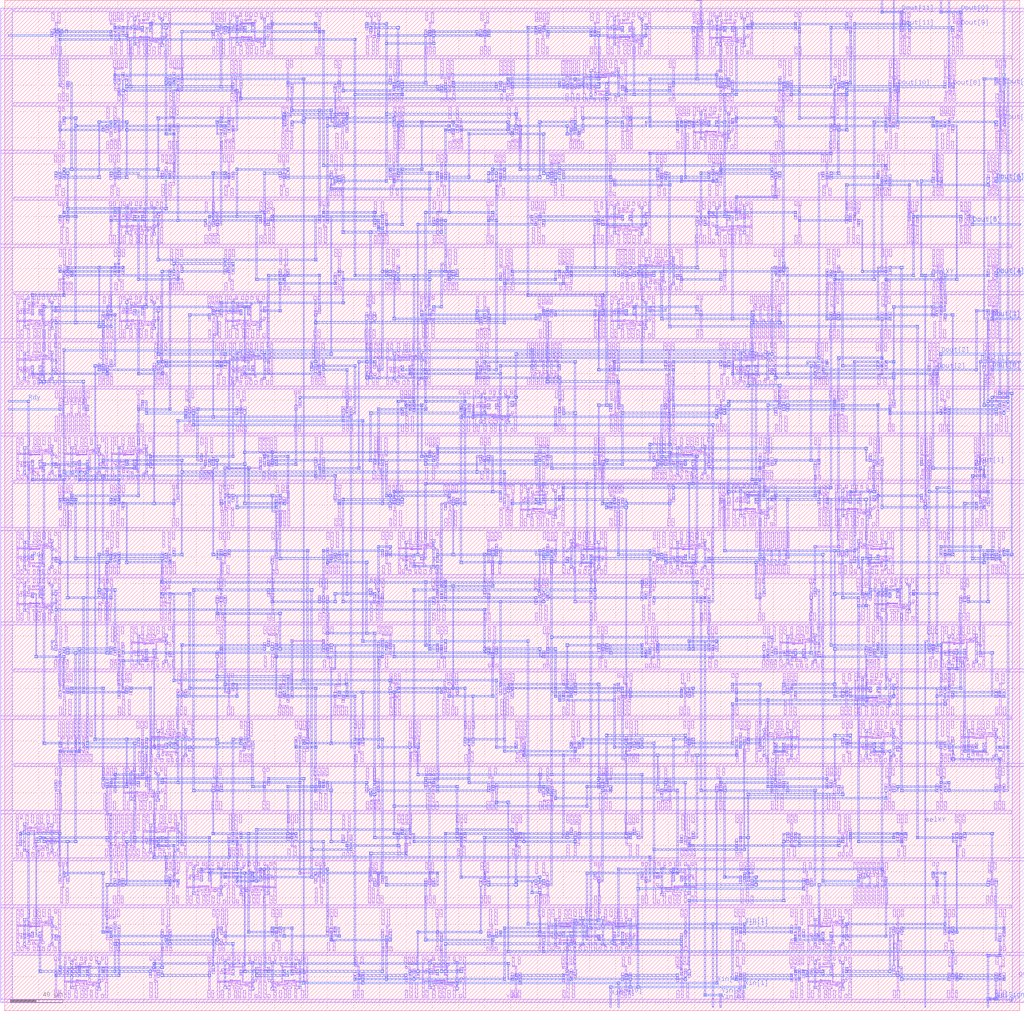
<source format=lef>
VERSION 5.7 ;
  NOWIREEXTENSIONATPIN ON ;
  DIVIDERCHAR "/" ;
  BUSBITCHARS "[]" ;
MACRO output_terminal
  CLASS BLOCK ;
  FOREIGN output_terminal ;
  ORIGIN 6.000 6.000 ;
  SIZE 774.000 BY 771.000 ;
  PIN gnd
    USE GROUND ;
    PORT
      LAYER metal1 ;
        RECT 0.600 756.300 771.300 758.700 ;
        RECT 762.300 686.700 771.300 756.300 ;
        RECT 0.600 684.300 771.300 686.700 ;
        RECT 762.300 614.700 771.300 684.300 ;
        RECT 0.600 612.300 771.300 614.700 ;
        RECT 762.300 542.700 771.300 612.300 ;
        RECT 0.600 540.300 771.300 542.700 ;
        RECT 762.300 470.700 771.300 540.300 ;
        RECT 0.600 468.300 771.300 470.700 ;
        RECT 762.300 398.700 771.300 468.300 ;
        RECT 0.600 396.300 771.300 398.700 ;
        RECT 762.300 326.700 771.300 396.300 ;
        RECT 0.600 324.300 771.300 326.700 ;
        RECT 762.300 254.700 771.300 324.300 ;
        RECT 0.600 252.300 771.300 254.700 ;
        RECT 762.300 182.700 771.300 252.300 ;
        RECT 0.600 180.300 771.300 182.700 ;
        RECT 762.300 110.700 771.300 180.300 ;
        RECT 0.600 108.300 771.300 110.700 ;
        RECT 762.300 38.700 771.300 108.300 ;
        RECT 0.600 36.300 771.300 38.700 ;
        RECT 762.300 0.300 771.300 36.300 ;
    END
  END gnd
  PIN vdd
    USE POWER ;
    PORT
      LAYER metal1 ;
        RECT -9.300 722.700 -0.300 758.700 ;
        RECT -9.300 720.300 761.400 722.700 ;
        RECT -9.300 650.700 -0.300 720.300 ;
        RECT -9.300 648.300 761.400 650.700 ;
        RECT -9.300 578.700 -0.300 648.300 ;
        RECT -9.300 576.300 761.400 578.700 ;
        RECT -9.300 506.700 -0.300 576.300 ;
        RECT -9.300 504.300 761.400 506.700 ;
        RECT -9.300 434.700 -0.300 504.300 ;
        RECT -9.300 432.300 761.400 434.700 ;
        RECT -9.300 362.700 -0.300 432.300 ;
        RECT -9.300 360.300 761.400 362.700 ;
        RECT -9.300 290.700 -0.300 360.300 ;
        RECT -9.300 288.300 761.400 290.700 ;
        RECT -9.300 218.700 -0.300 288.300 ;
        RECT -9.300 216.300 761.400 218.700 ;
        RECT -9.300 146.700 -0.300 216.300 ;
        RECT -9.300 144.300 761.400 146.700 ;
        RECT -9.300 74.700 -0.300 144.300 ;
        RECT -9.300 72.300 761.400 74.700 ;
        RECT -9.300 2.700 -0.300 72.300 ;
        RECT -9.300 0.300 761.400 2.700 ;
    END
  END vdd
  PIN Dout[11]
    PORT
      LAYER metal2 ;
        RECT 662.400 757.050 663.450 765.450 ;
        RECT 661.950 754.950 664.050 757.050 ;
        RECT 676.950 754.950 679.050 757.050 ;
        RECT 677.400 745.050 678.450 754.950 ;
        RECT 676.950 742.950 679.050 745.050 ;
      LAYER metal3 ;
        RECT 661.950 756.600 664.050 757.050 ;
        RECT 676.950 756.600 679.050 757.050 ;
        RECT 661.950 755.400 679.050 756.600 ;
        RECT 661.950 754.950 664.050 755.400 ;
        RECT 676.950 754.950 679.050 755.400 ;
    END
  END Dout[11]
  PIN Dout[10]
    PORT
      LAYER metal2 ;
        RECT 671.400 699.450 672.450 765.450 ;
        RECT 673.950 699.450 676.050 700.050 ;
        RECT 671.400 698.400 676.050 699.450 ;
        RECT 673.950 697.950 676.050 698.400 ;
    END
  END Dout[10]
  PIN Dout[9]
    PORT
      LAYER metal2 ;
        RECT 707.400 757.050 708.450 765.450 ;
        RECT 706.950 754.950 709.050 757.050 ;
        RECT 721.950 754.950 724.050 757.050 ;
        RECT 722.400 745.050 723.450 754.950 ;
        RECT 721.950 742.950 724.050 745.050 ;
      LAYER metal3 ;
        RECT 706.950 756.600 709.050 757.050 ;
        RECT 721.950 756.600 724.050 757.050 ;
        RECT 706.950 755.400 724.050 756.600 ;
        RECT 706.950 754.950 709.050 755.400 ;
        RECT 721.950 754.950 724.050 755.400 ;
    END
  END Dout[9]
  PIN Dout[8]
    PORT
      LAYER metal2 ;
        RECT 713.400 699.450 714.450 765.450 ;
        RECT 715.950 699.450 718.050 700.050 ;
        RECT 713.400 698.400 718.050 699.450 ;
        RECT 715.950 697.950 718.050 698.400 ;
    END
  END Dout[8]
  PIN Dout[7]
    PORT
      LAYER metal2 ;
        RECT 755.400 709.050 756.450 765.450 ;
        RECT 754.950 706.950 757.050 709.050 ;
        RECT 754.950 697.950 757.050 700.050 ;
        RECT 755.400 673.050 756.450 697.950 ;
        RECT 754.950 670.950 757.050 673.050 ;
      LAYER metal3 ;
        RECT 754.950 706.950 757.050 709.050 ;
        RECT 755.400 700.050 756.600 706.950 ;
        RECT 754.950 697.950 757.050 700.050 ;
    END
  END Dout[7]
  PIN Dout[6]
    PORT
      LAYER metal2 ;
        RECT 748.950 625.950 751.050 628.050 ;
      LAYER metal3 ;
        RECT 748.950 627.600 751.050 628.050 ;
        RECT 767.400 627.600 768.600 630.600 ;
        RECT 748.950 626.400 768.600 627.600 ;
        RECT 748.950 625.950 751.050 626.400 ;
    END
  END Dout[6]
  PIN Dout[5]
    PORT
      LAYER metal2 ;
        RECT 727.950 600.450 730.050 601.050 ;
        RECT 727.950 599.400 732.450 600.450 ;
        RECT 727.950 598.950 730.050 599.400 ;
        RECT 731.400 595.050 732.450 599.400 ;
        RECT 730.950 592.950 733.050 595.050 ;
      LAYER metal3 ;
        RECT 730.950 594.600 733.050 595.050 ;
        RECT 730.950 593.400 768.600 594.600 ;
        RECT 730.950 592.950 733.050 593.400 ;
    END
  END Dout[5]
  PIN Dout[4]
    PORT
      LAYER metal2 ;
        RECT 748.950 553.950 751.050 556.050 ;
      LAYER metal3 ;
        RECT 748.950 555.600 751.050 556.050 ;
        RECT 767.400 555.600 768.600 558.600 ;
        RECT 748.950 554.400 768.600 555.600 ;
        RECT 748.950 553.950 751.050 554.400 ;
    END
  END Dout[4]
  PIN Dout[3]
    PORT
      LAYER metal2 ;
        RECT 748.950 528.450 751.050 529.050 ;
        RECT 746.400 527.400 751.050 528.450 ;
        RECT 746.400 523.050 747.450 527.400 ;
        RECT 748.950 526.950 751.050 527.400 ;
        RECT 745.950 520.950 748.050 523.050 ;
      LAYER metal3 ;
        RECT 745.950 522.600 748.050 523.050 ;
        RECT 745.950 521.400 768.600 522.600 ;
        RECT 745.950 520.950 748.050 521.400 ;
    END
  END Dout[3]
  PIN Dout[2]
    PORT
      LAYER metal2 ;
        RECT 706.950 493.950 709.050 496.050 ;
        RECT 703.950 483.450 706.050 484.050 ;
        RECT 707.400 483.450 708.450 493.950 ;
        RECT 703.950 482.400 708.450 483.450 ;
        RECT 703.950 481.950 706.050 482.400 ;
      LAYER metal3 ;
        RECT 706.950 495.600 709.050 496.050 ;
        RECT 706.950 494.400 768.600 495.600 ;
        RECT 706.950 493.950 709.050 494.400 ;
    END
  END Dout[2]
  PIN Dout[1]
    PORT
      LAYER metal2 ;
        RECT 736.950 487.950 739.050 490.050 ;
        RECT 733.950 411.450 736.050 412.050 ;
        RECT 737.400 411.450 738.450 487.950 ;
        RECT 733.950 410.400 738.450 411.450 ;
        RECT 733.950 409.950 736.050 410.400 ;
      LAYER metal3 ;
        RECT 736.950 489.600 739.050 490.050 ;
        RECT 736.950 488.400 768.600 489.600 ;
        RECT 736.950 487.950 739.050 488.400 ;
    END
  END Dout[1]
  PIN Dout[0]
    PORT
      LAYER metal2 ;
        RECT 745.950 481.950 748.050 484.050 ;
      LAYER metal3 ;
        RECT 745.950 483.600 748.050 484.050 ;
        RECT 745.950 482.400 768.600 483.600 ;
        RECT 745.950 481.950 748.050 482.400 ;
    END
  END Dout[0]
  PIN ISin
    PORT
      LAYER metal2 ;
        RECT 28.950 736.950 31.050 739.050 ;
      LAYER metal3 ;
        RECT 28.950 738.600 31.050 739.050 ;
        RECT -3.600 737.400 31.050 738.600 ;
        RECT 28.950 736.950 31.050 737.400 ;
    END
  END ISin
  PIN Rdy
    PORT
      LAYER metal2 ;
        RECT 10.950 457.950 13.050 460.050 ;
        RECT 11.400 339.450 12.450 457.950 ;
        RECT 13.950 339.450 16.050 340.050 ;
        RECT 11.400 338.400 16.050 339.450 ;
        RECT 13.950 337.950 16.050 338.400 ;
      LAYER metal3 ;
        RECT 10.950 459.600 13.050 460.050 ;
        RECT -3.600 458.400 13.050 459.600 ;
        RECT 10.950 457.950 13.050 458.400 ;
    END
  END Rdy
  PIN Vld
    PORT
      LAYER metal2 ;
        RECT 521.400 764.400 525.450 765.450 ;
        RECT 524.400 745.050 525.450 764.400 ;
        RECT 523.950 742.950 526.050 745.050 ;
    END
  END Vld
  PIN Xin[1]
    PORT
      LAYER metal2 ;
        RECT 478.950 99.450 481.050 100.050 ;
        RECT 476.400 98.400 481.050 99.450 ;
        RECT 476.400 88.050 477.450 98.400 ;
        RECT 478.950 97.950 481.050 98.400 ;
        RECT 601.950 88.950 604.050 91.050 ;
        RECT 602.400 88.050 603.450 88.950 ;
        RECT 475.950 85.950 478.050 88.050 ;
        RECT 601.950 85.950 604.050 88.050 ;
        RECT 469.950 16.950 472.050 19.050 ;
        RECT 470.400 13.050 471.450 16.950 ;
        RECT 476.400 13.050 477.450 85.950 ;
        RECT 556.950 16.950 559.050 19.050 ;
        RECT 557.400 13.050 558.450 16.950 ;
        RECT 454.950 10.950 457.050 13.050 ;
        RECT 469.950 10.950 472.050 13.050 ;
        RECT 475.950 10.950 478.050 13.050 ;
        RECT 556.950 10.950 559.050 13.050 ;
        RECT 455.400 -3.600 456.450 10.950 ;
      LAYER metal3 ;
        RECT 475.950 87.600 478.050 88.050 ;
        RECT 601.950 87.600 604.050 88.050 ;
        RECT 475.950 86.400 604.050 87.600 ;
        RECT 475.950 85.950 478.050 86.400 ;
        RECT 601.950 85.950 604.050 86.400 ;
        RECT 454.950 12.600 457.050 13.050 ;
        RECT 469.950 12.600 472.050 13.050 ;
        RECT 475.950 12.600 478.050 13.050 ;
        RECT 556.950 12.600 559.050 13.050 ;
        RECT 454.950 11.400 559.050 12.600 ;
        RECT 454.950 10.950 457.050 11.400 ;
        RECT 469.950 10.950 472.050 11.400 ;
        RECT 475.950 10.950 478.050 11.400 ;
        RECT 556.950 10.950 559.050 11.400 ;
    END
  END Xin[1]
  PIN Xin[0]
    PORT
      LAYER metal2 ;
        RECT 193.950 169.950 196.050 172.050 ;
        RECT 220.950 169.950 223.050 172.050 ;
        RECT 221.400 16.050 222.450 169.950 ;
        RECT 535.950 160.950 538.050 163.050 ;
        RECT 265.950 16.950 268.050 19.050 ;
        RECT 385.950 16.950 388.050 19.050 ;
        RECT 266.400 16.050 267.450 16.950 ;
        RECT 386.400 16.050 387.450 16.950 ;
        RECT 536.400 16.050 537.450 160.950 ;
        RECT 220.950 13.950 223.050 16.050 ;
        RECT 265.950 13.950 268.050 16.050 ;
        RECT 385.950 13.950 388.050 16.050 ;
        RECT 460.950 13.950 463.050 16.050 ;
        RECT 535.950 13.950 538.050 16.050 ;
        RECT 461.400 -3.600 462.450 13.950 ;
      LAYER metal3 ;
        RECT 193.950 171.600 196.050 172.050 ;
        RECT 220.950 171.600 223.050 172.050 ;
        RECT 193.950 170.400 223.050 171.600 ;
        RECT 193.950 169.950 196.050 170.400 ;
        RECT 220.950 169.950 223.050 170.400 ;
        RECT 220.950 15.600 223.050 16.050 ;
        RECT 265.950 15.600 268.050 16.050 ;
        RECT 385.950 15.600 388.050 16.050 ;
        RECT 460.950 15.600 463.050 16.050 ;
        RECT 535.950 15.600 538.050 16.050 ;
        RECT 220.950 14.400 538.050 15.600 ;
        RECT 220.950 13.950 223.050 14.400 ;
        RECT 265.950 13.950 268.050 14.400 ;
        RECT 385.950 13.950 388.050 14.400 ;
        RECT 460.950 13.950 463.050 14.400 ;
        RECT 535.950 13.950 538.050 14.400 ;
    END
  END Xin[0]
  PIN Yin[1]
    PORT
      LAYER metal2 ;
        RECT 250.950 448.950 253.050 451.050 ;
        RECT 251.400 445.050 252.450 448.950 ;
        RECT 124.950 442.950 127.050 445.050 ;
        RECT 250.950 442.950 253.050 445.050 ;
        RECT 265.950 442.950 268.050 445.050 ;
        RECT 125.400 388.050 126.450 442.950 ;
        RECT 124.950 385.950 127.050 388.050 ;
        RECT 266.400 277.050 267.450 442.950 ;
        RECT 265.950 274.950 268.050 277.050 ;
        RECT 328.950 274.950 331.050 277.050 ;
        RECT 391.950 274.950 394.050 277.050 ;
        RECT 329.400 274.050 330.450 274.950 ;
        RECT 328.950 271.950 331.050 274.050 ;
        RECT 392.400 61.050 393.450 274.950 ;
        RECT 391.950 58.950 394.050 61.050 ;
        RECT 532.950 58.950 535.050 61.050 ;
        RECT 556.950 58.950 559.050 61.050 ;
        RECT 533.400 -3.600 534.450 58.950 ;
        RECT 557.400 58.050 558.450 58.950 ;
        RECT 556.950 55.950 559.050 58.050 ;
      LAYER metal3 ;
        RECT 124.950 444.600 127.050 445.050 ;
        RECT 250.950 444.600 253.050 445.050 ;
        RECT 265.950 444.600 268.050 445.050 ;
        RECT 124.950 443.400 268.050 444.600 ;
        RECT 124.950 442.950 127.050 443.400 ;
        RECT 250.950 442.950 253.050 443.400 ;
        RECT 265.950 442.950 268.050 443.400 ;
        RECT 265.950 276.600 268.050 277.050 ;
        RECT 328.950 276.600 331.050 277.050 ;
        RECT 391.950 276.600 394.050 277.050 ;
        RECT 265.950 275.400 394.050 276.600 ;
        RECT 265.950 274.950 268.050 275.400 ;
        RECT 328.950 274.950 331.050 275.400 ;
        RECT 391.950 274.950 394.050 275.400 ;
        RECT 391.950 60.600 394.050 61.050 ;
        RECT 532.950 60.600 535.050 61.050 ;
        RECT 556.950 60.600 559.050 61.050 ;
        RECT 391.950 59.400 559.050 60.600 ;
        RECT 391.950 58.950 394.050 59.400 ;
        RECT 532.950 58.950 535.050 59.400 ;
        RECT 556.950 58.950 559.050 59.400 ;
    END
  END Yin[1]
  PIN Yin[0]
    PORT
      LAYER metal2 ;
        RECT 97.950 459.450 100.050 460.050 ;
        RECT 97.950 458.400 102.450 459.450 ;
        RECT 97.950 457.950 100.050 458.400 ;
        RECT 101.400 451.050 102.450 458.400 ;
        RECT 100.950 448.950 103.050 451.050 ;
        RECT 136.950 448.950 139.050 451.050 ;
        RECT 412.950 448.950 415.050 451.050 ;
        RECT 137.400 442.050 138.450 448.950 ;
        RECT 413.400 442.050 414.450 448.950 ;
        RECT 136.950 439.950 139.050 442.050 ;
        RECT 412.950 439.950 415.050 442.050 ;
        RECT 532.950 439.950 535.050 442.050 ;
        RECT 529.950 306.450 532.050 307.050 ;
        RECT 533.400 306.450 534.450 439.950 ;
        RECT 529.950 305.400 534.450 306.450 ;
        RECT 529.950 304.950 532.050 305.400 ;
        RECT 530.400 276.450 531.450 304.950 ;
        RECT 527.400 275.400 531.450 276.450 ;
        RECT 527.400 7.050 528.450 275.400 ;
        RECT 526.950 4.950 529.050 7.050 ;
        RECT 538.950 4.950 541.050 7.050 ;
        RECT 539.400 -3.600 540.450 4.950 ;
      LAYER metal3 ;
        RECT 100.950 450.600 103.050 451.050 ;
        RECT 136.950 450.600 139.050 451.050 ;
        RECT 100.950 449.400 139.050 450.600 ;
        RECT 100.950 448.950 103.050 449.400 ;
        RECT 136.950 448.950 139.050 449.400 ;
        RECT 136.950 441.600 139.050 442.050 ;
        RECT 412.950 441.600 415.050 442.050 ;
        RECT 532.950 441.600 535.050 442.050 ;
        RECT 136.950 440.400 535.050 441.600 ;
        RECT 136.950 439.950 139.050 440.400 ;
        RECT 412.950 439.950 415.050 440.400 ;
        RECT 532.950 439.950 535.050 440.400 ;
        RECT 526.950 6.600 529.050 7.050 ;
        RECT 538.950 6.600 541.050 7.050 ;
        RECT 526.950 5.400 541.050 6.600 ;
        RECT 526.950 4.950 529.050 5.400 ;
        RECT 538.950 4.950 541.050 5.400 ;
    END
  END Yin[0]
  PIN clk
    PORT
      LAYER metal2 ;
        RECT 583.950 523.950 586.050 526.050 ;
        RECT 584.400 520.050 585.450 523.950 ;
        RECT 562.950 517.950 565.050 520.050 ;
        RECT 583.950 517.950 586.050 520.050 ;
        RECT 563.400 499.050 564.450 517.950 ;
        RECT 37.950 496.950 40.050 499.050 ;
        RECT 394.950 496.950 397.050 499.050 ;
        RECT 562.950 496.950 565.050 499.050 ;
        RECT 34.950 453.450 37.050 454.050 ;
        RECT 38.400 453.450 39.450 496.950 ;
        RECT 395.400 487.050 396.450 496.950 ;
        RECT 394.950 484.950 397.050 487.050 ;
        RECT 34.950 452.400 39.450 453.450 ;
        RECT 34.950 451.950 37.050 452.400 ;
        RECT 38.400 406.050 39.450 452.400 ;
        RECT 37.950 403.950 40.050 406.050 ;
        RECT 55.950 403.950 58.050 406.050 ;
        RECT 56.400 199.050 57.450 403.950 ;
        RECT 563.400 400.050 564.450 496.950 ;
        RECT 562.950 397.950 565.050 400.050 ;
        RECT 568.950 397.950 571.050 400.050 ;
        RECT 569.400 343.050 570.450 397.950 ;
        RECT 568.950 340.950 571.050 343.050 ;
        RECT 616.950 340.950 619.050 343.050 ;
        RECT 55.950 196.950 58.050 199.050 ;
        RECT 91.950 196.950 94.050 199.050 ;
        RECT 92.400 127.050 93.450 196.950 ;
        RECT 91.950 124.950 94.050 127.050 ;
        RECT 617.400 94.050 618.450 340.950 ;
        RECT 616.950 91.950 619.050 94.050 ;
        RECT 643.950 91.950 646.050 94.050 ;
      LAYER metal3 ;
        RECT 562.950 519.600 565.050 520.050 ;
        RECT 583.950 519.600 586.050 520.050 ;
        RECT 562.950 518.400 586.050 519.600 ;
        RECT 562.950 517.950 565.050 518.400 ;
        RECT 583.950 517.950 586.050 518.400 ;
        RECT 37.950 498.600 40.050 499.050 ;
        RECT 394.950 498.600 397.050 499.050 ;
        RECT 562.950 498.600 565.050 499.050 ;
        RECT 37.950 497.400 565.050 498.600 ;
        RECT 37.950 496.950 40.050 497.400 ;
        RECT 394.950 496.950 397.050 497.400 ;
        RECT 562.950 496.950 565.050 497.400 ;
        RECT 34.950 453.600 37.050 454.050 ;
        RECT -3.600 452.400 37.050 453.600 ;
        RECT 34.950 451.950 37.050 452.400 ;
        RECT 37.950 405.600 40.050 406.050 ;
        RECT 55.950 405.600 58.050 406.050 ;
        RECT 37.950 404.400 58.050 405.600 ;
        RECT 37.950 403.950 40.050 404.400 ;
        RECT 55.950 403.950 58.050 404.400 ;
        RECT 562.950 399.600 565.050 400.050 ;
        RECT 568.950 399.600 571.050 400.050 ;
        RECT 562.950 398.400 571.050 399.600 ;
        RECT 562.950 397.950 565.050 398.400 ;
        RECT 568.950 397.950 571.050 398.400 ;
        RECT 568.950 342.600 571.050 343.050 ;
        RECT 616.950 342.600 619.050 343.050 ;
        RECT 568.950 341.400 619.050 342.600 ;
        RECT 568.950 340.950 571.050 341.400 ;
        RECT 616.950 340.950 619.050 341.400 ;
        RECT 55.950 198.600 58.050 199.050 ;
        RECT 91.950 198.600 94.050 199.050 ;
        RECT 55.950 197.400 94.050 198.600 ;
        RECT 55.950 196.950 58.050 197.400 ;
        RECT 91.950 196.950 94.050 197.400 ;
        RECT 616.950 93.600 619.050 94.050 ;
        RECT 643.950 93.600 646.050 94.050 ;
        RECT 616.950 92.400 646.050 93.600 ;
        RECT 616.950 91.950 619.050 92.400 ;
        RECT 643.950 91.950 646.050 92.400 ;
    END
  END clk
  PIN selSign
    PORT
      LAYER metal2 ;
        RECT 748.950 88.950 751.050 91.050 ;
        RECT 749.400 48.450 750.450 88.950 ;
        RECT 751.950 48.450 754.050 49.050 ;
        RECT 749.400 47.400 754.050 48.450 ;
        RECT 751.950 46.950 754.050 47.400 ;
        RECT 752.400 37.050 753.450 46.950 ;
        RECT 742.950 34.950 745.050 37.050 ;
        RECT 751.950 34.950 754.050 37.050 ;
        RECT 743.400 4.050 744.450 34.950 ;
        RECT 748.950 16.950 751.050 19.050 ;
        RECT 749.400 4.050 750.450 16.950 ;
        RECT 742.950 1.950 745.050 4.050 ;
        RECT 748.950 1.950 751.050 4.050 ;
        RECT 743.400 -3.600 744.450 1.950 ;
      LAYER metal3 ;
        RECT 742.950 36.600 745.050 37.050 ;
        RECT 751.950 36.600 754.050 37.050 ;
        RECT 742.950 35.400 754.050 36.600 ;
        RECT 742.950 34.950 745.050 35.400 ;
        RECT 751.950 34.950 754.050 35.400 ;
        RECT 742.950 3.600 745.050 4.050 ;
        RECT 748.950 3.600 751.050 4.050 ;
        RECT 742.950 2.400 751.050 3.600 ;
        RECT 742.950 1.950 745.050 2.400 ;
        RECT 748.950 1.950 751.050 2.400 ;
    END
  END selSign
  PIN selXY
    PORT
      LAYER metal2 ;
        RECT 691.950 625.950 694.050 628.050 ;
        RECT 700.950 625.950 703.050 628.050 ;
        RECT 688.950 600.450 691.050 601.050 ;
        RECT 692.400 600.450 693.450 625.950 ;
        RECT 688.950 599.400 693.450 600.450 ;
        RECT 688.950 598.950 691.050 599.400 ;
        RECT 692.400 556.050 693.450 599.400 ;
        RECT 691.950 553.950 694.050 556.050 ;
        RECT 694.950 553.950 697.050 556.050 ;
        RECT 700.950 553.950 703.050 556.050 ;
        RECT 691.950 411.450 694.050 412.050 ;
        RECT 695.400 411.450 696.450 553.950 ;
        RECT 691.950 410.400 696.450 411.450 ;
        RECT 691.950 409.950 694.050 410.400 ;
        RECT 695.400 387.450 696.450 410.400 ;
        RECT 695.400 386.400 699.450 387.450 ;
        RECT 698.400 276.450 699.450 386.400 ;
        RECT 695.400 275.400 699.450 276.450 ;
        RECT 695.400 -3.600 696.450 275.400 ;
      LAYER metal3 ;
        RECT 691.950 627.600 694.050 628.050 ;
        RECT 700.950 627.600 703.050 628.050 ;
        RECT 691.950 626.400 703.050 627.600 ;
        RECT 691.950 625.950 694.050 626.400 ;
        RECT 700.950 625.950 703.050 626.400 ;
        RECT 691.950 555.600 694.050 556.050 ;
        RECT 694.950 555.600 697.050 556.050 ;
        RECT 700.950 555.600 703.050 556.050 ;
        RECT 691.950 554.400 703.050 555.600 ;
        RECT 691.950 553.950 694.050 554.400 ;
        RECT 694.950 553.950 697.050 554.400 ;
        RECT 700.950 553.950 703.050 554.400 ;
    END
  END selXY
  OBS
      LAYER metal1 ;
        RECT 29.850 749.400 31.650 755.250 ;
        RECT 34.350 748.200 36.150 755.250 ;
        RECT 73.650 749.400 75.450 755.250 ;
        RECT 32.550 747.300 36.150 748.200 ;
        RECT 74.250 747.300 75.450 749.400 ;
        RECT 76.650 750.300 78.450 755.250 ;
        RECT 79.650 751.200 81.450 755.250 ;
        RECT 82.650 750.300 84.450 755.250 ;
        RECT 76.650 748.950 84.450 750.300 ;
        RECT 87.150 749.400 88.950 755.250 ;
        RECT 90.150 752.400 91.950 755.250 ;
        RECT 94.950 753.300 96.750 755.250 ;
        RECT 93.000 752.400 96.750 753.300 ;
        RECT 99.450 752.400 101.250 755.250 ;
        RECT 102.750 752.400 104.550 755.250 ;
        RECT 106.650 752.400 108.450 755.250 ;
        RECT 110.850 752.400 112.650 755.250 ;
        RECT 115.350 752.400 117.150 755.250 ;
        RECT 93.000 751.500 94.050 752.400 ;
        RECT 91.950 749.400 94.050 751.500 ;
        RECT 102.750 750.600 103.800 752.400 ;
        RECT 29.100 741.150 30.900 742.950 ;
        RECT 28.950 739.050 31.050 741.150 ;
        RECT 32.550 739.950 33.750 747.300 ;
        RECT 74.250 746.250 78.000 747.300 ;
        RECT 76.950 742.950 78.150 746.250 ;
        RECT 80.100 744.150 81.900 745.950 ;
        RECT 35.100 741.150 36.900 742.950 ;
        RECT 31.950 737.850 34.050 739.950 ;
        RECT 34.950 739.050 37.050 741.150 ;
        RECT 76.950 740.850 79.050 742.950 ;
        RECT 79.950 742.050 82.050 744.150 ;
        RECT 82.950 740.850 85.050 742.950 ;
        RECT 73.950 737.850 76.050 739.950 ;
        RECT 32.550 729.600 33.750 737.850 ;
        RECT 74.250 736.050 76.050 737.850 ;
        RECT 77.850 735.600 79.050 740.850 ;
        RECT 83.100 739.050 84.900 740.850 ;
        RECT 87.150 736.800 88.050 749.400 ;
        RECT 95.550 748.800 97.350 750.600 ;
        RECT 98.850 749.550 103.800 750.600 ;
        RECT 111.300 751.500 112.350 752.400 ;
        RECT 111.300 750.300 115.050 751.500 ;
        RECT 98.850 748.800 100.650 749.550 ;
        RECT 95.850 747.900 96.900 748.800 ;
        RECT 106.050 748.200 107.850 750.000 ;
        RECT 112.950 749.400 115.050 750.300 ;
        RECT 118.650 749.400 120.450 755.250 ;
        RECT 151.650 749.400 153.450 755.250 ;
        RECT 106.050 747.900 106.950 748.200 ;
        RECT 95.850 747.000 106.950 747.900 ;
        RECT 119.250 747.150 120.450 749.400 ;
        RECT 95.850 745.800 96.900 747.000 ;
        RECT 90.000 744.600 96.900 745.800 ;
        RECT 90.000 743.850 90.900 744.600 ;
        RECT 95.100 744.000 96.900 744.600 ;
        RECT 89.100 742.050 90.900 743.850 ;
        RECT 92.100 742.950 93.900 743.700 ;
        RECT 106.050 742.950 106.950 747.000 ;
        RECT 115.950 745.050 120.450 747.150 ;
        RECT 152.250 747.300 153.450 749.400 ;
        RECT 154.650 750.300 156.450 755.250 ;
        RECT 157.650 751.200 159.450 755.250 ;
        RECT 160.650 750.300 162.450 755.250 ;
        RECT 154.650 748.950 162.450 750.300 ;
        RECT 165.150 749.400 166.950 755.250 ;
        RECT 168.150 752.400 169.950 755.250 ;
        RECT 172.950 753.300 174.750 755.250 ;
        RECT 171.000 752.400 174.750 753.300 ;
        RECT 177.450 752.400 179.250 755.250 ;
        RECT 180.750 752.400 182.550 755.250 ;
        RECT 184.650 752.400 186.450 755.250 ;
        RECT 188.850 752.400 190.650 755.250 ;
        RECT 193.350 752.400 195.150 755.250 ;
        RECT 171.000 751.500 172.050 752.400 ;
        RECT 169.950 749.400 172.050 751.500 ;
        RECT 180.750 750.600 181.800 752.400 ;
        RECT 152.250 746.250 156.000 747.300 ;
        RECT 114.150 743.250 118.050 745.050 ;
        RECT 115.950 742.950 118.050 743.250 ;
        RECT 92.100 741.900 100.050 742.950 ;
        RECT 97.950 740.850 100.050 741.900 ;
        RECT 103.950 740.850 106.950 742.950 ;
        RECT 96.450 737.100 98.250 737.400 ;
        RECT 96.450 736.800 104.850 737.100 ;
        RECT 87.150 736.200 104.850 736.800 ;
        RECT 87.150 735.600 98.250 736.200 ;
        RECT 29.550 723.750 31.350 729.600 ;
        RECT 32.550 723.750 34.350 729.600 ;
        RECT 35.550 723.750 37.350 729.600 ;
        RECT 74.400 723.750 76.200 729.600 ;
        RECT 77.700 723.750 79.500 735.600 ;
        RECT 81.900 723.750 83.700 735.600 ;
        RECT 87.150 723.750 88.950 735.600 ;
        RECT 101.250 734.700 103.050 735.300 ;
        RECT 95.550 733.500 103.050 734.700 ;
        RECT 103.950 734.100 104.850 736.200 ;
        RECT 106.050 736.200 106.950 740.850 ;
        RECT 116.250 737.400 118.050 739.200 ;
        RECT 112.950 736.200 117.150 737.400 ;
        RECT 106.050 735.300 112.050 736.200 ;
        RECT 112.950 735.300 115.050 736.200 ;
        RECT 119.250 735.600 120.450 745.050 ;
        RECT 154.950 742.950 156.150 746.250 ;
        RECT 158.100 744.150 159.900 745.950 ;
        RECT 154.950 740.850 157.050 742.950 ;
        RECT 157.950 742.050 160.050 744.150 ;
        RECT 160.950 740.850 163.050 742.950 ;
        RECT 151.950 737.850 154.050 739.950 ;
        RECT 152.250 736.050 154.050 737.850 ;
        RECT 155.850 735.600 157.050 740.850 ;
        RECT 161.100 739.050 162.900 740.850 ;
        RECT 165.150 736.800 166.050 749.400 ;
        RECT 173.550 748.800 175.350 750.600 ;
        RECT 176.850 749.550 181.800 750.600 ;
        RECT 189.300 751.500 190.350 752.400 ;
        RECT 189.300 750.300 193.050 751.500 ;
        RECT 176.850 748.800 178.650 749.550 ;
        RECT 173.850 747.900 174.900 748.800 ;
        RECT 184.050 748.200 185.850 750.000 ;
        RECT 190.950 749.400 193.050 750.300 ;
        RECT 196.650 749.400 198.450 755.250 ;
        RECT 230.550 752.400 232.350 755.250 ;
        RECT 233.550 752.400 235.350 755.250 ;
        RECT 269.550 752.400 271.350 755.250 ;
        RECT 272.550 752.400 274.350 755.250 ;
        RECT 275.550 752.400 277.350 755.250 ;
        RECT 184.050 747.900 184.950 748.200 ;
        RECT 173.850 747.000 184.950 747.900 ;
        RECT 197.250 747.150 198.450 749.400 ;
        RECT 173.850 745.800 174.900 747.000 ;
        RECT 168.000 744.600 174.900 745.800 ;
        RECT 168.000 743.850 168.900 744.600 ;
        RECT 173.100 744.000 174.900 744.600 ;
        RECT 167.100 742.050 168.900 743.850 ;
        RECT 170.100 742.950 171.900 743.700 ;
        RECT 184.050 742.950 184.950 747.000 ;
        RECT 193.950 745.050 198.450 747.150 ;
        RECT 192.150 743.250 196.050 745.050 ;
        RECT 193.950 742.950 196.050 743.250 ;
        RECT 170.100 741.900 178.050 742.950 ;
        RECT 175.950 740.850 178.050 741.900 ;
        RECT 181.950 740.850 184.950 742.950 ;
        RECT 174.450 737.100 176.250 737.400 ;
        RECT 174.450 736.800 182.850 737.100 ;
        RECT 165.150 736.200 182.850 736.800 ;
        RECT 165.150 735.600 176.250 736.200 ;
        RECT 111.150 734.400 112.050 735.300 ;
        RECT 108.450 734.100 110.250 734.400 ;
        RECT 95.550 732.600 96.750 733.500 ;
        RECT 103.950 733.200 110.250 734.100 ;
        RECT 108.450 732.600 110.250 733.200 ;
        RECT 111.150 732.600 113.850 734.400 ;
        RECT 91.950 730.500 96.750 732.600 ;
        RECT 99.150 730.500 106.050 732.300 ;
        RECT 95.550 729.600 96.750 730.500 ;
        RECT 90.150 723.750 91.950 729.600 ;
        RECT 95.250 723.750 97.050 729.600 ;
        RECT 100.050 723.750 101.850 729.600 ;
        RECT 103.050 723.750 104.850 730.500 ;
        RECT 111.150 729.600 115.050 731.700 ;
        RECT 106.950 723.750 108.750 729.600 ;
        RECT 111.150 723.750 112.950 729.600 ;
        RECT 115.650 723.750 117.450 726.600 ;
        RECT 118.650 723.750 120.450 735.600 ;
        RECT 152.400 723.750 154.200 729.600 ;
        RECT 155.700 723.750 157.500 735.600 ;
        RECT 159.900 723.750 161.700 735.600 ;
        RECT 165.150 723.750 166.950 735.600 ;
        RECT 179.250 734.700 181.050 735.300 ;
        RECT 173.550 733.500 181.050 734.700 ;
        RECT 181.950 734.100 182.850 736.200 ;
        RECT 184.050 736.200 184.950 740.850 ;
        RECT 194.250 737.400 196.050 739.200 ;
        RECT 190.950 736.200 195.150 737.400 ;
        RECT 184.050 735.300 190.050 736.200 ;
        RECT 190.950 735.300 193.050 736.200 ;
        RECT 197.250 735.600 198.450 745.050 ;
        RECT 229.950 743.850 232.050 745.950 ;
        RECT 233.400 744.150 234.600 752.400 ;
        RECT 273.450 748.200 274.350 752.400 ;
        RECT 278.550 749.400 280.350 755.250 ;
        RECT 314.850 749.400 316.650 755.250 ;
        RECT 273.450 747.300 276.750 748.200 ;
        RECT 274.950 746.400 276.750 747.300 ;
        RECT 230.100 742.050 231.900 743.850 ;
        RECT 232.950 742.050 235.050 744.150 ;
        RECT 268.950 743.850 271.050 745.950 ;
        RECT 269.100 742.050 270.900 743.850 ;
        RECT 189.150 734.400 190.050 735.300 ;
        RECT 186.450 734.100 188.250 734.400 ;
        RECT 173.550 732.600 174.750 733.500 ;
        RECT 181.950 733.200 188.250 734.100 ;
        RECT 186.450 732.600 188.250 733.200 ;
        RECT 189.150 732.600 191.850 734.400 ;
        RECT 169.950 730.500 174.750 732.600 ;
        RECT 177.150 730.500 184.050 732.300 ;
        RECT 173.550 729.600 174.750 730.500 ;
        RECT 168.150 723.750 169.950 729.600 ;
        RECT 173.250 723.750 175.050 729.600 ;
        RECT 178.050 723.750 179.850 729.600 ;
        RECT 181.050 723.750 182.850 730.500 ;
        RECT 189.150 729.600 193.050 731.700 ;
        RECT 184.950 723.750 186.750 729.600 ;
        RECT 189.150 723.750 190.950 729.600 ;
        RECT 193.650 723.750 195.450 726.600 ;
        RECT 196.650 723.750 198.450 735.600 ;
        RECT 233.400 729.600 234.600 742.050 ;
        RECT 271.950 740.850 274.050 742.950 ;
        RECT 272.100 739.050 273.900 740.850 ;
        RECT 275.700 738.150 276.600 746.400 ;
        RECT 279.000 744.150 280.050 749.400 ;
        RECT 319.350 748.200 321.150 755.250 ;
        RECT 356.850 749.400 358.650 755.250 ;
        RECT 361.350 748.200 363.150 755.250 ;
        RECT 398.550 750.300 400.350 755.250 ;
        RECT 401.550 751.200 403.350 755.250 ;
        RECT 404.550 750.300 406.350 755.250 ;
        RECT 398.550 748.950 406.350 750.300 ;
        RECT 407.550 749.400 409.350 755.250 ;
        RECT 440.850 749.400 442.650 755.250 ;
        RECT 277.950 742.050 280.050 744.150 ;
        RECT 317.550 747.300 321.150 748.200 ;
        RECT 359.550 747.300 363.150 748.200 ;
        RECT 407.550 747.300 408.750 749.400 ;
        RECT 445.350 748.200 447.150 755.250 ;
        RECT 274.950 738.000 276.750 738.150 ;
        RECT 269.550 736.800 276.750 738.000 ;
        RECT 269.550 735.600 270.750 736.800 ;
        RECT 274.950 736.350 276.750 736.800 ;
        RECT 230.550 723.750 232.350 729.600 ;
        RECT 233.550 723.750 235.350 729.600 ;
        RECT 269.550 723.750 271.350 735.600 ;
        RECT 278.100 735.450 279.450 742.050 ;
        RECT 314.100 741.150 315.900 742.950 ;
        RECT 313.950 739.050 316.050 741.150 ;
        RECT 317.550 739.950 318.750 747.300 ;
        RECT 320.100 741.150 321.900 742.950 ;
        RECT 356.100 741.150 357.900 742.950 ;
        RECT 316.950 737.850 319.050 739.950 ;
        RECT 319.950 739.050 322.050 741.150 ;
        RECT 355.950 739.050 358.050 741.150 ;
        RECT 359.550 739.950 360.750 747.300 ;
        RECT 405.000 746.250 408.750 747.300 ;
        RECT 443.550 747.300 447.150 748.200 ;
        RECT 453.150 749.400 454.950 755.250 ;
        RECT 456.150 752.400 457.950 755.250 ;
        RECT 460.950 753.300 462.750 755.250 ;
        RECT 459.000 752.400 462.750 753.300 ;
        RECT 465.450 752.400 467.250 755.250 ;
        RECT 468.750 752.400 470.550 755.250 ;
        RECT 472.650 752.400 474.450 755.250 ;
        RECT 476.850 752.400 478.650 755.250 ;
        RECT 481.350 752.400 483.150 755.250 ;
        RECT 459.000 751.500 460.050 752.400 ;
        RECT 457.950 749.400 460.050 751.500 ;
        RECT 468.750 750.600 469.800 752.400 ;
        RECT 401.100 744.150 402.900 745.950 ;
        RECT 362.100 741.150 363.900 742.950 ;
        RECT 358.950 737.850 361.050 739.950 ;
        RECT 361.950 739.050 364.050 741.150 ;
        RECT 397.950 740.850 400.050 742.950 ;
        RECT 400.950 742.050 403.050 744.150 ;
        RECT 404.850 742.950 406.050 746.250 ;
        RECT 403.950 740.850 406.050 742.950 ;
        RECT 440.100 741.150 441.900 742.950 ;
        RECT 398.100 739.050 399.900 740.850 ;
        RECT 274.050 723.750 275.850 735.450 ;
        RECT 277.050 734.100 279.450 735.450 ;
        RECT 277.050 723.750 278.850 734.100 ;
        RECT 317.550 729.600 318.750 737.850 ;
        RECT 359.550 729.600 360.750 737.850 ;
        RECT 403.950 735.600 405.150 740.850 ;
        RECT 406.950 737.850 409.050 739.950 ;
        RECT 439.950 739.050 442.050 741.150 ;
        RECT 443.550 739.950 444.750 747.300 ;
        RECT 446.100 741.150 447.900 742.950 ;
        RECT 442.950 737.850 445.050 739.950 ;
        RECT 445.950 739.050 448.050 741.150 ;
        RECT 406.950 736.050 408.750 737.850 ;
        RECT 314.550 723.750 316.350 729.600 ;
        RECT 317.550 723.750 319.350 729.600 ;
        RECT 320.550 723.750 322.350 729.600 ;
        RECT 356.550 723.750 358.350 729.600 ;
        RECT 359.550 723.750 361.350 729.600 ;
        RECT 362.550 723.750 364.350 729.600 ;
        RECT 399.300 723.750 401.100 735.600 ;
        RECT 403.500 723.750 405.300 735.600 ;
        RECT 443.550 729.600 444.750 737.850 ;
        RECT 453.150 736.800 454.050 749.400 ;
        RECT 461.550 748.800 463.350 750.600 ;
        RECT 464.850 749.550 469.800 750.600 ;
        RECT 477.300 751.500 478.350 752.400 ;
        RECT 477.300 750.300 481.050 751.500 ;
        RECT 464.850 748.800 466.650 749.550 ;
        RECT 461.850 747.900 462.900 748.800 ;
        RECT 472.050 748.200 473.850 750.000 ;
        RECT 478.950 749.400 481.050 750.300 ;
        RECT 484.650 749.400 486.450 755.250 ;
        RECT 518.550 752.400 520.350 755.250 ;
        RECT 472.050 747.900 472.950 748.200 ;
        RECT 461.850 747.000 472.950 747.900 ;
        RECT 485.250 747.150 486.450 749.400 ;
        RECT 519.150 748.500 520.350 752.400 ;
        RECT 521.850 749.400 523.650 755.250 ;
        RECT 524.850 749.400 526.650 755.250 ;
        RECT 531.150 749.400 532.950 755.250 ;
        RECT 534.150 752.400 535.950 755.250 ;
        RECT 538.950 753.300 540.750 755.250 ;
        RECT 537.000 752.400 540.750 753.300 ;
        RECT 543.450 752.400 545.250 755.250 ;
        RECT 546.750 752.400 548.550 755.250 ;
        RECT 550.650 752.400 552.450 755.250 ;
        RECT 554.850 752.400 556.650 755.250 ;
        RECT 559.350 752.400 561.150 755.250 ;
        RECT 537.000 751.500 538.050 752.400 ;
        RECT 535.950 749.400 538.050 751.500 ;
        RECT 546.750 750.600 547.800 752.400 ;
        RECT 519.150 747.600 524.250 748.500 ;
        RECT 461.850 745.800 462.900 747.000 ;
        RECT 456.000 744.600 462.900 745.800 ;
        RECT 456.000 743.850 456.900 744.600 ;
        RECT 461.100 744.000 462.900 744.600 ;
        RECT 455.100 742.050 456.900 743.850 ;
        RECT 458.100 742.950 459.900 743.700 ;
        RECT 472.050 742.950 472.950 747.000 ;
        RECT 481.950 745.050 486.450 747.150 ;
        RECT 480.150 743.250 484.050 745.050 ;
        RECT 481.950 742.950 484.050 743.250 ;
        RECT 458.100 741.900 466.050 742.950 ;
        RECT 463.950 740.850 466.050 741.900 ;
        RECT 469.950 740.850 472.950 742.950 ;
        RECT 462.450 737.100 464.250 737.400 ;
        RECT 462.450 736.800 470.850 737.100 ;
        RECT 453.150 736.200 470.850 736.800 ;
        RECT 453.150 735.600 464.250 736.200 ;
        RECT 406.800 723.750 408.600 729.600 ;
        RECT 440.550 723.750 442.350 729.600 ;
        RECT 443.550 723.750 445.350 729.600 ;
        RECT 446.550 723.750 448.350 729.600 ;
        RECT 453.150 723.750 454.950 735.600 ;
        RECT 467.250 734.700 469.050 735.300 ;
        RECT 461.550 733.500 469.050 734.700 ;
        RECT 469.950 734.100 470.850 736.200 ;
        RECT 472.050 736.200 472.950 740.850 ;
        RECT 482.250 737.400 484.050 739.200 ;
        RECT 478.950 736.200 483.150 737.400 ;
        RECT 472.050 735.300 478.050 736.200 ;
        RECT 478.950 735.300 481.050 736.200 ;
        RECT 485.250 735.600 486.450 745.050 ;
        RECT 522.000 746.700 524.250 747.600 ;
        RECT 517.950 740.850 520.050 742.950 ;
        RECT 518.100 739.050 519.900 740.850 ;
        RECT 522.000 738.300 523.050 746.700 ;
        RECT 525.150 742.950 526.350 749.400 ;
        RECT 523.950 740.850 526.350 742.950 ;
        RECT 522.000 737.400 524.250 738.300 ;
        RECT 477.150 734.400 478.050 735.300 ;
        RECT 474.450 734.100 476.250 734.400 ;
        RECT 461.550 732.600 462.750 733.500 ;
        RECT 469.950 733.200 476.250 734.100 ;
        RECT 474.450 732.600 476.250 733.200 ;
        RECT 477.150 732.600 479.850 734.400 ;
        RECT 457.950 730.500 462.750 732.600 ;
        RECT 465.150 730.500 472.050 732.300 ;
        RECT 461.550 729.600 462.750 730.500 ;
        RECT 456.150 723.750 457.950 729.600 ;
        RECT 461.250 723.750 463.050 729.600 ;
        RECT 466.050 723.750 467.850 729.600 ;
        RECT 469.050 723.750 470.850 730.500 ;
        RECT 477.150 729.600 481.050 731.700 ;
        RECT 472.950 723.750 474.750 729.600 ;
        RECT 477.150 723.750 478.950 729.600 ;
        RECT 481.650 723.750 483.450 726.600 ;
        RECT 484.650 723.750 486.450 735.600 ;
        RECT 518.550 736.500 524.250 737.400 ;
        RECT 518.550 729.600 519.750 736.500 ;
        RECT 525.150 735.600 526.350 740.850 ;
        RECT 531.150 736.800 532.050 749.400 ;
        RECT 539.550 748.800 541.350 750.600 ;
        RECT 542.850 749.550 547.800 750.600 ;
        RECT 555.300 751.500 556.350 752.400 ;
        RECT 555.300 750.300 559.050 751.500 ;
        RECT 542.850 748.800 544.650 749.550 ;
        RECT 539.850 747.900 540.900 748.800 ;
        RECT 550.050 748.200 551.850 750.000 ;
        RECT 556.950 749.400 559.050 750.300 ;
        RECT 562.650 749.400 564.450 755.250 ;
        RECT 596.550 752.400 598.350 755.250 ;
        RECT 599.550 752.400 601.350 755.250 ;
        RECT 635.550 752.400 637.350 755.250 ;
        RECT 638.550 752.400 640.350 755.250 ;
        RECT 550.050 747.900 550.950 748.200 ;
        RECT 539.850 747.000 550.950 747.900 ;
        RECT 563.250 747.150 564.450 749.400 ;
        RECT 539.850 745.800 540.900 747.000 ;
        RECT 534.000 744.600 540.900 745.800 ;
        RECT 534.000 743.850 534.900 744.600 ;
        RECT 539.100 744.000 540.900 744.600 ;
        RECT 533.100 742.050 534.900 743.850 ;
        RECT 536.100 742.950 537.900 743.700 ;
        RECT 550.050 742.950 550.950 747.000 ;
        RECT 559.950 745.050 564.450 747.150 ;
        RECT 558.150 743.250 562.050 745.050 ;
        RECT 559.950 742.950 562.050 743.250 ;
        RECT 536.100 741.900 544.050 742.950 ;
        RECT 541.950 740.850 544.050 741.900 ;
        RECT 547.950 740.850 550.950 742.950 ;
        RECT 540.450 737.100 542.250 737.400 ;
        RECT 540.450 736.800 548.850 737.100 ;
        RECT 531.150 736.200 548.850 736.800 ;
        RECT 531.150 735.600 542.250 736.200 ;
        RECT 518.550 723.750 520.350 729.600 ;
        RECT 521.850 723.750 523.650 735.600 ;
        RECT 524.850 723.750 526.650 735.600 ;
        RECT 531.150 723.750 532.950 735.600 ;
        RECT 545.250 734.700 547.050 735.300 ;
        RECT 539.550 733.500 547.050 734.700 ;
        RECT 547.950 734.100 548.850 736.200 ;
        RECT 550.050 736.200 550.950 740.850 ;
        RECT 560.250 737.400 562.050 739.200 ;
        RECT 556.950 736.200 561.150 737.400 ;
        RECT 550.050 735.300 556.050 736.200 ;
        RECT 556.950 735.300 559.050 736.200 ;
        RECT 563.250 735.600 564.450 745.050 ;
        RECT 595.950 743.850 598.050 745.950 ;
        RECT 599.400 744.150 600.600 752.400 ;
        RECT 596.100 742.050 597.900 743.850 ;
        RECT 598.950 742.050 601.050 744.150 ;
        RECT 634.950 743.850 637.050 745.950 ;
        RECT 638.400 744.150 639.600 752.400 ;
        RECT 676.350 749.400 678.150 755.250 ;
        RECT 679.350 749.400 681.150 755.250 ;
        RECT 682.650 752.400 684.450 755.250 ;
        RECT 716.550 752.400 718.350 755.250 ;
        RECT 635.100 742.050 636.900 743.850 ;
        RECT 637.950 742.050 640.050 744.150 ;
        RECT 676.650 742.950 677.850 749.400 ;
        RECT 682.650 748.500 683.850 752.400 ;
        RECT 678.750 747.600 683.850 748.500 ;
        RECT 717.150 748.500 718.350 752.400 ;
        RECT 719.850 749.400 721.650 755.250 ;
        RECT 722.850 749.400 724.650 755.250 ;
        RECT 717.150 747.600 722.250 748.500 ;
        RECT 678.750 746.700 681.000 747.600 ;
        RECT 555.150 734.400 556.050 735.300 ;
        RECT 552.450 734.100 554.250 734.400 ;
        RECT 539.550 732.600 540.750 733.500 ;
        RECT 547.950 733.200 554.250 734.100 ;
        RECT 552.450 732.600 554.250 733.200 ;
        RECT 555.150 732.600 557.850 734.400 ;
        RECT 535.950 730.500 540.750 732.600 ;
        RECT 543.150 730.500 550.050 732.300 ;
        RECT 539.550 729.600 540.750 730.500 ;
        RECT 534.150 723.750 535.950 729.600 ;
        RECT 539.250 723.750 541.050 729.600 ;
        RECT 544.050 723.750 545.850 729.600 ;
        RECT 547.050 723.750 548.850 730.500 ;
        RECT 555.150 729.600 559.050 731.700 ;
        RECT 550.950 723.750 552.750 729.600 ;
        RECT 555.150 723.750 556.950 729.600 ;
        RECT 559.650 723.750 561.450 726.600 ;
        RECT 562.650 723.750 564.450 735.600 ;
        RECT 599.400 729.600 600.600 742.050 ;
        RECT 638.400 729.600 639.600 742.050 ;
        RECT 676.650 740.850 679.050 742.950 ;
        RECT 676.650 735.600 677.850 740.850 ;
        RECT 679.950 738.300 681.000 746.700 ;
        RECT 720.000 746.700 722.250 747.600 ;
        RECT 682.950 740.850 685.050 742.950 ;
        RECT 715.950 740.850 718.050 742.950 ;
        RECT 683.100 739.050 684.900 740.850 ;
        RECT 716.100 739.050 717.900 740.850 ;
        RECT 678.750 737.400 681.000 738.300 ;
        RECT 720.000 738.300 721.050 746.700 ;
        RECT 723.150 742.950 724.350 749.400 ;
        RECT 721.950 740.850 724.350 742.950 ;
        RECT 720.000 737.400 722.250 738.300 ;
        RECT 678.750 736.500 684.450 737.400 ;
        RECT 596.550 723.750 598.350 729.600 ;
        RECT 599.550 723.750 601.350 729.600 ;
        RECT 635.550 723.750 637.350 729.600 ;
        RECT 638.550 723.750 640.350 729.600 ;
        RECT 676.350 723.750 678.150 735.600 ;
        RECT 679.350 723.750 681.150 735.600 ;
        RECT 683.250 729.600 684.450 736.500 ;
        RECT 682.650 723.750 684.450 729.600 ;
        RECT 716.550 736.500 722.250 737.400 ;
        RECT 716.550 729.600 717.750 736.500 ;
        RECT 723.150 735.600 724.350 740.850 ;
        RECT 716.550 723.750 718.350 729.600 ;
        RECT 719.850 723.750 721.650 735.600 ;
        RECT 722.850 723.750 724.650 735.600 ;
        RECT 34.650 707.400 36.450 719.250 ;
        RECT 37.650 707.400 39.450 719.250 ;
        RECT 40.650 707.400 42.450 719.250 ;
        RECT 76.650 713.400 78.450 719.250 ;
        RECT 79.650 714.000 81.450 719.250 ;
        RECT 77.250 713.100 78.450 713.400 ;
        RECT 82.650 713.400 84.450 719.250 ;
        RECT 85.650 713.400 87.450 719.250 ;
        RECT 119.550 713.400 121.350 719.250 ;
        RECT 122.550 713.400 124.350 719.250 ;
        RECT 125.550 714.000 127.350 719.250 ;
        RECT 82.650 713.100 84.300 713.400 ;
        RECT 77.250 712.200 84.300 713.100 ;
        RECT 122.700 713.100 124.350 713.400 ;
        RECT 128.550 713.400 130.350 719.250 ;
        RECT 128.550 713.100 129.750 713.400 ;
        RECT 122.700 712.200 129.750 713.100 ;
        RECT 37.800 700.950 39.150 707.400 ;
        RECT 77.250 703.950 78.300 712.200 ;
        RECT 83.100 708.150 84.900 709.950 ;
        RECT 122.100 708.150 123.900 709.950 ;
        RECT 79.950 705.150 81.750 706.950 ;
        RECT 82.950 706.050 85.050 708.150 ;
        RECT 86.100 705.150 87.900 706.950 ;
        RECT 119.100 705.150 120.900 706.950 ;
        RECT 121.950 706.050 124.050 708.150 ;
        RECT 125.250 705.150 127.050 706.950 ;
        RECT 76.950 701.850 79.050 703.950 ;
        RECT 79.950 703.050 82.050 705.150 ;
        RECT 85.950 703.050 88.050 705.150 ;
        RECT 118.950 703.050 121.050 705.150 ;
        RECT 124.950 703.050 127.050 705.150 ;
        RECT 128.700 703.950 129.750 712.200 ;
        RECT 166.350 707.400 168.150 719.250 ;
        RECT 169.350 707.400 171.150 719.250 ;
        RECT 172.650 713.400 174.450 719.250 ;
        RECT 208.650 713.400 210.450 719.250 ;
        RECT 211.650 713.400 213.450 719.250 ;
        RECT 245.550 713.400 247.350 719.250 ;
        RECT 248.550 713.400 250.350 719.250 ;
        RECT 287.400 713.400 289.200 719.250 ;
        RECT 127.950 701.850 130.050 703.950 ;
        RECT 166.650 702.150 167.850 707.400 ;
        RECT 173.250 706.500 174.450 713.400 ;
        RECT 168.750 705.600 174.450 706.500 ;
        RECT 168.750 704.700 171.000 705.600 ;
        RECT 34.950 698.850 39.150 700.950 ;
        RECT 40.950 698.850 43.050 700.950 ;
        RECT 37.800 693.600 39.150 698.850 ;
        RECT 41.100 697.050 42.900 698.850 ;
        RECT 77.400 697.650 78.600 701.850 ;
        RECT 128.400 697.650 129.600 701.850 ;
        RECT 77.400 696.000 81.900 697.650 ;
        RECT 34.650 687.750 36.450 693.600 ;
        RECT 37.650 687.750 39.450 693.600 ;
        RECT 40.650 687.750 42.450 693.600 ;
        RECT 80.100 687.750 81.900 696.000 ;
        RECT 85.500 687.750 87.300 696.600 ;
        RECT 119.700 687.750 121.500 696.600 ;
        RECT 125.100 696.000 129.600 697.650 ;
        RECT 166.650 700.050 169.050 702.150 ;
        RECT 125.100 687.750 126.900 696.000 ;
        RECT 166.650 693.600 167.850 700.050 ;
        RECT 169.950 696.300 171.000 704.700 ;
        RECT 173.100 702.150 174.900 703.950 ;
        RECT 172.950 700.050 175.050 702.150 ;
        RECT 209.400 700.950 210.600 713.400 ;
        RECT 248.400 700.950 249.600 713.400 ;
        RECT 290.700 707.400 292.500 719.250 ;
        RECT 294.900 707.400 296.700 719.250 ;
        RECT 326.550 707.400 328.350 719.250 ;
        RECT 331.050 707.550 332.850 719.250 ;
        RECT 334.050 708.900 335.850 719.250 ;
        RECT 334.050 707.550 336.450 708.900 ;
        RECT 287.250 705.150 289.050 706.950 ;
        RECT 286.950 703.050 289.050 705.150 ;
        RECT 290.850 702.150 292.050 707.400 ;
        RECT 326.550 706.200 327.750 707.400 ;
        RECT 331.950 706.200 333.750 706.650 ;
        RECT 326.550 705.000 333.750 706.200 ;
        RECT 331.950 704.850 333.750 705.000 ;
        RECT 296.100 702.150 297.900 703.950 ;
        RECT 329.100 702.150 330.900 703.950 ;
        RECT 208.950 698.850 211.050 700.950 ;
        RECT 212.100 699.150 213.900 700.950 ;
        RECT 245.100 699.150 246.900 700.950 ;
        RECT 168.750 695.400 171.000 696.300 ;
        RECT 168.750 694.500 173.850 695.400 ;
        RECT 166.350 687.750 168.150 693.600 ;
        RECT 169.350 687.750 171.150 693.600 ;
        RECT 172.650 690.600 173.850 694.500 ;
        RECT 209.400 690.600 210.600 698.850 ;
        RECT 211.950 697.050 214.050 699.150 ;
        RECT 244.950 697.050 247.050 699.150 ;
        RECT 247.950 698.850 250.050 700.950 ;
        RECT 289.950 700.050 292.050 702.150 ;
        RECT 248.400 690.600 249.600 698.850 ;
        RECT 289.950 696.750 291.150 700.050 ;
        RECT 292.950 698.850 295.050 700.950 ;
        RECT 295.950 700.050 298.050 702.150 ;
        RECT 326.100 699.150 327.900 700.950 ;
        RECT 328.950 700.050 331.050 702.150 ;
        RECT 293.100 697.050 294.900 698.850 ;
        RECT 325.950 697.050 328.050 699.150 ;
        RECT 287.250 695.700 291.000 696.750 ;
        RECT 332.700 696.600 333.600 704.850 ;
        RECT 335.100 700.950 336.450 707.550 ;
        RECT 371.550 708.300 373.350 719.250 ;
        RECT 374.550 709.200 376.350 719.250 ;
        RECT 377.550 708.300 379.350 719.250 ;
        RECT 371.550 707.400 379.350 708.300 ;
        RECT 380.550 707.400 382.350 719.250 ;
        RECT 418.650 718.500 426.450 719.250 ;
        RECT 418.650 707.400 420.450 718.500 ;
        RECT 421.650 707.400 423.450 717.600 ;
        RECT 424.650 708.600 426.450 718.500 ;
        RECT 427.650 709.500 429.450 719.250 ;
        RECT 430.650 708.600 432.450 719.250 ;
        RECT 424.650 707.700 432.450 708.600 ;
        RECT 435.150 707.400 436.950 719.250 ;
        RECT 438.150 713.400 439.950 719.250 ;
        RECT 443.250 713.400 445.050 719.250 ;
        RECT 448.050 713.400 449.850 719.250 ;
        RECT 443.550 712.500 444.750 713.400 ;
        RECT 451.050 712.500 452.850 719.250 ;
        RECT 454.950 713.400 456.750 719.250 ;
        RECT 459.150 713.400 460.950 719.250 ;
        RECT 463.650 716.400 465.450 719.250 ;
        RECT 439.950 710.400 444.750 712.500 ;
        RECT 447.150 710.700 454.050 712.500 ;
        RECT 459.150 711.300 463.050 713.400 ;
        RECT 443.550 709.500 444.750 710.400 ;
        RECT 456.450 709.800 458.250 710.400 ;
        RECT 443.550 708.300 451.050 709.500 ;
        RECT 449.250 707.700 451.050 708.300 ;
        RECT 451.950 708.900 458.250 709.800 ;
        RECT 380.700 702.150 381.900 707.400 ;
        RECT 421.800 706.500 423.600 707.400 ;
        RECT 435.150 706.800 446.250 707.400 ;
        RECT 451.950 706.800 452.850 708.900 ;
        RECT 456.450 708.600 458.250 708.900 ;
        RECT 459.150 708.600 461.850 710.400 ;
        RECT 459.150 707.700 460.050 708.600 ;
        RECT 421.800 705.600 425.850 706.500 ;
        RECT 419.100 702.150 420.900 703.950 ;
        RECT 424.950 702.150 425.850 705.600 ;
        RECT 435.150 706.200 452.850 706.800 ;
        RECT 430.950 702.150 432.750 703.950 ;
        RECT 334.950 698.850 337.050 700.950 ;
        RECT 370.950 698.850 373.050 700.950 ;
        RECT 374.100 699.150 375.900 700.950 ;
        RECT 331.950 695.700 333.750 696.600 ;
        RECT 287.250 693.600 288.450 695.700 ;
        RECT 330.450 694.800 333.750 695.700 ;
        RECT 172.650 687.750 174.450 690.600 ;
        RECT 208.650 687.750 210.450 690.600 ;
        RECT 211.650 687.750 213.450 690.600 ;
        RECT 245.550 687.750 247.350 690.600 ;
        RECT 248.550 687.750 250.350 690.600 ;
        RECT 286.650 687.750 288.450 693.600 ;
        RECT 289.650 692.700 297.450 694.050 ;
        RECT 289.650 687.750 291.450 692.700 ;
        RECT 292.650 687.750 294.450 691.800 ;
        RECT 295.650 687.750 297.450 692.700 ;
        RECT 330.450 690.600 331.350 694.800 ;
        RECT 336.000 693.600 337.050 698.850 ;
        RECT 371.100 697.050 372.900 698.850 ;
        RECT 373.950 697.050 376.050 699.150 ;
        RECT 376.950 698.850 379.050 700.950 ;
        RECT 379.950 700.050 382.050 702.150 ;
        RECT 418.950 700.050 421.050 702.150 ;
        RECT 377.100 697.050 378.900 698.850 ;
        RECT 380.700 693.600 381.900 700.050 ;
        RECT 421.950 698.850 424.050 700.950 ;
        RECT 424.950 700.050 427.050 702.150 ;
        RECT 422.250 697.050 424.050 698.850 ;
        RECT 426.000 693.600 427.050 700.050 ;
        RECT 427.950 698.850 430.050 700.950 ;
        RECT 430.950 700.050 433.050 702.150 ;
        RECT 427.950 697.050 429.750 698.850 ;
        RECT 435.150 693.600 436.050 706.200 ;
        RECT 444.450 705.900 452.850 706.200 ;
        RECT 454.050 706.800 460.050 707.700 ;
        RECT 460.950 706.800 463.050 707.700 ;
        RECT 466.650 707.400 468.450 719.250 ;
        RECT 500.550 713.400 502.350 719.250 ;
        RECT 503.550 713.400 505.350 719.250 ;
        RECT 539.400 713.400 541.200 719.250 ;
        RECT 444.450 705.600 446.250 705.900 ;
        RECT 454.050 702.150 454.950 706.800 ;
        RECT 460.950 705.600 465.150 706.800 ;
        RECT 464.250 703.800 466.050 705.600 ;
        RECT 445.950 701.100 448.050 702.150 ;
        RECT 437.100 699.150 438.900 700.950 ;
        RECT 440.100 700.050 448.050 701.100 ;
        RECT 451.950 700.050 454.950 702.150 ;
        RECT 440.100 699.300 441.900 700.050 ;
        RECT 438.000 698.400 438.900 699.150 ;
        RECT 443.100 698.400 444.900 699.000 ;
        RECT 438.000 697.200 444.900 698.400 ;
        RECT 443.850 696.000 444.900 697.200 ;
        RECT 454.050 696.000 454.950 700.050 ;
        RECT 463.950 699.750 466.050 700.050 ;
        RECT 462.150 697.950 466.050 699.750 ;
        RECT 467.250 697.950 468.450 707.400 ;
        RECT 503.400 700.950 504.600 713.400 ;
        RECT 538.950 711.450 541.050 712.050 ;
        RECT 536.550 710.550 541.050 711.450 ;
        RECT 500.100 699.150 501.900 700.950 ;
        RECT 443.850 695.100 454.950 696.000 ;
        RECT 463.950 695.850 468.450 697.950 ;
        RECT 499.950 697.050 502.050 699.150 ;
        RECT 502.950 698.850 505.050 700.950 ;
        RECT 536.550 699.450 537.450 710.550 ;
        RECT 538.950 709.950 541.050 710.550 ;
        RECT 542.700 707.400 544.500 719.250 ;
        RECT 546.900 707.400 548.700 719.250 ;
        RECT 584.400 713.400 586.200 719.250 ;
        RECT 587.700 707.400 589.500 719.250 ;
        RECT 591.900 707.400 593.700 719.250 ;
        RECT 626.400 713.400 628.200 719.250 ;
        RECT 629.700 707.400 631.500 719.250 ;
        RECT 633.900 707.400 635.700 719.250 ;
        RECT 668.550 713.400 670.350 719.250 ;
        RECT 539.250 705.150 541.050 706.950 ;
        RECT 538.950 703.050 541.050 705.150 ;
        RECT 542.850 702.150 544.050 707.400 ;
        RECT 584.250 705.150 586.050 706.950 ;
        RECT 548.100 702.150 549.900 703.950 ;
        RECT 583.950 703.050 586.050 705.150 ;
        RECT 587.850 702.150 589.050 707.400 ;
        RECT 626.250 705.150 628.050 706.950 ;
        RECT 593.100 702.150 594.900 703.950 ;
        RECT 625.950 703.050 628.050 705.150 ;
        RECT 629.850 702.150 631.050 707.400 ;
        RECT 668.550 706.500 669.750 713.400 ;
        RECT 671.850 707.400 673.650 719.250 ;
        RECT 674.850 707.400 676.650 719.250 ;
        RECT 710.550 713.400 712.350 719.250 ;
        RECT 668.550 705.600 674.250 706.500 ;
        RECT 672.000 704.700 674.250 705.600 ;
        RECT 635.100 702.150 636.900 703.950 ;
        RECT 668.100 702.150 669.900 703.950 ;
        RECT 541.950 700.050 544.050 702.150 ;
        RECT 538.950 699.450 541.050 700.050 ;
        RECT 443.850 694.200 444.900 695.100 ;
        RECT 454.050 694.800 454.950 695.100 ;
        RECT 326.550 687.750 328.350 690.600 ;
        RECT 329.550 687.750 331.350 690.600 ;
        RECT 332.550 687.750 334.350 690.600 ;
        RECT 335.550 687.750 337.350 693.600 ;
        RECT 372.000 687.750 373.800 693.600 ;
        RECT 376.200 691.950 381.900 693.600 ;
        RECT 376.200 687.750 378.000 691.950 ;
        RECT 379.500 687.750 381.300 690.600 ;
        RECT 421.800 687.750 423.600 693.600 ;
        RECT 426.000 687.750 427.800 693.600 ;
        RECT 430.200 687.750 432.000 693.600 ;
        RECT 435.150 687.750 436.950 693.600 ;
        RECT 439.950 691.500 442.050 693.600 ;
        RECT 443.550 692.400 445.350 694.200 ;
        RECT 446.850 693.450 448.650 694.200 ;
        RECT 446.850 692.400 451.800 693.450 ;
        RECT 454.050 693.000 455.850 694.800 ;
        RECT 467.250 693.600 468.450 695.850 ;
        RECT 460.950 692.700 463.050 693.600 ;
        RECT 441.000 690.600 442.050 691.500 ;
        RECT 450.750 690.600 451.800 692.400 ;
        RECT 459.300 691.500 463.050 692.700 ;
        RECT 459.300 690.600 460.350 691.500 ;
        RECT 438.150 687.750 439.950 690.600 ;
        RECT 441.000 689.700 444.750 690.600 ;
        RECT 442.950 687.750 444.750 689.700 ;
        RECT 447.450 687.750 449.250 690.600 ;
        RECT 450.750 687.750 452.550 690.600 ;
        RECT 454.650 687.750 456.450 690.600 ;
        RECT 458.850 687.750 460.650 690.600 ;
        RECT 463.350 687.750 465.150 690.600 ;
        RECT 466.650 687.750 468.450 693.600 ;
        RECT 503.400 690.600 504.600 698.850 ;
        RECT 536.550 698.550 541.050 699.450 ;
        RECT 538.950 697.950 541.050 698.550 ;
        RECT 541.950 696.750 543.150 700.050 ;
        RECT 544.950 698.850 547.050 700.950 ;
        RECT 547.950 700.050 550.050 702.150 ;
        RECT 586.950 700.050 589.050 702.150 ;
        RECT 545.100 697.050 546.900 698.850 ;
        RECT 586.950 696.750 588.150 700.050 ;
        RECT 589.950 698.850 592.050 700.950 ;
        RECT 592.950 700.050 595.050 702.150 ;
        RECT 628.950 700.050 631.050 702.150 ;
        RECT 590.100 697.050 591.900 698.850 ;
        RECT 628.950 696.750 630.150 700.050 ;
        RECT 631.950 698.850 634.050 700.950 ;
        RECT 634.950 700.050 637.050 702.150 ;
        RECT 667.950 700.050 670.050 702.150 ;
        RECT 632.100 697.050 633.900 698.850 ;
        RECT 539.250 695.700 543.000 696.750 ;
        RECT 584.250 695.700 588.000 696.750 ;
        RECT 626.250 695.700 630.000 696.750 ;
        RECT 672.000 696.300 673.050 704.700 ;
        RECT 675.150 702.150 676.350 707.400 ;
        RECT 710.550 706.500 711.750 713.400 ;
        RECT 713.850 707.400 715.650 719.250 ;
        RECT 716.850 707.400 718.650 719.250 ;
        RECT 749.550 713.400 751.350 719.250 ;
        RECT 752.550 713.400 754.350 719.250 ;
        RECT 755.550 713.400 757.350 719.250 ;
        RECT 710.550 705.600 716.250 706.500 ;
        RECT 714.000 704.700 716.250 705.600 ;
        RECT 710.100 702.150 711.900 703.950 ;
        RECT 673.950 700.050 676.350 702.150 ;
        RECT 709.950 700.050 712.050 702.150 ;
        RECT 539.250 693.600 540.450 695.700 ;
        RECT 500.550 687.750 502.350 690.600 ;
        RECT 503.550 687.750 505.350 690.600 ;
        RECT 538.650 687.750 540.450 693.600 ;
        RECT 541.650 692.700 549.450 694.050 ;
        RECT 584.250 693.600 585.450 695.700 ;
        RECT 541.650 687.750 543.450 692.700 ;
        RECT 544.650 687.750 546.450 691.800 ;
        RECT 547.650 687.750 549.450 692.700 ;
        RECT 583.650 687.750 585.450 693.600 ;
        RECT 586.650 692.700 594.450 694.050 ;
        RECT 626.250 693.600 627.450 695.700 ;
        RECT 672.000 695.400 674.250 696.300 ;
        RECT 669.150 694.500 674.250 695.400 ;
        RECT 586.650 687.750 588.450 692.700 ;
        RECT 589.650 687.750 591.450 691.800 ;
        RECT 592.650 687.750 594.450 692.700 ;
        RECT 625.650 687.750 627.450 693.600 ;
        RECT 628.650 692.700 636.450 694.050 ;
        RECT 628.650 687.750 630.450 692.700 ;
        RECT 631.650 687.750 633.450 691.800 ;
        RECT 634.650 687.750 636.450 692.700 ;
        RECT 669.150 690.600 670.350 694.500 ;
        RECT 675.150 693.600 676.350 700.050 ;
        RECT 714.000 696.300 715.050 704.700 ;
        RECT 717.150 702.150 718.350 707.400 ;
        RECT 752.550 705.150 753.750 713.400 ;
        RECT 715.950 700.050 718.350 702.150 ;
        RECT 748.950 701.850 751.050 703.950 ;
        RECT 751.950 703.050 754.050 705.150 ;
        RECT 749.100 700.050 750.900 701.850 ;
        RECT 714.000 695.400 716.250 696.300 ;
        RECT 711.150 694.500 716.250 695.400 ;
        RECT 668.550 687.750 670.350 690.600 ;
        RECT 671.850 687.750 673.650 693.600 ;
        RECT 674.850 687.750 676.650 693.600 ;
        RECT 711.150 690.600 712.350 694.500 ;
        RECT 717.150 693.600 718.350 700.050 ;
        RECT 752.550 695.700 753.750 703.050 ;
        RECT 754.950 701.850 757.050 703.950 ;
        RECT 755.100 700.050 756.900 701.850 ;
        RECT 752.550 694.800 756.150 695.700 ;
        RECT 710.550 687.750 712.350 690.600 ;
        RECT 713.850 687.750 715.650 693.600 ;
        RECT 716.850 687.750 718.650 693.600 ;
        RECT 749.850 687.750 751.650 693.600 ;
        RECT 754.350 687.750 756.150 694.800 ;
        RECT 34.650 680.400 36.450 683.250 ;
        RECT 37.650 680.400 39.450 683.250 ;
        RECT 35.400 672.150 36.600 680.400 ;
        RECT 71.700 674.400 73.500 683.250 ;
        RECT 77.100 675.000 78.900 683.250 ;
        RECT 119.850 676.200 121.650 683.250 ;
        RECT 124.350 677.400 126.150 683.250 ;
        RECT 119.850 675.300 123.450 676.200 ;
        RECT 34.950 670.050 37.050 672.150 ;
        RECT 37.950 671.850 40.050 673.950 ;
        RECT 77.100 673.350 81.600 675.000 ;
        RECT 38.100 670.050 39.900 671.850 ;
        RECT 35.400 657.600 36.600 670.050 ;
        RECT 80.400 669.150 81.600 673.350 ;
        RECT 119.100 669.150 120.900 670.950 ;
        RECT 70.950 665.850 73.050 667.950 ;
        RECT 76.950 665.850 79.050 667.950 ;
        RECT 79.950 667.050 82.050 669.150 ;
        RECT 118.950 667.050 121.050 669.150 ;
        RECT 122.250 667.950 123.450 675.300 ;
        RECT 158.700 674.400 160.500 683.250 ;
        RECT 164.100 675.000 165.900 683.250 ;
        RECT 205.350 677.400 207.150 683.250 ;
        RECT 208.350 677.400 210.150 683.250 ;
        RECT 211.650 680.400 213.450 683.250 ;
        RECT 164.100 673.350 168.600 675.000 ;
        RECT 125.100 669.150 126.900 670.950 ;
        RECT 167.400 669.150 168.600 673.350 ;
        RECT 205.650 670.950 206.850 677.400 ;
        RECT 211.650 676.500 212.850 680.400 ;
        RECT 245.550 678.300 247.350 683.250 ;
        RECT 248.550 679.200 250.350 683.250 ;
        RECT 251.550 678.300 253.350 683.250 ;
        RECT 245.550 676.950 253.350 678.300 ;
        RECT 254.550 677.400 256.350 683.250 ;
        RECT 290.550 680.400 292.350 683.250 ;
        RECT 207.750 675.600 212.850 676.500 ;
        RECT 207.750 674.700 210.000 675.600 ;
        RECT 71.100 664.050 72.900 665.850 ;
        RECT 73.950 662.850 76.050 664.950 ;
        RECT 77.250 664.050 79.050 665.850 ;
        RECT 74.100 661.050 75.900 662.850 ;
        RECT 80.700 658.800 81.750 667.050 ;
        RECT 121.950 665.850 124.050 667.950 ;
        RECT 124.950 667.050 127.050 669.150 ;
        RECT 157.950 665.850 160.050 667.950 ;
        RECT 163.950 665.850 166.050 667.950 ;
        RECT 166.950 667.050 169.050 669.150 ;
        RECT 205.650 668.850 208.050 670.950 ;
        RECT 74.700 657.900 81.750 658.800 ;
        RECT 74.700 657.600 76.350 657.900 ;
        RECT 34.650 651.750 36.450 657.600 ;
        RECT 37.650 651.750 39.450 657.600 ;
        RECT 71.550 651.750 73.350 657.600 ;
        RECT 74.550 651.750 76.350 657.600 ;
        RECT 80.550 657.600 81.750 657.900 ;
        RECT 122.250 657.600 123.450 665.850 ;
        RECT 158.100 664.050 159.900 665.850 ;
        RECT 160.950 662.850 163.050 664.950 ;
        RECT 164.250 664.050 166.050 665.850 ;
        RECT 161.100 661.050 162.900 662.850 ;
        RECT 167.700 658.800 168.750 667.050 ;
        RECT 205.650 663.600 206.850 668.850 ;
        RECT 208.950 666.300 210.000 674.700 ;
        RECT 238.950 675.450 241.050 676.050 ;
        RECT 244.950 675.450 247.050 676.050 ;
        RECT 238.950 674.550 247.050 675.450 ;
        RECT 254.550 675.300 255.750 677.400 ;
        RECT 291.150 676.500 292.350 680.400 ;
        RECT 293.850 677.400 295.650 683.250 ;
        RECT 296.850 677.400 298.650 683.250 ;
        RECT 291.150 675.600 296.250 676.500 ;
        RECT 238.950 673.950 241.050 674.550 ;
        RECT 244.950 673.950 247.050 674.550 ;
        RECT 252.000 674.250 255.750 675.300 ;
        RECT 294.000 674.700 296.250 675.600 ;
        RECT 248.100 672.150 249.900 673.950 ;
        RECT 211.950 668.850 214.050 670.950 ;
        RECT 244.950 668.850 247.050 670.950 ;
        RECT 247.950 670.050 250.050 672.150 ;
        RECT 251.850 670.950 253.050 674.250 ;
        RECT 250.950 668.850 253.050 670.950 ;
        RECT 289.950 668.850 292.050 670.950 ;
        RECT 212.100 667.050 213.900 668.850 ;
        RECT 245.100 667.050 246.900 668.850 ;
        RECT 207.750 665.400 210.000 666.300 ;
        RECT 207.750 664.500 213.450 665.400 ;
        RECT 161.700 657.900 168.750 658.800 ;
        RECT 161.700 657.600 163.350 657.900 ;
        RECT 77.550 651.750 79.350 657.000 ;
        RECT 80.550 651.750 82.350 657.600 ;
        RECT 118.650 651.750 120.450 657.600 ;
        RECT 121.650 651.750 123.450 657.600 ;
        RECT 124.650 651.750 126.450 657.600 ;
        RECT 158.550 651.750 160.350 657.600 ;
        RECT 161.550 651.750 163.350 657.600 ;
        RECT 167.550 657.600 168.750 657.900 ;
        RECT 164.550 651.750 166.350 657.000 ;
        RECT 167.550 651.750 169.350 657.600 ;
        RECT 205.350 651.750 207.150 663.600 ;
        RECT 208.350 651.750 210.150 663.600 ;
        RECT 212.250 657.600 213.450 664.500 ;
        RECT 250.950 663.600 252.150 668.850 ;
        RECT 253.950 665.850 256.050 667.950 ;
        RECT 290.100 667.050 291.900 668.850 ;
        RECT 294.000 666.300 295.050 674.700 ;
        RECT 297.150 670.950 298.350 677.400 ;
        RECT 332.700 674.400 334.500 683.250 ;
        RECT 338.100 675.000 339.900 683.250 ;
        RECT 338.100 673.350 342.600 675.000 ;
        RECT 377.700 674.400 379.500 683.250 ;
        RECT 383.100 675.000 384.900 683.250 ;
        RECT 428.100 675.000 429.900 683.250 ;
        RECT 383.100 673.350 387.600 675.000 ;
        RECT 310.950 672.450 313.050 673.050 ;
        RECT 334.950 672.450 337.050 673.050 ;
        RECT 310.950 671.550 337.050 672.450 ;
        RECT 310.950 670.950 313.050 671.550 ;
        RECT 334.950 670.950 337.050 671.550 ;
        RECT 295.950 668.850 298.350 670.950 ;
        RECT 341.400 669.150 342.600 673.350 ;
        RECT 386.400 669.150 387.600 673.350 ;
        RECT 425.400 673.350 429.900 675.000 ;
        RECT 433.500 674.400 435.300 683.250 ;
        RECT 464.550 680.400 466.350 683.250 ;
        RECT 465.150 676.500 466.350 680.400 ;
        RECT 467.850 677.400 469.650 683.250 ;
        RECT 470.850 677.400 472.650 683.250 ;
        RECT 505.650 677.400 507.450 683.250 ;
        RECT 465.150 675.600 470.250 676.500 ;
        RECT 468.000 674.700 470.250 675.600 ;
        RECT 425.400 669.150 426.600 673.350 ;
        RECT 253.950 664.050 255.750 665.850 ;
        RECT 294.000 665.400 296.250 666.300 ;
        RECT 290.550 664.500 296.250 665.400 ;
        RECT 211.650 651.750 213.450 657.600 ;
        RECT 246.300 651.750 248.100 663.600 ;
        RECT 250.500 651.750 252.300 663.600 ;
        RECT 290.550 657.600 291.750 664.500 ;
        RECT 297.150 663.600 298.350 668.850 ;
        RECT 331.950 665.850 334.050 667.950 ;
        RECT 337.950 665.850 340.050 667.950 ;
        RECT 340.950 667.050 343.050 669.150 ;
        RECT 332.100 664.050 333.900 665.850 ;
        RECT 253.800 651.750 255.600 657.600 ;
        RECT 290.550 651.750 292.350 657.600 ;
        RECT 293.850 651.750 295.650 663.600 ;
        RECT 296.850 651.750 298.650 663.600 ;
        RECT 334.950 662.850 337.050 664.950 ;
        RECT 338.250 664.050 340.050 665.850 ;
        RECT 335.100 661.050 336.900 662.850 ;
        RECT 341.700 658.800 342.750 667.050 ;
        RECT 376.950 665.850 379.050 667.950 ;
        RECT 382.950 665.850 385.050 667.950 ;
        RECT 385.950 667.050 388.050 669.150 ;
        RECT 424.950 667.050 427.050 669.150 ;
        RECT 463.950 668.850 466.050 670.950 ;
        RECT 377.100 664.050 378.900 665.850 ;
        RECT 379.950 662.850 382.050 664.950 ;
        RECT 383.250 664.050 385.050 665.850 ;
        RECT 380.100 661.050 381.900 662.850 ;
        RECT 386.700 658.800 387.750 667.050 ;
        RECT 335.700 657.900 342.750 658.800 ;
        RECT 335.700 657.600 337.350 657.900 ;
        RECT 332.550 651.750 334.350 657.600 ;
        RECT 335.550 651.750 337.350 657.600 ;
        RECT 341.550 657.600 342.750 657.900 ;
        RECT 380.700 657.900 387.750 658.800 ;
        RECT 380.700 657.600 382.350 657.900 ;
        RECT 338.550 651.750 340.350 657.000 ;
        RECT 341.550 651.750 343.350 657.600 ;
        RECT 377.550 651.750 379.350 657.600 ;
        RECT 380.550 651.750 382.350 657.600 ;
        RECT 386.550 657.600 387.750 657.900 ;
        RECT 425.250 658.800 426.300 667.050 ;
        RECT 427.950 665.850 430.050 667.950 ;
        RECT 433.950 665.850 436.050 667.950 ;
        RECT 464.100 667.050 465.900 668.850 ;
        RECT 468.000 666.300 469.050 674.700 ;
        RECT 471.150 670.950 472.350 677.400 ;
        RECT 506.250 675.300 507.450 677.400 ;
        RECT 508.650 678.300 510.450 683.250 ;
        RECT 511.650 679.200 513.450 683.250 ;
        RECT 514.650 678.300 516.450 683.250 ;
        RECT 508.650 676.950 516.450 678.300 ;
        RECT 519.150 677.400 520.950 683.250 ;
        RECT 522.150 680.400 523.950 683.250 ;
        RECT 526.950 681.300 528.750 683.250 ;
        RECT 525.000 680.400 528.750 681.300 ;
        RECT 531.450 680.400 533.250 683.250 ;
        RECT 534.750 680.400 536.550 683.250 ;
        RECT 538.650 680.400 540.450 683.250 ;
        RECT 542.850 680.400 544.650 683.250 ;
        RECT 547.350 680.400 549.150 683.250 ;
        RECT 525.000 679.500 526.050 680.400 ;
        RECT 523.950 677.400 526.050 679.500 ;
        RECT 534.750 678.600 535.800 680.400 ;
        RECT 506.250 674.250 510.000 675.300 ;
        RECT 469.950 668.850 472.350 670.950 ;
        RECT 508.950 670.950 510.150 674.250 ;
        RECT 512.100 672.150 513.900 673.950 ;
        RECT 508.950 668.850 511.050 670.950 ;
        RECT 511.950 670.050 514.050 672.150 ;
        RECT 514.950 668.850 517.050 670.950 ;
        RECT 427.950 664.050 429.750 665.850 ;
        RECT 430.950 662.850 433.050 664.950 ;
        RECT 434.100 664.050 435.900 665.850 ;
        RECT 468.000 665.400 470.250 666.300 ;
        RECT 464.550 664.500 470.250 665.400 ;
        RECT 431.100 661.050 432.900 662.850 ;
        RECT 425.250 657.900 432.300 658.800 ;
        RECT 425.250 657.600 426.450 657.900 ;
        RECT 383.550 651.750 385.350 657.000 ;
        RECT 386.550 651.750 388.350 657.600 ;
        RECT 424.650 651.750 426.450 657.600 ;
        RECT 430.650 657.600 432.300 657.900 ;
        RECT 464.550 657.600 465.750 664.500 ;
        RECT 471.150 663.600 472.350 668.850 ;
        RECT 505.950 665.850 508.050 667.950 ;
        RECT 506.250 664.050 508.050 665.850 ;
        RECT 509.850 663.600 511.050 668.850 ;
        RECT 515.100 667.050 516.900 668.850 ;
        RECT 519.150 664.800 520.050 677.400 ;
        RECT 527.550 676.800 529.350 678.600 ;
        RECT 530.850 677.550 535.800 678.600 ;
        RECT 543.300 679.500 544.350 680.400 ;
        RECT 543.300 678.300 547.050 679.500 ;
        RECT 530.850 676.800 532.650 677.550 ;
        RECT 527.850 675.900 528.900 676.800 ;
        RECT 538.050 676.200 539.850 678.000 ;
        RECT 544.950 677.400 547.050 678.300 ;
        RECT 550.650 677.400 552.450 683.250 ;
        RECT 581.550 680.400 583.350 683.250 ;
        RECT 584.550 680.400 586.350 683.250 ;
        RECT 538.050 675.900 538.950 676.200 ;
        RECT 527.850 675.000 538.950 675.900 ;
        RECT 551.250 675.150 552.450 677.400 ;
        RECT 527.850 673.800 528.900 675.000 ;
        RECT 522.000 672.600 528.900 673.800 ;
        RECT 522.000 671.850 522.900 672.600 ;
        RECT 527.100 672.000 528.900 672.600 ;
        RECT 521.100 670.050 522.900 671.850 ;
        RECT 524.100 670.950 525.900 671.700 ;
        RECT 538.050 670.950 538.950 675.000 ;
        RECT 547.950 673.050 552.450 675.150 ;
        RECT 546.150 671.250 550.050 673.050 ;
        RECT 547.950 670.950 550.050 671.250 ;
        RECT 524.100 669.900 532.050 670.950 ;
        RECT 529.950 668.850 532.050 669.900 ;
        RECT 535.950 668.850 538.950 670.950 ;
        RECT 528.450 665.100 530.250 665.400 ;
        RECT 528.450 664.800 536.850 665.100 ;
        RECT 519.150 664.200 536.850 664.800 ;
        RECT 519.150 663.600 530.250 664.200 ;
        RECT 427.650 651.750 429.450 657.000 ;
        RECT 430.650 651.750 432.450 657.600 ;
        RECT 433.650 651.750 435.450 657.600 ;
        RECT 464.550 651.750 466.350 657.600 ;
        RECT 467.850 651.750 469.650 663.600 ;
        RECT 470.850 651.750 472.650 663.600 ;
        RECT 506.400 651.750 508.200 657.600 ;
        RECT 509.700 651.750 511.500 663.600 ;
        RECT 513.900 651.750 515.700 663.600 ;
        RECT 519.150 651.750 520.950 663.600 ;
        RECT 533.250 662.700 535.050 663.300 ;
        RECT 527.550 661.500 535.050 662.700 ;
        RECT 535.950 662.100 536.850 664.200 ;
        RECT 538.050 664.200 538.950 668.850 ;
        RECT 548.250 665.400 550.050 667.200 ;
        RECT 544.950 664.200 549.150 665.400 ;
        RECT 538.050 663.300 544.050 664.200 ;
        RECT 544.950 663.300 547.050 664.200 ;
        RECT 551.250 663.600 552.450 673.050 ;
        RECT 580.950 671.850 583.050 673.950 ;
        RECT 584.400 672.150 585.600 680.400 ;
        RECT 623.850 676.200 625.650 683.250 ;
        RECT 628.350 677.400 630.150 683.250 ;
        RECT 664.650 677.400 666.450 683.250 ;
        RECT 623.850 675.300 627.450 676.200 ;
        RECT 581.100 670.050 582.900 671.850 ;
        RECT 583.950 670.050 586.050 672.150 ;
        RECT 543.150 662.400 544.050 663.300 ;
        RECT 540.450 662.100 542.250 662.400 ;
        RECT 527.550 660.600 528.750 661.500 ;
        RECT 535.950 661.200 542.250 662.100 ;
        RECT 540.450 660.600 542.250 661.200 ;
        RECT 543.150 660.600 545.850 662.400 ;
        RECT 523.950 658.500 528.750 660.600 ;
        RECT 531.150 658.500 538.050 660.300 ;
        RECT 527.550 657.600 528.750 658.500 ;
        RECT 522.150 651.750 523.950 657.600 ;
        RECT 527.250 651.750 529.050 657.600 ;
        RECT 532.050 651.750 533.850 657.600 ;
        RECT 535.050 651.750 536.850 658.500 ;
        RECT 543.150 657.600 547.050 659.700 ;
        RECT 538.950 651.750 540.750 657.600 ;
        RECT 543.150 651.750 544.950 657.600 ;
        RECT 547.650 651.750 549.450 654.600 ;
        RECT 550.650 651.750 552.450 663.600 ;
        RECT 584.400 657.600 585.600 670.050 ;
        RECT 623.100 669.150 624.900 670.950 ;
        RECT 622.950 667.050 625.050 669.150 ;
        RECT 626.250 667.950 627.450 675.300 ;
        RECT 665.250 675.300 666.450 677.400 ;
        RECT 667.650 678.300 669.450 683.250 ;
        RECT 670.650 679.200 672.450 683.250 ;
        RECT 673.650 678.300 675.450 683.250 ;
        RECT 667.650 676.950 675.450 678.300 ;
        RECT 707.550 678.300 709.350 683.250 ;
        RECT 710.550 679.200 712.350 683.250 ;
        RECT 713.550 678.300 715.350 683.250 ;
        RECT 707.550 676.950 715.350 678.300 ;
        RECT 716.550 677.400 718.350 683.250 ;
        RECT 749.550 680.400 751.350 683.250 ;
        RECT 716.550 675.300 717.750 677.400 ;
        RECT 750.150 676.500 751.350 680.400 ;
        RECT 752.850 677.400 754.650 683.250 ;
        RECT 755.850 677.400 757.650 683.250 ;
        RECT 750.150 675.600 755.250 676.500 ;
        RECT 665.250 674.250 669.000 675.300 ;
        RECT 714.000 674.250 717.750 675.300 ;
        RECT 753.000 674.700 755.250 675.600 ;
        RECT 667.950 670.950 669.150 674.250 ;
        RECT 671.100 672.150 672.900 673.950 ;
        RECT 710.100 672.150 711.900 673.950 ;
        RECT 629.100 669.150 630.900 670.950 ;
        RECT 625.950 665.850 628.050 667.950 ;
        RECT 628.950 667.050 631.050 669.150 ;
        RECT 667.950 668.850 670.050 670.950 ;
        RECT 670.950 670.050 673.050 672.150 ;
        RECT 673.950 668.850 676.050 670.950 ;
        RECT 706.950 668.850 709.050 670.950 ;
        RECT 709.950 670.050 712.050 672.150 ;
        RECT 713.850 670.950 715.050 674.250 ;
        RECT 712.950 668.850 715.050 670.950 ;
        RECT 748.950 668.850 751.050 670.950 ;
        RECT 664.950 665.850 667.050 667.950 ;
        RECT 626.250 657.600 627.450 665.850 ;
        RECT 665.250 664.050 667.050 665.850 ;
        RECT 668.850 663.600 670.050 668.850 ;
        RECT 674.100 667.050 675.900 668.850 ;
        RECT 707.100 667.050 708.900 668.850 ;
        RECT 712.950 663.600 714.150 668.850 ;
        RECT 715.950 665.850 718.050 667.950 ;
        RECT 749.100 667.050 750.900 668.850 ;
        RECT 753.000 666.300 754.050 674.700 ;
        RECT 756.150 670.950 757.350 677.400 ;
        RECT 754.950 668.850 757.350 670.950 ;
        RECT 715.950 664.050 717.750 665.850 ;
        RECT 753.000 665.400 755.250 666.300 ;
        RECT 749.550 664.500 755.250 665.400 ;
        RECT 581.550 651.750 583.350 657.600 ;
        RECT 584.550 651.750 586.350 657.600 ;
        RECT 622.650 651.750 624.450 657.600 ;
        RECT 625.650 651.750 627.450 657.600 ;
        RECT 628.650 651.750 630.450 657.600 ;
        RECT 665.400 651.750 667.200 657.600 ;
        RECT 668.700 651.750 670.500 663.600 ;
        RECT 672.900 651.750 674.700 663.600 ;
        RECT 708.300 651.750 710.100 663.600 ;
        RECT 712.500 651.750 714.300 663.600 ;
        RECT 749.550 657.600 750.750 664.500 ;
        RECT 756.150 663.600 757.350 668.850 ;
        RECT 715.800 651.750 717.600 657.600 ;
        RECT 749.550 651.750 751.350 657.600 ;
        RECT 752.850 651.750 754.650 663.600 ;
        RECT 755.850 651.750 757.650 663.600 ;
        RECT 31.650 641.400 33.450 647.250 ;
        RECT 34.650 641.400 36.450 647.250 ;
        RECT 37.650 641.400 39.450 647.250 ;
        RECT 73.650 641.400 75.450 647.250 ;
        RECT 76.650 641.400 78.450 647.250 ;
        RECT 79.650 641.400 81.450 647.250 ;
        RECT 113.550 641.400 115.350 647.250 ;
        RECT 116.550 641.400 118.350 647.250 ;
        RECT 119.550 642.000 121.350 647.250 ;
        RECT 35.250 633.150 36.450 641.400 ;
        RECT 77.250 633.150 78.450 641.400 ;
        RECT 116.700 641.100 118.350 641.400 ;
        RECT 122.550 641.400 124.350 647.250 ;
        RECT 160.650 641.400 162.450 647.250 ;
        RECT 163.650 641.400 165.450 647.250 ;
        RECT 166.650 641.400 168.450 647.250 ;
        RECT 202.650 641.400 204.450 647.250 ;
        RECT 205.650 641.400 207.450 647.250 ;
        RECT 208.650 641.400 210.450 647.250 ;
        RECT 242.400 641.400 244.200 647.250 ;
        RECT 122.550 641.100 123.750 641.400 ;
        RECT 116.700 640.200 123.750 641.100 ;
        RECT 116.100 636.150 117.900 637.950 ;
        RECT 113.100 633.150 114.900 634.950 ;
        RECT 115.950 634.050 118.050 636.150 ;
        RECT 119.250 633.150 121.050 634.950 ;
        RECT 31.950 629.850 34.050 631.950 ;
        RECT 34.950 631.050 37.050 633.150 ;
        RECT 32.100 628.050 33.900 629.850 ;
        RECT 35.250 623.700 36.450 631.050 ;
        RECT 37.950 629.850 40.050 631.950 ;
        RECT 73.950 629.850 76.050 631.950 ;
        RECT 76.950 631.050 79.050 633.150 ;
        RECT 38.100 628.050 39.900 629.850 ;
        RECT 74.100 628.050 75.900 629.850 ;
        RECT 77.250 623.700 78.450 631.050 ;
        RECT 79.950 629.850 82.050 631.950 ;
        RECT 112.950 631.050 115.050 633.150 ;
        RECT 118.950 631.050 121.050 633.150 ;
        RECT 122.700 631.950 123.750 640.200 ;
        RECT 164.250 633.150 165.450 641.400 ;
        RECT 206.250 633.150 207.450 641.400 ;
        RECT 245.700 635.400 247.500 647.250 ;
        RECT 249.900 635.400 251.700 647.250 ;
        RECT 286.650 641.400 288.450 647.250 ;
        RECT 289.650 641.400 291.450 647.250 ;
        RECT 292.650 641.400 294.450 647.250 ;
        RECT 323.550 641.400 325.350 647.250 ;
        RECT 326.550 641.400 328.350 647.250 ;
        RECT 329.550 641.400 331.350 647.250 ;
        RECT 367.650 641.400 369.450 647.250 ;
        RECT 370.650 641.400 372.450 647.250 ;
        RECT 373.650 641.400 375.450 647.250 ;
        RECT 409.650 641.400 411.450 647.250 ;
        RECT 412.650 642.000 414.450 647.250 ;
        RECT 242.250 633.150 244.050 634.950 ;
        RECT 121.950 629.850 124.050 631.950 ;
        RECT 160.950 629.850 163.050 631.950 ;
        RECT 163.950 631.050 166.050 633.150 ;
        RECT 80.100 628.050 81.900 629.850 ;
        RECT 122.400 625.650 123.600 629.850 ;
        RECT 161.100 628.050 162.900 629.850 ;
        RECT 32.850 622.800 36.450 623.700 ;
        RECT 74.850 622.800 78.450 623.700 ;
        RECT 32.850 615.750 34.650 622.800 ;
        RECT 37.350 615.750 39.150 621.600 ;
        RECT 74.850 615.750 76.650 622.800 ;
        RECT 79.350 615.750 81.150 621.600 ;
        RECT 113.700 615.750 115.500 624.600 ;
        RECT 119.100 624.000 123.600 625.650 ;
        RECT 119.100 615.750 120.900 624.000 ;
        RECT 164.250 623.700 165.450 631.050 ;
        RECT 166.950 629.850 169.050 631.950 ;
        RECT 202.950 629.850 205.050 631.950 ;
        RECT 205.950 631.050 208.050 633.150 ;
        RECT 167.100 628.050 168.900 629.850 ;
        RECT 203.100 628.050 204.900 629.850 ;
        RECT 206.250 623.700 207.450 631.050 ;
        RECT 208.950 629.850 211.050 631.950 ;
        RECT 241.950 631.050 244.050 633.150 ;
        RECT 245.850 630.150 247.050 635.400 ;
        RECT 290.250 633.150 291.450 641.400 ;
        RECT 326.550 633.150 327.750 641.400 ;
        RECT 371.250 633.150 372.450 641.400 ;
        RECT 410.250 641.100 411.450 641.400 ;
        RECT 415.650 641.400 417.450 647.250 ;
        RECT 418.650 641.400 420.450 647.250 ;
        RECT 454.650 641.400 456.450 647.250 ;
        RECT 457.650 641.400 459.450 647.250 ;
        RECT 490.650 641.400 492.450 647.250 ;
        RECT 493.650 641.400 495.450 647.250 ;
        RECT 496.650 641.400 498.450 647.250 ;
        RECT 530.550 641.400 532.350 647.250 ;
        RECT 533.550 641.400 535.350 647.250 ;
        RECT 536.550 642.000 538.350 647.250 ;
        RECT 415.650 641.100 417.300 641.400 ;
        RECT 410.250 640.200 417.300 641.100 ;
        RECT 251.100 630.150 252.900 631.950 ;
        RECT 209.100 628.050 210.900 629.850 ;
        RECT 244.950 628.050 247.050 630.150 ;
        RECT 244.950 624.750 246.150 628.050 ;
        RECT 247.950 626.850 250.050 628.950 ;
        RECT 250.950 628.050 253.050 630.150 ;
        RECT 286.950 629.850 289.050 631.950 ;
        RECT 289.950 631.050 292.050 633.150 ;
        RECT 287.100 628.050 288.900 629.850 ;
        RECT 248.100 625.050 249.900 626.850 ;
        RECT 161.850 622.800 165.450 623.700 ;
        RECT 203.850 622.800 207.450 623.700 ;
        RECT 242.250 623.700 246.000 624.750 ;
        RECT 290.250 623.700 291.450 631.050 ;
        RECT 292.950 629.850 295.050 631.950 ;
        RECT 322.950 629.850 325.050 631.950 ;
        RECT 325.950 631.050 328.050 633.150 ;
        RECT 293.100 628.050 294.900 629.850 ;
        RECT 323.100 628.050 324.900 629.850 ;
        RECT 161.850 615.750 163.650 622.800 ;
        RECT 166.350 615.750 168.150 621.600 ;
        RECT 203.850 615.750 205.650 622.800 ;
        RECT 242.250 621.600 243.450 623.700 ;
        RECT 287.850 622.800 291.450 623.700 ;
        RECT 326.550 623.700 327.750 631.050 ;
        RECT 328.950 629.850 331.050 631.950 ;
        RECT 367.950 629.850 370.050 631.950 ;
        RECT 370.950 631.050 373.050 633.150 ;
        RECT 410.250 631.950 411.300 640.200 ;
        RECT 416.100 636.150 417.900 637.950 ;
        RECT 412.950 633.150 414.750 634.950 ;
        RECT 415.950 634.050 418.050 636.150 ;
        RECT 419.100 633.150 420.900 634.950 ;
        RECT 329.100 628.050 330.900 629.850 ;
        RECT 368.100 628.050 369.900 629.850 ;
        RECT 371.250 623.700 372.450 631.050 ;
        RECT 373.950 629.850 376.050 631.950 ;
        RECT 409.950 629.850 412.050 631.950 ;
        RECT 412.950 631.050 415.050 633.150 ;
        RECT 418.950 631.050 421.050 633.150 ;
        RECT 374.100 628.050 375.900 629.850 ;
        RECT 410.400 625.650 411.600 629.850 ;
        RECT 455.400 628.950 456.600 641.400 ;
        RECT 494.250 633.150 495.450 641.400 ;
        RECT 533.700 641.100 535.350 641.400 ;
        RECT 539.550 641.400 541.350 647.250 ;
        RECT 577.650 641.400 579.450 647.250 ;
        RECT 580.650 641.400 582.450 647.250 ;
        RECT 583.650 641.400 585.450 647.250 ;
        RECT 616.650 641.400 618.450 647.250 ;
        RECT 619.650 641.400 621.450 647.250 ;
        RECT 622.650 641.400 624.450 647.250 ;
        RECT 659.400 641.400 661.200 647.250 ;
        RECT 539.550 641.100 540.750 641.400 ;
        RECT 533.700 640.200 540.750 641.100 ;
        RECT 533.100 636.150 534.900 637.950 ;
        RECT 530.100 633.150 531.900 634.950 ;
        RECT 532.950 634.050 535.050 636.150 ;
        RECT 536.250 633.150 538.050 634.950 ;
        RECT 490.950 629.850 493.050 631.950 ;
        RECT 493.950 631.050 496.050 633.150 ;
        RECT 454.950 626.850 457.050 628.950 ;
        RECT 458.100 627.150 459.900 628.950 ;
        RECT 491.100 628.050 492.900 629.850 ;
        RECT 410.400 624.000 414.900 625.650 ;
        RECT 326.550 622.800 330.150 623.700 ;
        RECT 208.350 615.750 210.150 621.600 ;
        RECT 241.650 615.750 243.450 621.600 ;
        RECT 244.650 620.700 252.450 622.050 ;
        RECT 244.650 615.750 246.450 620.700 ;
        RECT 247.650 615.750 249.450 619.800 ;
        RECT 250.650 615.750 252.450 620.700 ;
        RECT 287.850 615.750 289.650 622.800 ;
        RECT 292.350 615.750 294.150 621.600 ;
        RECT 323.850 615.750 325.650 621.600 ;
        RECT 328.350 615.750 330.150 622.800 ;
        RECT 368.850 622.800 372.450 623.700 ;
        RECT 368.850 615.750 370.650 622.800 ;
        RECT 373.350 615.750 375.150 621.600 ;
        RECT 413.100 615.750 414.900 624.000 ;
        RECT 418.500 615.750 420.300 624.600 ;
        RECT 455.400 618.600 456.600 626.850 ;
        RECT 457.950 625.050 460.050 627.150 ;
        RECT 494.250 623.700 495.450 631.050 ;
        RECT 496.950 629.850 499.050 631.950 ;
        RECT 529.950 631.050 532.050 633.150 ;
        RECT 535.950 631.050 538.050 633.150 ;
        RECT 539.700 631.950 540.750 640.200 ;
        RECT 581.250 633.150 582.450 641.400 ;
        RECT 620.250 633.150 621.450 641.400 ;
        RECT 662.700 635.400 664.500 647.250 ;
        RECT 666.900 635.400 668.700 647.250 ;
        RECT 701.550 641.400 703.350 647.250 ;
        RECT 659.250 633.150 661.050 634.950 ;
        RECT 538.950 629.850 541.050 631.950 ;
        RECT 577.950 629.850 580.050 631.950 ;
        RECT 580.950 631.050 583.050 633.150 ;
        RECT 497.100 628.050 498.900 629.850 ;
        RECT 508.950 627.450 511.050 628.050 ;
        RECT 532.950 627.450 535.050 628.050 ;
        RECT 508.950 626.550 535.050 627.450 ;
        RECT 508.950 625.950 511.050 626.550 ;
        RECT 532.950 625.950 535.050 626.550 ;
        RECT 539.400 625.650 540.600 629.850 ;
        RECT 578.100 628.050 579.900 629.850 ;
        RECT 491.850 622.800 495.450 623.700 ;
        RECT 454.650 615.750 456.450 618.600 ;
        RECT 457.650 615.750 459.450 618.600 ;
        RECT 491.850 615.750 493.650 622.800 ;
        RECT 496.350 615.750 498.150 621.600 ;
        RECT 530.700 615.750 532.500 624.600 ;
        RECT 536.100 624.000 540.600 625.650 ;
        RECT 536.100 615.750 537.900 624.000 ;
        RECT 581.250 623.700 582.450 631.050 ;
        RECT 583.950 629.850 586.050 631.950 ;
        RECT 616.950 629.850 619.050 631.950 ;
        RECT 619.950 631.050 622.050 633.150 ;
        RECT 584.100 628.050 585.900 629.850 ;
        RECT 617.100 628.050 618.900 629.850 ;
        RECT 620.250 623.700 621.450 631.050 ;
        RECT 622.950 629.850 625.050 631.950 ;
        RECT 658.950 631.050 661.050 633.150 ;
        RECT 662.850 630.150 664.050 635.400 ;
        RECT 701.550 634.500 702.750 641.400 ;
        RECT 704.850 635.400 706.650 647.250 ;
        RECT 707.850 635.400 709.650 647.250 ;
        RECT 743.550 641.400 745.350 647.250 ;
        RECT 701.550 633.600 707.250 634.500 ;
        RECT 705.000 632.700 707.250 633.600 ;
        RECT 668.100 630.150 669.900 631.950 ;
        RECT 701.100 630.150 702.900 631.950 ;
        RECT 623.100 628.050 624.900 629.850 ;
        RECT 661.950 628.050 664.050 630.150 ;
        RECT 661.950 624.750 663.150 628.050 ;
        RECT 664.950 626.850 667.050 628.950 ;
        RECT 667.950 628.050 670.050 630.150 ;
        RECT 700.950 628.050 703.050 630.150 ;
        RECT 665.100 625.050 666.900 626.850 ;
        RECT 578.850 622.800 582.450 623.700 ;
        RECT 617.850 622.800 621.450 623.700 ;
        RECT 659.250 623.700 663.000 624.750 ;
        RECT 705.000 624.300 706.050 632.700 ;
        RECT 708.150 630.150 709.350 635.400 ;
        RECT 743.550 634.500 744.750 641.400 ;
        RECT 746.850 635.400 748.650 647.250 ;
        RECT 749.850 635.400 751.650 647.250 ;
        RECT 743.550 633.600 749.250 634.500 ;
        RECT 747.000 632.700 749.250 633.600 ;
        RECT 743.100 630.150 744.900 631.950 ;
        RECT 706.950 628.050 709.350 630.150 ;
        RECT 742.950 628.050 745.050 630.150 ;
        RECT 578.850 615.750 580.650 622.800 ;
        RECT 583.350 615.750 585.150 621.600 ;
        RECT 617.850 615.750 619.650 622.800 ;
        RECT 659.250 621.600 660.450 623.700 ;
        RECT 705.000 623.400 707.250 624.300 ;
        RECT 702.150 622.500 707.250 623.400 ;
        RECT 622.350 615.750 624.150 621.600 ;
        RECT 658.650 615.750 660.450 621.600 ;
        RECT 661.650 620.700 669.450 622.050 ;
        RECT 661.650 615.750 663.450 620.700 ;
        RECT 664.650 615.750 666.450 619.800 ;
        RECT 667.650 615.750 669.450 620.700 ;
        RECT 702.150 618.600 703.350 622.500 ;
        RECT 708.150 621.600 709.350 628.050 ;
        RECT 747.000 624.300 748.050 632.700 ;
        RECT 750.150 630.150 751.350 635.400 ;
        RECT 748.950 628.050 751.350 630.150 ;
        RECT 747.000 623.400 749.250 624.300 ;
        RECT 744.150 622.500 749.250 623.400 ;
        RECT 701.550 615.750 703.350 618.600 ;
        RECT 704.850 615.750 706.650 621.600 ;
        RECT 707.850 615.750 709.650 621.600 ;
        RECT 744.150 618.600 745.350 622.500 ;
        RECT 750.150 621.600 751.350 628.050 ;
        RECT 743.550 615.750 745.350 618.600 ;
        RECT 746.850 615.750 748.650 621.600 ;
        RECT 749.850 615.750 751.650 621.600 ;
        RECT 34.650 608.400 36.450 611.250 ;
        RECT 37.650 608.400 39.450 611.250 ;
        RECT 40.650 608.400 42.450 611.250 ;
        RECT 73.650 608.400 75.450 611.250 ;
        RECT 76.650 608.400 78.450 611.250 ;
        RECT 37.950 601.950 39.000 608.400 ;
        RECT 37.950 599.850 40.050 601.950 ;
        RECT 74.400 600.150 75.600 608.400 ;
        RECT 81.150 605.400 82.950 611.250 ;
        RECT 84.150 608.400 85.950 611.250 ;
        RECT 88.950 609.300 90.750 611.250 ;
        RECT 87.000 608.400 90.750 609.300 ;
        RECT 93.450 608.400 95.250 611.250 ;
        RECT 96.750 608.400 98.550 611.250 ;
        RECT 100.650 608.400 102.450 611.250 ;
        RECT 104.850 608.400 106.650 611.250 ;
        RECT 109.350 608.400 111.150 611.250 ;
        RECT 87.000 607.500 88.050 608.400 ;
        RECT 85.950 605.400 88.050 607.500 ;
        RECT 96.750 606.600 97.800 608.400 ;
        RECT 34.950 596.850 37.050 598.950 ;
        RECT 35.100 595.050 36.900 596.850 ;
        RECT 37.950 592.650 39.000 599.850 ;
        RECT 40.950 596.850 43.050 598.950 ;
        RECT 73.950 598.050 76.050 600.150 ;
        RECT 76.950 599.850 79.050 601.950 ;
        RECT 77.100 598.050 78.900 599.850 ;
        RECT 41.100 595.050 42.900 596.850 ;
        RECT 36.450 591.600 39.000 592.650 ;
        RECT 36.450 579.750 38.250 591.600 ;
        RECT 40.650 579.750 42.450 591.600 ;
        RECT 74.400 585.600 75.600 598.050 ;
        RECT 81.150 592.800 82.050 605.400 ;
        RECT 89.550 604.800 91.350 606.600 ;
        RECT 92.850 605.550 97.800 606.600 ;
        RECT 105.300 607.500 106.350 608.400 ;
        RECT 105.300 606.300 109.050 607.500 ;
        RECT 92.850 604.800 94.650 605.550 ;
        RECT 89.850 603.900 90.900 604.800 ;
        RECT 100.050 604.200 101.850 606.000 ;
        RECT 106.950 605.400 109.050 606.300 ;
        RECT 112.650 605.400 114.450 611.250 ;
        RECT 100.050 603.900 100.950 604.200 ;
        RECT 89.850 603.000 100.950 603.900 ;
        RECT 113.250 603.150 114.450 605.400 ;
        RECT 89.850 601.800 90.900 603.000 ;
        RECT 84.000 600.600 90.900 601.800 ;
        RECT 84.000 599.850 84.900 600.600 ;
        RECT 89.100 600.000 90.900 600.600 ;
        RECT 83.100 598.050 84.900 599.850 ;
        RECT 86.100 598.950 87.900 599.700 ;
        RECT 100.050 598.950 100.950 603.000 ;
        RECT 109.950 601.050 114.450 603.150 ;
        RECT 146.700 602.400 148.500 611.250 ;
        RECT 152.100 603.000 153.900 611.250 ;
        RECT 188.550 603.900 190.350 611.250 ;
        RECT 193.050 605.400 194.850 611.250 ;
        RECT 196.050 606.900 197.850 611.250 ;
        RECT 233.550 608.400 235.350 611.250 ;
        RECT 236.550 608.400 238.350 611.250 ;
        RECT 239.550 608.400 241.350 611.250 ;
        RECT 196.050 605.400 199.350 606.900 ;
        RECT 194.250 603.900 196.050 604.500 ;
        RECT 152.100 601.350 156.600 603.000 ;
        RECT 188.550 602.700 196.050 603.900 ;
        RECT 108.150 599.250 112.050 601.050 ;
        RECT 109.950 598.950 112.050 599.250 ;
        RECT 86.100 597.900 94.050 598.950 ;
        RECT 91.950 596.850 94.050 597.900 ;
        RECT 97.950 596.850 100.950 598.950 ;
        RECT 90.450 593.100 92.250 593.400 ;
        RECT 90.450 592.800 98.850 593.100 ;
        RECT 81.150 592.200 98.850 592.800 ;
        RECT 81.150 591.600 92.250 592.200 ;
        RECT 73.650 579.750 75.450 585.600 ;
        RECT 76.650 579.750 78.450 585.600 ;
        RECT 81.150 579.750 82.950 591.600 ;
        RECT 95.250 590.700 97.050 591.300 ;
        RECT 89.550 589.500 97.050 590.700 ;
        RECT 97.950 590.100 98.850 592.200 ;
        RECT 100.050 592.200 100.950 596.850 ;
        RECT 110.250 593.400 112.050 595.200 ;
        RECT 106.950 592.200 111.150 593.400 ;
        RECT 100.050 591.300 106.050 592.200 ;
        RECT 106.950 591.300 109.050 592.200 ;
        RECT 113.250 591.600 114.450 601.050 ;
        RECT 155.400 597.150 156.600 601.350 ;
        RECT 145.950 593.850 148.050 595.950 ;
        RECT 151.950 593.850 154.050 595.950 ;
        RECT 154.950 595.050 157.050 597.150 ;
        RECT 187.950 596.850 190.050 598.950 ;
        RECT 188.100 595.050 189.900 596.850 ;
        RECT 146.100 592.050 147.900 593.850 ;
        RECT 105.150 590.400 106.050 591.300 ;
        RECT 102.450 590.100 104.250 590.400 ;
        RECT 89.550 588.600 90.750 589.500 ;
        RECT 97.950 589.200 104.250 590.100 ;
        RECT 102.450 588.600 104.250 589.200 ;
        RECT 105.150 588.600 107.850 590.400 ;
        RECT 85.950 586.500 90.750 588.600 ;
        RECT 93.150 586.500 100.050 588.300 ;
        RECT 89.550 585.600 90.750 586.500 ;
        RECT 84.150 579.750 85.950 585.600 ;
        RECT 89.250 579.750 91.050 585.600 ;
        RECT 94.050 579.750 95.850 585.600 ;
        RECT 97.050 579.750 98.850 586.500 ;
        RECT 105.150 585.600 109.050 587.700 ;
        RECT 100.950 579.750 102.750 585.600 ;
        RECT 105.150 579.750 106.950 585.600 ;
        RECT 109.650 579.750 111.450 582.600 ;
        RECT 112.650 579.750 114.450 591.600 ;
        RECT 148.950 590.850 151.050 592.950 ;
        RECT 152.250 592.050 154.050 593.850 ;
        RECT 149.100 589.050 150.900 590.850 ;
        RECT 155.700 586.800 156.750 595.050 ;
        RECT 149.700 585.900 156.750 586.800 ;
        RECT 149.700 585.600 151.350 585.900 ;
        RECT 146.550 579.750 148.350 585.600 ;
        RECT 149.550 579.750 151.350 585.600 ;
        RECT 155.550 585.600 156.750 585.900 ;
        RECT 191.700 585.600 192.900 602.700 ;
        RECT 198.150 598.950 199.350 605.400 ;
        RECT 237.000 601.950 238.050 608.400 ;
        RECT 275.700 602.400 277.500 611.250 ;
        RECT 281.100 603.000 282.900 611.250 ;
        RECT 320.850 605.400 322.650 611.250 ;
        RECT 325.350 604.200 327.150 611.250 ;
        RECT 361.650 608.400 363.450 611.250 ;
        RECT 364.650 608.400 366.450 611.250 ;
        RECT 323.550 603.300 327.150 604.200 ;
        RECT 235.950 599.850 238.050 601.950 ;
        RECT 281.100 601.350 285.600 603.000 ;
        RECT 194.100 597.150 195.900 598.950 ;
        RECT 193.950 595.050 196.050 597.150 ;
        RECT 196.950 596.850 199.350 598.950 ;
        RECT 232.950 596.850 235.050 598.950 ;
        RECT 198.150 591.600 199.350 596.850 ;
        RECT 233.100 595.050 234.900 596.850 ;
        RECT 237.000 592.650 238.050 599.850 ;
        RECT 238.950 596.850 241.050 598.950 ;
        RECT 284.400 597.150 285.600 601.350 ;
        RECT 320.100 597.150 321.900 598.950 ;
        RECT 239.100 595.050 240.900 596.850 ;
        RECT 274.950 593.850 277.050 595.950 ;
        RECT 280.950 593.850 283.050 595.950 ;
        RECT 283.950 595.050 286.050 597.150 ;
        RECT 319.950 595.050 322.050 597.150 ;
        RECT 323.550 595.950 324.750 603.300 ;
        RECT 362.400 600.150 363.600 608.400 ;
        RECT 395.550 606.300 397.350 611.250 ;
        RECT 398.550 607.200 400.350 611.250 ;
        RECT 401.550 606.300 403.350 611.250 ;
        RECT 395.550 604.950 403.350 606.300 ;
        RECT 404.550 605.400 406.350 611.250 ;
        RECT 404.550 603.300 405.750 605.400 ;
        RECT 443.850 604.200 445.650 611.250 ;
        RECT 448.350 605.400 450.150 611.250 ;
        RECT 453.150 605.400 454.950 611.250 ;
        RECT 456.150 608.400 457.950 611.250 ;
        RECT 460.950 609.300 462.750 611.250 ;
        RECT 459.000 608.400 462.750 609.300 ;
        RECT 465.450 608.400 467.250 611.250 ;
        RECT 468.750 608.400 470.550 611.250 ;
        RECT 472.650 608.400 474.450 611.250 ;
        RECT 476.850 608.400 478.650 611.250 ;
        RECT 481.350 608.400 483.150 611.250 ;
        RECT 459.000 607.500 460.050 608.400 ;
        RECT 457.950 605.400 460.050 607.500 ;
        RECT 468.750 606.600 469.800 608.400 ;
        RECT 443.850 603.300 447.450 604.200 ;
        RECT 402.000 602.250 405.750 603.300 ;
        RECT 326.100 597.150 327.900 598.950 ;
        RECT 361.950 598.050 364.050 600.150 ;
        RECT 364.950 599.850 367.050 601.950 ;
        RECT 398.100 600.150 399.900 601.950 ;
        RECT 365.100 598.050 366.900 599.850 ;
        RECT 237.000 591.600 239.550 592.650 ;
        RECT 275.100 592.050 276.900 593.850 ;
        RECT 152.550 579.750 154.350 585.000 ;
        RECT 155.550 579.750 157.350 585.600 ;
        RECT 188.550 579.750 190.350 585.600 ;
        RECT 191.550 579.750 193.350 585.600 ;
        RECT 195.150 579.750 196.950 591.600 ;
        RECT 198.150 579.750 199.950 591.600 ;
        RECT 233.550 579.750 235.350 591.600 ;
        RECT 237.750 579.750 239.550 591.600 ;
        RECT 277.950 590.850 280.050 592.950 ;
        RECT 281.250 592.050 283.050 593.850 ;
        RECT 278.100 589.050 279.900 590.850 ;
        RECT 284.700 586.800 285.750 595.050 ;
        RECT 322.950 593.850 325.050 595.950 ;
        RECT 325.950 595.050 328.050 597.150 ;
        RECT 278.700 585.900 285.750 586.800 ;
        RECT 278.700 585.600 280.350 585.900 ;
        RECT 275.550 579.750 277.350 585.600 ;
        RECT 278.550 579.750 280.350 585.600 ;
        RECT 284.550 585.600 285.750 585.900 ;
        RECT 323.550 585.600 324.750 593.850 ;
        RECT 362.400 585.600 363.600 598.050 ;
        RECT 394.950 596.850 397.050 598.950 ;
        RECT 397.950 598.050 400.050 600.150 ;
        RECT 401.850 598.950 403.050 602.250 ;
        RECT 400.950 596.850 403.050 598.950 ;
        RECT 443.100 597.150 444.900 598.950 ;
        RECT 395.100 595.050 396.900 596.850 ;
        RECT 400.950 591.600 402.150 596.850 ;
        RECT 403.950 593.850 406.050 595.950 ;
        RECT 442.950 595.050 445.050 597.150 ;
        RECT 446.250 595.950 447.450 603.300 ;
        RECT 449.100 597.150 450.900 598.950 ;
        RECT 445.950 593.850 448.050 595.950 ;
        RECT 448.950 595.050 451.050 597.150 ;
        RECT 403.950 592.050 405.750 593.850 ;
        RECT 281.550 579.750 283.350 585.000 ;
        RECT 284.550 579.750 286.350 585.600 ;
        RECT 320.550 579.750 322.350 585.600 ;
        RECT 323.550 579.750 325.350 585.600 ;
        RECT 326.550 579.750 328.350 585.600 ;
        RECT 361.650 579.750 363.450 585.600 ;
        RECT 364.650 579.750 366.450 585.600 ;
        RECT 396.300 579.750 398.100 591.600 ;
        RECT 400.500 579.750 402.300 591.600 ;
        RECT 446.250 585.600 447.450 593.850 ;
        RECT 453.150 592.800 454.050 605.400 ;
        RECT 461.550 604.800 463.350 606.600 ;
        RECT 464.850 605.550 469.800 606.600 ;
        RECT 477.300 607.500 478.350 608.400 ;
        RECT 477.300 606.300 481.050 607.500 ;
        RECT 464.850 604.800 466.650 605.550 ;
        RECT 461.850 603.900 462.900 604.800 ;
        RECT 472.050 604.200 473.850 606.000 ;
        RECT 478.950 605.400 481.050 606.300 ;
        RECT 484.650 605.400 486.450 611.250 ;
        RECT 472.050 603.900 472.950 604.200 ;
        RECT 461.850 603.000 472.950 603.900 ;
        RECT 485.250 603.150 486.450 605.400 ;
        RECT 521.850 604.200 523.650 611.250 ;
        RECT 526.350 605.400 528.150 611.250 ;
        RECT 530.550 605.400 532.350 611.250 ;
        RECT 533.850 608.400 535.650 611.250 ;
        RECT 538.350 608.400 540.150 611.250 ;
        RECT 542.550 608.400 544.350 611.250 ;
        RECT 546.450 608.400 548.250 611.250 ;
        RECT 549.750 608.400 551.550 611.250 ;
        RECT 554.250 609.300 556.050 611.250 ;
        RECT 554.250 608.400 558.000 609.300 ;
        RECT 559.050 608.400 560.850 611.250 ;
        RECT 538.650 607.500 539.700 608.400 ;
        RECT 535.950 606.300 539.700 607.500 ;
        RECT 547.200 606.600 548.250 608.400 ;
        RECT 556.950 607.500 558.000 608.400 ;
        RECT 535.950 605.400 538.050 606.300 ;
        RECT 521.850 603.300 525.450 604.200 ;
        RECT 461.850 601.800 462.900 603.000 ;
        RECT 456.000 600.600 462.900 601.800 ;
        RECT 456.000 599.850 456.900 600.600 ;
        RECT 461.100 600.000 462.900 600.600 ;
        RECT 455.100 598.050 456.900 599.850 ;
        RECT 458.100 598.950 459.900 599.700 ;
        RECT 472.050 598.950 472.950 603.000 ;
        RECT 481.950 601.050 486.450 603.150 ;
        RECT 480.150 599.250 484.050 601.050 ;
        RECT 481.950 598.950 484.050 599.250 ;
        RECT 458.100 597.900 466.050 598.950 ;
        RECT 463.950 596.850 466.050 597.900 ;
        RECT 469.950 596.850 472.950 598.950 ;
        RECT 462.450 593.100 464.250 593.400 ;
        RECT 462.450 592.800 470.850 593.100 ;
        RECT 453.150 592.200 470.850 592.800 ;
        RECT 453.150 591.600 464.250 592.200 ;
        RECT 403.800 579.750 405.600 585.600 ;
        RECT 442.650 579.750 444.450 585.600 ;
        RECT 445.650 579.750 447.450 585.600 ;
        RECT 448.650 579.750 450.450 585.600 ;
        RECT 453.150 579.750 454.950 591.600 ;
        RECT 467.250 590.700 469.050 591.300 ;
        RECT 461.550 589.500 469.050 590.700 ;
        RECT 469.950 590.100 470.850 592.200 ;
        RECT 472.050 592.200 472.950 596.850 ;
        RECT 482.250 593.400 484.050 595.200 ;
        RECT 478.950 592.200 483.150 593.400 ;
        RECT 472.050 591.300 478.050 592.200 ;
        RECT 478.950 591.300 481.050 592.200 ;
        RECT 485.250 591.600 486.450 601.050 ;
        RECT 521.100 597.150 522.900 598.950 ;
        RECT 520.950 595.050 523.050 597.150 ;
        RECT 524.250 595.950 525.450 603.300 ;
        RECT 530.550 603.150 531.750 605.400 ;
        RECT 543.150 604.200 544.950 606.000 ;
        RECT 547.200 605.550 552.150 606.600 ;
        RECT 550.350 604.800 552.150 605.550 ;
        RECT 553.650 604.800 555.450 606.600 ;
        RECT 556.950 605.400 559.050 607.500 ;
        RECT 562.050 605.400 563.850 611.250 ;
        RECT 596.550 608.400 598.350 611.250 ;
        RECT 599.550 608.400 601.350 611.250 ;
        RECT 544.050 603.900 544.950 604.200 ;
        RECT 554.100 603.900 555.150 604.800 ;
        RECT 530.550 601.050 535.050 603.150 ;
        RECT 544.050 603.000 555.150 603.900 ;
        RECT 527.100 597.150 528.900 598.950 ;
        RECT 523.950 593.850 526.050 595.950 ;
        RECT 526.950 595.050 529.050 597.150 ;
        RECT 477.150 590.400 478.050 591.300 ;
        RECT 474.450 590.100 476.250 590.400 ;
        RECT 461.550 588.600 462.750 589.500 ;
        RECT 469.950 589.200 476.250 590.100 ;
        RECT 474.450 588.600 476.250 589.200 ;
        RECT 477.150 588.600 479.850 590.400 ;
        RECT 457.950 586.500 462.750 588.600 ;
        RECT 465.150 586.500 472.050 588.300 ;
        RECT 461.550 585.600 462.750 586.500 ;
        RECT 456.150 579.750 457.950 585.600 ;
        RECT 461.250 579.750 463.050 585.600 ;
        RECT 466.050 579.750 467.850 585.600 ;
        RECT 469.050 579.750 470.850 586.500 ;
        RECT 477.150 585.600 481.050 587.700 ;
        RECT 472.950 579.750 474.750 585.600 ;
        RECT 477.150 579.750 478.950 585.600 ;
        RECT 481.650 579.750 483.450 582.600 ;
        RECT 484.650 579.750 486.450 591.600 ;
        RECT 524.250 585.600 525.450 593.850 ;
        RECT 530.550 591.600 531.750 601.050 ;
        RECT 532.950 599.250 536.850 601.050 ;
        RECT 532.950 598.950 535.050 599.250 ;
        RECT 544.050 598.950 544.950 603.000 ;
        RECT 554.100 601.800 555.150 603.000 ;
        RECT 554.100 600.600 561.000 601.800 ;
        RECT 554.100 600.000 555.900 600.600 ;
        RECT 560.100 599.850 561.000 600.600 ;
        RECT 557.100 598.950 558.900 599.700 ;
        RECT 544.050 596.850 547.050 598.950 ;
        RECT 550.950 597.900 558.900 598.950 ;
        RECT 560.100 598.050 561.900 599.850 ;
        RECT 550.950 596.850 553.050 597.900 ;
        RECT 532.950 593.400 534.750 595.200 ;
        RECT 533.850 592.200 538.050 593.400 ;
        RECT 544.050 592.200 544.950 596.850 ;
        RECT 552.750 593.100 554.550 593.400 ;
        RECT 520.650 579.750 522.450 585.600 ;
        RECT 523.650 579.750 525.450 585.600 ;
        RECT 526.650 579.750 528.450 585.600 ;
        RECT 530.550 579.750 532.350 591.600 ;
        RECT 535.950 591.300 538.050 592.200 ;
        RECT 538.950 591.300 544.950 592.200 ;
        RECT 546.150 592.800 554.550 593.100 ;
        RECT 562.950 592.800 563.850 605.400 ;
        RECT 595.950 599.850 598.050 601.950 ;
        RECT 599.400 600.150 600.600 608.400 ;
        RECT 635.550 606.300 637.350 611.250 ;
        RECT 638.550 607.200 640.350 611.250 ;
        RECT 641.550 606.300 643.350 611.250 ;
        RECT 635.550 604.950 643.350 606.300 ;
        RECT 644.550 605.400 646.350 611.250 ;
        RECT 682.350 605.400 684.150 611.250 ;
        RECT 685.350 605.400 687.150 611.250 ;
        RECT 688.650 608.400 690.450 611.250 ;
        RECT 722.550 608.400 724.350 611.250 ;
        RECT 644.550 603.300 645.750 605.400 ;
        RECT 642.000 602.250 645.750 603.300 ;
        RECT 638.100 600.150 639.900 601.950 ;
        RECT 596.100 598.050 597.900 599.850 ;
        RECT 598.950 598.050 601.050 600.150 ;
        RECT 546.150 592.200 563.850 592.800 ;
        RECT 538.950 590.400 539.850 591.300 ;
        RECT 537.150 588.600 539.850 590.400 ;
        RECT 540.750 590.100 542.550 590.400 ;
        RECT 546.150 590.100 547.050 592.200 ;
        RECT 552.750 591.600 563.850 592.200 ;
        RECT 540.750 589.200 547.050 590.100 ;
        RECT 547.950 590.700 549.750 591.300 ;
        RECT 547.950 589.500 555.450 590.700 ;
        RECT 540.750 588.600 542.550 589.200 ;
        RECT 554.250 588.600 555.450 589.500 ;
        RECT 535.950 585.600 539.850 587.700 ;
        RECT 544.950 586.500 551.850 588.300 ;
        RECT 554.250 586.500 559.050 588.600 ;
        RECT 533.550 579.750 535.350 582.600 ;
        RECT 538.050 579.750 539.850 585.600 ;
        RECT 542.250 579.750 544.050 585.600 ;
        RECT 546.150 579.750 547.950 586.500 ;
        RECT 554.250 585.600 555.450 586.500 ;
        RECT 549.150 579.750 550.950 585.600 ;
        RECT 553.950 579.750 555.750 585.600 ;
        RECT 559.050 579.750 560.850 585.600 ;
        RECT 562.050 579.750 563.850 591.600 ;
        RECT 599.400 585.600 600.600 598.050 ;
        RECT 634.950 596.850 637.050 598.950 ;
        RECT 637.950 598.050 640.050 600.150 ;
        RECT 641.850 598.950 643.050 602.250 ;
        RECT 640.950 596.850 643.050 598.950 ;
        RECT 682.650 598.950 683.850 605.400 ;
        RECT 688.650 604.500 689.850 608.400 ;
        RECT 684.750 603.600 689.850 604.500 ;
        RECT 723.150 604.500 724.350 608.400 ;
        RECT 725.850 605.400 727.650 611.250 ;
        RECT 728.850 605.400 730.650 611.250 ;
        RECT 723.150 603.600 728.250 604.500 ;
        RECT 684.750 602.700 687.000 603.600 ;
        RECT 682.650 596.850 685.050 598.950 ;
        RECT 635.100 595.050 636.900 596.850 ;
        RECT 640.950 591.600 642.150 596.850 ;
        RECT 643.950 593.850 646.050 595.950 ;
        RECT 643.950 592.050 645.750 593.850 ;
        RECT 682.650 591.600 683.850 596.850 ;
        RECT 685.950 594.300 687.000 602.700 ;
        RECT 726.000 602.700 728.250 603.600 ;
        RECT 688.950 596.850 691.050 598.950 ;
        RECT 721.950 596.850 724.050 598.950 ;
        RECT 689.100 595.050 690.900 596.850 ;
        RECT 722.100 595.050 723.900 596.850 ;
        RECT 684.750 593.400 687.000 594.300 ;
        RECT 726.000 594.300 727.050 602.700 ;
        RECT 729.150 598.950 730.350 605.400 ;
        RECT 727.950 596.850 730.350 598.950 ;
        RECT 726.000 593.400 728.250 594.300 ;
        RECT 684.750 592.500 690.450 593.400 ;
        RECT 596.550 579.750 598.350 585.600 ;
        RECT 599.550 579.750 601.350 585.600 ;
        RECT 636.300 579.750 638.100 591.600 ;
        RECT 640.500 579.750 642.300 591.600 ;
        RECT 643.800 579.750 645.600 585.600 ;
        RECT 682.350 579.750 684.150 591.600 ;
        RECT 685.350 579.750 687.150 591.600 ;
        RECT 689.250 585.600 690.450 592.500 ;
        RECT 688.650 579.750 690.450 585.600 ;
        RECT 722.550 592.500 728.250 593.400 ;
        RECT 722.550 585.600 723.750 592.500 ;
        RECT 729.150 591.600 730.350 596.850 ;
        RECT 722.550 579.750 724.350 585.600 ;
        RECT 725.850 579.750 727.650 591.600 ;
        RECT 728.850 579.750 730.650 591.600 ;
        RECT 35.400 569.400 37.200 575.250 ;
        RECT 38.700 563.400 40.500 575.250 ;
        RECT 42.900 563.400 44.700 575.250 ;
        RECT 77.550 569.400 79.350 575.250 ;
        RECT 80.550 569.400 82.350 575.250 ;
        RECT 83.550 569.400 85.350 575.250 ;
        RECT 35.250 561.150 37.050 562.950 ;
        RECT 34.950 559.050 37.050 561.150 ;
        RECT 38.850 558.150 40.050 563.400 ;
        RECT 80.550 561.150 81.750 569.400 ;
        RECT 120.300 563.400 122.100 575.250 ;
        RECT 124.500 563.400 126.300 575.250 ;
        RECT 127.800 569.400 129.600 575.250 ;
        RECT 161.550 569.400 163.350 575.250 ;
        RECT 164.550 569.400 166.350 575.250 ;
        RECT 167.550 569.400 169.350 575.250 ;
        RECT 44.100 558.150 45.900 559.950 ;
        RECT 37.950 556.050 40.050 558.150 ;
        RECT 37.950 552.750 39.150 556.050 ;
        RECT 40.950 554.850 43.050 556.950 ;
        RECT 43.950 556.050 46.050 558.150 ;
        RECT 76.950 557.850 79.050 559.950 ;
        RECT 79.950 559.050 82.050 561.150 ;
        RECT 77.100 556.050 78.900 557.850 ;
        RECT 41.100 553.050 42.900 554.850 ;
        RECT 35.250 551.700 39.000 552.750 ;
        RECT 80.550 551.700 81.750 559.050 ;
        RECT 82.950 557.850 85.050 559.950 ;
        RECT 119.100 558.150 120.900 559.950 ;
        RECT 124.950 558.150 126.150 563.400 ;
        RECT 127.950 561.150 129.750 562.950 ;
        RECT 164.550 561.150 165.750 569.400 ;
        RECT 203.550 563.400 205.350 575.250 ;
        RECT 207.750 563.400 209.550 575.250 ;
        RECT 245.550 569.400 247.350 575.250 ;
        RECT 248.550 569.400 250.350 575.250 ;
        RECT 207.000 562.350 209.550 563.400 ;
        RECT 127.950 559.050 130.050 561.150 ;
        RECT 83.100 556.050 84.900 557.850 ;
        RECT 118.950 556.050 121.050 558.150 ;
        RECT 121.950 554.850 124.050 556.950 ;
        RECT 124.950 556.050 127.050 558.150 ;
        RECT 160.950 557.850 163.050 559.950 ;
        RECT 163.950 559.050 166.050 561.150 ;
        RECT 161.100 556.050 162.900 557.850 ;
        RECT 122.100 553.050 123.900 554.850 ;
        RECT 125.850 552.750 127.050 556.050 ;
        RECT 126.000 551.700 129.750 552.750 ;
        RECT 35.250 549.600 36.450 551.700 ;
        RECT 80.550 550.800 84.150 551.700 ;
        RECT 34.650 543.750 36.450 549.600 ;
        RECT 37.650 548.700 45.450 550.050 ;
        RECT 37.650 543.750 39.450 548.700 ;
        RECT 40.650 543.750 42.450 547.800 ;
        RECT 43.650 543.750 45.450 548.700 ;
        RECT 77.850 543.750 79.650 549.600 ;
        RECT 82.350 543.750 84.150 550.800 ;
        RECT 119.550 548.700 127.350 550.050 ;
        RECT 119.550 543.750 121.350 548.700 ;
        RECT 122.550 543.750 124.350 547.800 ;
        RECT 125.550 543.750 127.350 548.700 ;
        RECT 128.550 549.600 129.750 551.700 ;
        RECT 164.550 551.700 165.750 559.050 ;
        RECT 166.950 557.850 169.050 559.950 ;
        RECT 203.100 558.150 204.900 559.950 ;
        RECT 167.100 556.050 168.900 557.850 ;
        RECT 202.950 556.050 205.050 558.150 ;
        RECT 207.000 555.150 208.050 562.350 ;
        RECT 209.100 558.150 210.900 559.950 ;
        RECT 208.950 556.050 211.050 558.150 ;
        RECT 248.400 556.950 249.600 569.400 ;
        RECT 285.300 563.400 287.100 575.250 ;
        RECT 289.500 563.400 291.300 575.250 ;
        RECT 292.800 569.400 294.600 575.250 ;
        RECT 329.400 569.400 331.200 575.250 ;
        RECT 332.700 563.400 334.500 575.250 ;
        RECT 336.900 563.400 338.700 575.250 ;
        RECT 371.550 563.400 373.350 575.250 ;
        RECT 376.050 563.550 377.850 575.250 ;
        RECT 379.050 564.900 380.850 575.250 ;
        RECT 379.050 563.550 381.450 564.900 ;
        RECT 284.100 558.150 285.900 559.950 ;
        RECT 289.950 558.150 291.150 563.400 ;
        RECT 292.950 561.150 294.750 562.950 ;
        RECT 329.250 561.150 331.050 562.950 ;
        RECT 292.950 559.050 295.050 561.150 ;
        RECT 328.950 559.050 331.050 561.150 ;
        RECT 332.850 558.150 334.050 563.400 ;
        RECT 371.550 562.200 372.750 563.400 ;
        RECT 376.950 562.200 378.750 562.650 ;
        RECT 371.550 561.000 378.750 562.200 ;
        RECT 376.950 560.850 378.750 561.000 ;
        RECT 338.100 558.150 339.900 559.950 ;
        RECT 374.100 558.150 375.900 559.950 ;
        RECT 245.100 555.150 246.900 556.950 ;
        RECT 205.950 553.050 208.050 555.150 ;
        RECT 244.950 553.050 247.050 555.150 ;
        RECT 247.950 554.850 250.050 556.950 ;
        RECT 283.950 556.050 286.050 558.150 ;
        RECT 286.950 554.850 289.050 556.950 ;
        RECT 289.950 556.050 292.050 558.150 ;
        RECT 164.550 550.800 168.150 551.700 ;
        RECT 128.550 543.750 130.350 549.600 ;
        RECT 161.850 543.750 163.650 549.600 ;
        RECT 166.350 543.750 168.150 550.800 ;
        RECT 207.000 546.600 208.050 553.050 ;
        RECT 248.400 546.600 249.600 554.850 ;
        RECT 287.100 553.050 288.900 554.850 ;
        RECT 290.850 552.750 292.050 556.050 ;
        RECT 331.950 556.050 334.050 558.150 ;
        RECT 331.950 552.750 333.150 556.050 ;
        RECT 334.950 554.850 337.050 556.950 ;
        RECT 337.950 556.050 340.050 558.150 ;
        RECT 371.100 555.150 372.900 556.950 ;
        RECT 373.950 556.050 376.050 558.150 ;
        RECT 335.100 553.050 336.900 554.850 ;
        RECT 370.950 553.050 373.050 555.150 ;
        RECT 291.000 551.700 294.750 552.750 ;
        RECT 284.550 548.700 292.350 550.050 ;
        RECT 203.550 543.750 205.350 546.600 ;
        RECT 206.550 543.750 208.350 546.600 ;
        RECT 209.550 543.750 211.350 546.600 ;
        RECT 245.550 543.750 247.350 546.600 ;
        RECT 248.550 543.750 250.350 546.600 ;
        RECT 284.550 543.750 286.350 548.700 ;
        RECT 287.550 543.750 289.350 547.800 ;
        RECT 290.550 543.750 292.350 548.700 ;
        RECT 293.550 549.600 294.750 551.700 ;
        RECT 329.250 551.700 333.000 552.750 ;
        RECT 377.700 552.600 378.600 560.850 ;
        RECT 380.100 556.950 381.450 563.550 ;
        RECT 416.550 564.300 418.350 575.250 ;
        RECT 419.550 565.200 421.350 575.250 ;
        RECT 422.550 564.300 424.350 575.250 ;
        RECT 416.550 563.400 424.350 564.300 ;
        RECT 425.550 563.400 427.350 575.250 ;
        RECT 460.650 574.500 468.450 575.250 ;
        RECT 460.650 563.400 462.450 574.500 ;
        RECT 463.650 563.400 465.450 573.600 ;
        RECT 466.650 564.600 468.450 574.500 ;
        RECT 469.650 565.500 471.450 575.250 ;
        RECT 472.650 564.600 474.450 575.250 ;
        RECT 466.650 563.700 474.450 564.600 ;
        RECT 477.150 563.400 478.950 575.250 ;
        RECT 480.150 569.400 481.950 575.250 ;
        RECT 485.250 569.400 487.050 575.250 ;
        RECT 490.050 569.400 491.850 575.250 ;
        RECT 485.550 568.500 486.750 569.400 ;
        RECT 493.050 568.500 494.850 575.250 ;
        RECT 496.950 569.400 498.750 575.250 ;
        RECT 501.150 569.400 502.950 575.250 ;
        RECT 505.650 572.400 507.450 575.250 ;
        RECT 481.950 566.400 486.750 568.500 ;
        RECT 489.150 566.700 496.050 568.500 ;
        RECT 501.150 567.300 505.050 569.400 ;
        RECT 485.550 565.500 486.750 566.400 ;
        RECT 498.450 565.800 500.250 566.400 ;
        RECT 485.550 564.300 493.050 565.500 ;
        RECT 491.250 563.700 493.050 564.300 ;
        RECT 493.950 564.900 500.250 565.800 ;
        RECT 425.700 558.150 426.900 563.400 ;
        RECT 463.800 562.500 465.600 563.400 ;
        RECT 477.150 562.800 488.250 563.400 ;
        RECT 493.950 562.800 494.850 564.900 ;
        RECT 498.450 564.600 500.250 564.900 ;
        RECT 501.150 564.600 503.850 566.400 ;
        RECT 501.150 563.700 502.050 564.600 ;
        RECT 463.800 561.600 467.850 562.500 ;
        RECT 461.100 558.150 462.900 559.950 ;
        RECT 466.950 558.150 467.850 561.600 ;
        RECT 477.150 562.200 494.850 562.800 ;
        RECT 472.950 558.150 474.750 559.950 ;
        RECT 379.950 554.850 382.050 556.950 ;
        RECT 415.950 554.850 418.050 556.950 ;
        RECT 419.100 555.150 420.900 556.950 ;
        RECT 376.950 551.700 378.750 552.600 ;
        RECT 329.250 549.600 330.450 551.700 ;
        RECT 375.450 550.800 378.750 551.700 ;
        RECT 293.550 543.750 295.350 549.600 ;
        RECT 328.650 543.750 330.450 549.600 ;
        RECT 331.650 548.700 339.450 550.050 ;
        RECT 331.650 543.750 333.450 548.700 ;
        RECT 334.650 543.750 336.450 547.800 ;
        RECT 337.650 543.750 339.450 548.700 ;
        RECT 375.450 546.600 376.350 550.800 ;
        RECT 381.000 549.600 382.050 554.850 ;
        RECT 416.100 553.050 417.900 554.850 ;
        RECT 418.950 553.050 421.050 555.150 ;
        RECT 421.950 554.850 424.050 556.950 ;
        RECT 424.950 556.050 427.050 558.150 ;
        RECT 460.950 556.050 463.050 558.150 ;
        RECT 422.100 553.050 423.900 554.850 ;
        RECT 425.700 549.600 426.900 556.050 ;
        RECT 463.950 554.850 466.050 556.950 ;
        RECT 466.950 556.050 469.050 558.150 ;
        RECT 464.250 553.050 466.050 554.850 ;
        RECT 468.000 549.600 469.050 556.050 ;
        RECT 469.950 554.850 472.050 556.950 ;
        RECT 472.950 556.050 475.050 558.150 ;
        RECT 469.950 553.050 471.750 554.850 ;
        RECT 477.150 549.600 478.050 562.200 ;
        RECT 486.450 561.900 494.850 562.200 ;
        RECT 496.050 562.800 502.050 563.700 ;
        RECT 502.950 562.800 505.050 563.700 ;
        RECT 508.650 563.400 510.450 575.250 ;
        RECT 539.550 569.400 541.350 575.250 ;
        RECT 542.550 569.400 544.350 575.250 ;
        RECT 580.650 569.400 582.450 575.250 ;
        RECT 583.650 569.400 585.450 575.250 ;
        RECT 586.650 569.400 588.450 575.250 ;
        RECT 486.450 561.600 488.250 561.900 ;
        RECT 496.050 558.150 496.950 562.800 ;
        RECT 502.950 561.600 507.150 562.800 ;
        RECT 506.250 559.800 508.050 561.600 ;
        RECT 487.950 557.100 490.050 558.150 ;
        RECT 479.100 555.150 480.900 556.950 ;
        RECT 482.100 556.050 490.050 557.100 ;
        RECT 493.950 556.050 496.950 558.150 ;
        RECT 482.100 555.300 483.900 556.050 ;
        RECT 480.000 554.400 480.900 555.150 ;
        RECT 485.100 554.400 486.900 555.000 ;
        RECT 480.000 553.200 486.900 554.400 ;
        RECT 485.850 552.000 486.900 553.200 ;
        RECT 496.050 552.000 496.950 556.050 ;
        RECT 505.950 555.750 508.050 556.050 ;
        RECT 504.150 553.950 508.050 555.750 ;
        RECT 509.250 553.950 510.450 563.400 ;
        RECT 542.400 556.950 543.600 569.400 ;
        RECT 584.250 561.150 585.450 569.400 ;
        RECT 621.300 563.400 623.100 575.250 ;
        RECT 625.500 563.400 627.300 575.250 ;
        RECT 628.800 569.400 630.600 575.250 ;
        RECT 662.550 569.400 664.350 575.250 ;
        RECT 665.550 569.400 667.350 575.250 ;
        RECT 668.550 569.400 670.350 575.250 ;
        RECT 701.550 569.400 703.350 575.250 ;
        RECT 580.950 557.850 583.050 559.950 ;
        RECT 583.950 559.050 586.050 561.150 ;
        RECT 539.100 555.150 540.900 556.950 ;
        RECT 485.850 551.100 496.950 552.000 ;
        RECT 505.950 551.850 510.450 553.950 ;
        RECT 538.950 553.050 541.050 555.150 ;
        RECT 541.950 554.850 544.050 556.950 ;
        RECT 581.100 556.050 582.900 557.850 ;
        RECT 485.850 550.200 486.900 551.100 ;
        RECT 496.050 550.800 496.950 551.100 ;
        RECT 371.550 543.750 373.350 546.600 ;
        RECT 374.550 543.750 376.350 546.600 ;
        RECT 377.550 543.750 379.350 546.600 ;
        RECT 380.550 543.750 382.350 549.600 ;
        RECT 417.000 543.750 418.800 549.600 ;
        RECT 421.200 547.950 426.900 549.600 ;
        RECT 421.200 543.750 423.000 547.950 ;
        RECT 424.500 543.750 426.300 546.600 ;
        RECT 463.800 543.750 465.600 549.600 ;
        RECT 468.000 543.750 469.800 549.600 ;
        RECT 472.200 543.750 474.000 549.600 ;
        RECT 477.150 543.750 478.950 549.600 ;
        RECT 481.950 547.500 484.050 549.600 ;
        RECT 485.550 548.400 487.350 550.200 ;
        RECT 488.850 549.450 490.650 550.200 ;
        RECT 488.850 548.400 493.800 549.450 ;
        RECT 496.050 549.000 497.850 550.800 ;
        RECT 509.250 549.600 510.450 551.850 ;
        RECT 502.950 548.700 505.050 549.600 ;
        RECT 483.000 546.600 484.050 547.500 ;
        RECT 492.750 546.600 493.800 548.400 ;
        RECT 501.300 547.500 505.050 548.700 ;
        RECT 501.300 546.600 502.350 547.500 ;
        RECT 480.150 543.750 481.950 546.600 ;
        RECT 483.000 545.700 486.750 546.600 ;
        RECT 484.950 543.750 486.750 545.700 ;
        RECT 489.450 543.750 491.250 546.600 ;
        RECT 492.750 543.750 494.550 546.600 ;
        RECT 496.650 543.750 498.450 546.600 ;
        RECT 500.850 543.750 502.650 546.600 ;
        RECT 505.350 543.750 507.150 546.600 ;
        RECT 508.650 543.750 510.450 549.600 ;
        RECT 542.400 546.600 543.600 554.850 ;
        RECT 584.250 551.700 585.450 559.050 ;
        RECT 586.950 557.850 589.050 559.950 ;
        RECT 620.100 558.150 621.900 559.950 ;
        RECT 625.950 558.150 627.150 563.400 ;
        RECT 628.950 561.150 630.750 562.950 ;
        RECT 665.550 561.150 666.750 569.400 ;
        RECT 701.550 562.500 702.750 569.400 ;
        RECT 704.850 563.400 706.650 575.250 ;
        RECT 707.850 563.400 709.650 575.250 ;
        RECT 743.550 569.400 745.350 575.250 ;
        RECT 701.550 561.600 707.250 562.500 ;
        RECT 628.950 559.050 631.050 561.150 ;
        RECT 587.100 556.050 588.900 557.850 ;
        RECT 619.950 556.050 622.050 558.150 ;
        RECT 622.950 554.850 625.050 556.950 ;
        RECT 625.950 556.050 628.050 558.150 ;
        RECT 661.950 557.850 664.050 559.950 ;
        RECT 664.950 559.050 667.050 561.150 ;
        RECT 705.000 560.700 707.250 561.600 ;
        RECT 662.100 556.050 663.900 557.850 ;
        RECT 623.100 553.050 624.900 554.850 ;
        RECT 626.850 552.750 628.050 556.050 ;
        RECT 627.000 551.700 630.750 552.750 ;
        RECT 581.850 550.800 585.450 551.700 ;
        RECT 539.550 543.750 541.350 546.600 ;
        RECT 542.550 543.750 544.350 546.600 ;
        RECT 581.850 543.750 583.650 550.800 ;
        RECT 586.350 543.750 588.150 549.600 ;
        RECT 620.550 548.700 628.350 550.050 ;
        RECT 620.550 543.750 622.350 548.700 ;
        RECT 623.550 543.750 625.350 547.800 ;
        RECT 626.550 543.750 628.350 548.700 ;
        RECT 629.550 549.600 630.750 551.700 ;
        RECT 665.550 551.700 666.750 559.050 ;
        RECT 667.950 557.850 670.050 559.950 ;
        RECT 701.100 558.150 702.900 559.950 ;
        RECT 668.100 556.050 669.900 557.850 ;
        RECT 700.950 556.050 703.050 558.150 ;
        RECT 705.000 552.300 706.050 560.700 ;
        RECT 708.150 558.150 709.350 563.400 ;
        RECT 743.550 562.500 744.750 569.400 ;
        RECT 746.850 563.400 748.650 575.250 ;
        RECT 749.850 563.400 751.650 575.250 ;
        RECT 743.550 561.600 749.250 562.500 ;
        RECT 747.000 560.700 749.250 561.600 ;
        RECT 743.100 558.150 744.900 559.950 ;
        RECT 706.950 556.050 709.350 558.150 ;
        RECT 742.950 556.050 745.050 558.150 ;
        RECT 665.550 550.800 669.150 551.700 ;
        RECT 705.000 551.400 707.250 552.300 ;
        RECT 629.550 543.750 631.350 549.600 ;
        RECT 662.850 543.750 664.650 549.600 ;
        RECT 667.350 543.750 669.150 550.800 ;
        RECT 702.150 550.500 707.250 551.400 ;
        RECT 702.150 546.600 703.350 550.500 ;
        RECT 708.150 549.600 709.350 556.050 ;
        RECT 747.000 552.300 748.050 560.700 ;
        RECT 750.150 558.150 751.350 563.400 ;
        RECT 748.950 556.050 751.350 558.150 ;
        RECT 747.000 551.400 749.250 552.300 ;
        RECT 744.150 550.500 749.250 551.400 ;
        RECT 701.550 543.750 703.350 546.600 ;
        RECT 704.850 543.750 706.650 549.600 ;
        RECT 707.850 543.750 709.650 549.600 ;
        RECT 744.150 546.600 745.350 550.500 ;
        RECT 750.150 549.600 751.350 556.050 ;
        RECT 743.550 543.750 745.350 546.600 ;
        RECT 746.850 543.750 748.650 549.600 ;
        RECT 749.850 543.750 751.650 549.600 ;
        RECT 3.150 533.400 4.950 539.250 ;
        RECT 6.150 536.400 7.950 539.250 ;
        RECT 10.950 537.300 12.750 539.250 ;
        RECT 9.000 536.400 12.750 537.300 ;
        RECT 15.450 536.400 17.250 539.250 ;
        RECT 18.750 536.400 20.550 539.250 ;
        RECT 22.650 536.400 24.450 539.250 ;
        RECT 26.850 536.400 28.650 539.250 ;
        RECT 31.350 536.400 33.150 539.250 ;
        RECT 9.000 535.500 10.050 536.400 ;
        RECT 7.950 533.400 10.050 535.500 ;
        RECT 18.750 534.600 19.800 536.400 ;
        RECT 3.150 520.800 4.050 533.400 ;
        RECT 11.550 532.800 13.350 534.600 ;
        RECT 14.850 533.550 19.800 534.600 ;
        RECT 27.300 535.500 28.350 536.400 ;
        RECT 27.300 534.300 31.050 535.500 ;
        RECT 14.850 532.800 16.650 533.550 ;
        RECT 11.850 531.900 12.900 532.800 ;
        RECT 22.050 532.200 23.850 534.000 ;
        RECT 28.950 533.400 31.050 534.300 ;
        RECT 34.650 533.400 36.450 539.250 ;
        RECT 68.850 533.400 70.650 539.250 ;
        RECT 22.050 531.900 22.950 532.200 ;
        RECT 11.850 531.000 22.950 531.900 ;
        RECT 35.250 531.150 36.450 533.400 ;
        RECT 73.350 532.200 75.150 539.250 ;
        RECT 11.850 529.800 12.900 531.000 ;
        RECT 6.000 528.600 12.900 529.800 ;
        RECT 6.000 527.850 6.900 528.600 ;
        RECT 11.100 528.000 12.900 528.600 ;
        RECT 5.100 526.050 6.900 527.850 ;
        RECT 8.100 526.950 9.900 527.700 ;
        RECT 22.050 526.950 22.950 531.000 ;
        RECT 31.950 529.050 36.450 531.150 ;
        RECT 30.150 527.250 34.050 529.050 ;
        RECT 31.950 526.950 34.050 527.250 ;
        RECT 8.100 525.900 16.050 526.950 ;
        RECT 13.950 524.850 16.050 525.900 ;
        RECT 19.950 524.850 22.950 526.950 ;
        RECT 12.450 521.100 14.250 521.400 ;
        RECT 12.450 520.800 20.850 521.100 ;
        RECT 3.150 520.200 20.850 520.800 ;
        RECT 3.150 519.600 14.250 520.200 ;
        RECT 3.150 507.750 4.950 519.600 ;
        RECT 17.250 518.700 19.050 519.300 ;
        RECT 11.550 517.500 19.050 518.700 ;
        RECT 19.950 518.100 20.850 520.200 ;
        RECT 22.050 520.200 22.950 524.850 ;
        RECT 32.250 521.400 34.050 523.200 ;
        RECT 28.950 520.200 33.150 521.400 ;
        RECT 22.050 519.300 28.050 520.200 ;
        RECT 28.950 519.300 31.050 520.200 ;
        RECT 35.250 519.600 36.450 529.050 ;
        RECT 71.550 531.300 75.150 532.200 ;
        RECT 81.150 533.400 82.950 539.250 ;
        RECT 84.150 536.400 85.950 539.250 ;
        RECT 88.950 537.300 90.750 539.250 ;
        RECT 87.000 536.400 90.750 537.300 ;
        RECT 93.450 536.400 95.250 539.250 ;
        RECT 96.750 536.400 98.550 539.250 ;
        RECT 100.650 536.400 102.450 539.250 ;
        RECT 104.850 536.400 106.650 539.250 ;
        RECT 109.350 536.400 111.150 539.250 ;
        RECT 87.000 535.500 88.050 536.400 ;
        RECT 85.950 533.400 88.050 535.500 ;
        RECT 96.750 534.600 97.800 536.400 ;
        RECT 68.100 525.150 69.900 526.950 ;
        RECT 67.950 523.050 70.050 525.150 ;
        RECT 71.550 523.950 72.750 531.300 ;
        RECT 74.100 525.150 75.900 526.950 ;
        RECT 70.950 521.850 73.050 523.950 ;
        RECT 73.950 523.050 76.050 525.150 ;
        RECT 27.150 518.400 28.050 519.300 ;
        RECT 24.450 518.100 26.250 518.400 ;
        RECT 11.550 516.600 12.750 517.500 ;
        RECT 19.950 517.200 26.250 518.100 ;
        RECT 24.450 516.600 26.250 517.200 ;
        RECT 27.150 516.600 29.850 518.400 ;
        RECT 7.950 514.500 12.750 516.600 ;
        RECT 15.150 514.500 22.050 516.300 ;
        RECT 11.550 513.600 12.750 514.500 ;
        RECT 6.150 507.750 7.950 513.600 ;
        RECT 11.250 507.750 13.050 513.600 ;
        RECT 16.050 507.750 17.850 513.600 ;
        RECT 19.050 507.750 20.850 514.500 ;
        RECT 27.150 513.600 31.050 515.700 ;
        RECT 22.950 507.750 24.750 513.600 ;
        RECT 27.150 507.750 28.950 513.600 ;
        RECT 31.650 507.750 33.450 510.600 ;
        RECT 34.650 507.750 36.450 519.600 ;
        RECT 71.550 513.600 72.750 521.850 ;
        RECT 81.150 520.800 82.050 533.400 ;
        RECT 89.550 532.800 91.350 534.600 ;
        RECT 92.850 533.550 97.800 534.600 ;
        RECT 105.300 535.500 106.350 536.400 ;
        RECT 105.300 534.300 109.050 535.500 ;
        RECT 92.850 532.800 94.650 533.550 ;
        RECT 89.850 531.900 90.900 532.800 ;
        RECT 100.050 532.200 101.850 534.000 ;
        RECT 106.950 533.400 109.050 534.300 ;
        RECT 112.650 533.400 114.450 539.250 ;
        RECT 148.650 533.400 150.450 539.250 ;
        RECT 100.050 531.900 100.950 532.200 ;
        RECT 89.850 531.000 100.950 531.900 ;
        RECT 113.250 531.150 114.450 533.400 ;
        RECT 89.850 529.800 90.900 531.000 ;
        RECT 84.000 528.600 90.900 529.800 ;
        RECT 84.000 527.850 84.900 528.600 ;
        RECT 89.100 528.000 90.900 528.600 ;
        RECT 83.100 526.050 84.900 527.850 ;
        RECT 86.100 526.950 87.900 527.700 ;
        RECT 100.050 526.950 100.950 531.000 ;
        RECT 109.950 529.050 114.450 531.150 ;
        RECT 149.250 531.300 150.450 533.400 ;
        RECT 151.650 534.300 153.450 539.250 ;
        RECT 154.650 535.200 156.450 539.250 ;
        RECT 157.650 534.300 159.450 539.250 ;
        RECT 151.650 532.950 159.450 534.300 ;
        RECT 162.150 533.400 163.950 539.250 ;
        RECT 165.150 536.400 166.950 539.250 ;
        RECT 169.950 537.300 171.750 539.250 ;
        RECT 168.000 536.400 171.750 537.300 ;
        RECT 174.450 536.400 176.250 539.250 ;
        RECT 177.750 536.400 179.550 539.250 ;
        RECT 181.650 536.400 183.450 539.250 ;
        RECT 185.850 536.400 187.650 539.250 ;
        RECT 190.350 536.400 192.150 539.250 ;
        RECT 168.000 535.500 169.050 536.400 ;
        RECT 166.950 533.400 169.050 535.500 ;
        RECT 177.750 534.600 178.800 536.400 ;
        RECT 149.250 530.250 153.000 531.300 ;
        RECT 108.150 527.250 112.050 529.050 ;
        RECT 109.950 526.950 112.050 527.250 ;
        RECT 86.100 525.900 94.050 526.950 ;
        RECT 91.950 524.850 94.050 525.900 ;
        RECT 97.950 524.850 100.950 526.950 ;
        RECT 90.450 521.100 92.250 521.400 ;
        RECT 90.450 520.800 98.850 521.100 ;
        RECT 81.150 520.200 98.850 520.800 ;
        RECT 81.150 519.600 92.250 520.200 ;
        RECT 68.550 507.750 70.350 513.600 ;
        RECT 71.550 507.750 73.350 513.600 ;
        RECT 74.550 507.750 76.350 513.600 ;
        RECT 81.150 507.750 82.950 519.600 ;
        RECT 95.250 518.700 97.050 519.300 ;
        RECT 89.550 517.500 97.050 518.700 ;
        RECT 97.950 518.100 98.850 520.200 ;
        RECT 100.050 520.200 100.950 524.850 ;
        RECT 110.250 521.400 112.050 523.200 ;
        RECT 106.950 520.200 111.150 521.400 ;
        RECT 100.050 519.300 106.050 520.200 ;
        RECT 106.950 519.300 109.050 520.200 ;
        RECT 113.250 519.600 114.450 529.050 ;
        RECT 151.950 526.950 153.150 530.250 ;
        RECT 155.100 528.150 156.900 529.950 ;
        RECT 151.950 524.850 154.050 526.950 ;
        RECT 154.950 526.050 157.050 528.150 ;
        RECT 157.950 524.850 160.050 526.950 ;
        RECT 148.950 521.850 151.050 523.950 ;
        RECT 149.250 520.050 151.050 521.850 ;
        RECT 152.850 519.600 154.050 524.850 ;
        RECT 158.100 523.050 159.900 524.850 ;
        RECT 162.150 520.800 163.050 533.400 ;
        RECT 170.550 532.800 172.350 534.600 ;
        RECT 173.850 533.550 178.800 534.600 ;
        RECT 186.300 535.500 187.350 536.400 ;
        RECT 186.300 534.300 190.050 535.500 ;
        RECT 173.850 532.800 175.650 533.550 ;
        RECT 170.850 531.900 171.900 532.800 ;
        RECT 181.050 532.200 182.850 534.000 ;
        RECT 187.950 533.400 190.050 534.300 ;
        RECT 193.650 533.400 195.450 539.250 ;
        RECT 229.650 536.400 231.450 539.250 ;
        RECT 232.650 536.400 234.450 539.250 ;
        RECT 181.050 531.900 181.950 532.200 ;
        RECT 170.850 531.000 181.950 531.900 ;
        RECT 194.250 531.150 195.450 533.400 ;
        RECT 170.850 529.800 171.900 531.000 ;
        RECT 165.000 528.600 171.900 529.800 ;
        RECT 165.000 527.850 165.900 528.600 ;
        RECT 170.100 528.000 171.900 528.600 ;
        RECT 164.100 526.050 165.900 527.850 ;
        RECT 167.100 526.950 168.900 527.700 ;
        RECT 181.050 526.950 181.950 531.000 ;
        RECT 190.950 529.050 195.450 531.150 ;
        RECT 189.150 527.250 193.050 529.050 ;
        RECT 190.950 526.950 193.050 527.250 ;
        RECT 167.100 525.900 175.050 526.950 ;
        RECT 172.950 524.850 175.050 525.900 ;
        RECT 178.950 524.850 181.950 526.950 ;
        RECT 171.450 521.100 173.250 521.400 ;
        RECT 171.450 520.800 179.850 521.100 ;
        RECT 162.150 520.200 179.850 520.800 ;
        RECT 162.150 519.600 173.250 520.200 ;
        RECT 105.150 518.400 106.050 519.300 ;
        RECT 102.450 518.100 104.250 518.400 ;
        RECT 89.550 516.600 90.750 517.500 ;
        RECT 97.950 517.200 104.250 518.100 ;
        RECT 102.450 516.600 104.250 517.200 ;
        RECT 105.150 516.600 107.850 518.400 ;
        RECT 85.950 514.500 90.750 516.600 ;
        RECT 93.150 514.500 100.050 516.300 ;
        RECT 89.550 513.600 90.750 514.500 ;
        RECT 84.150 507.750 85.950 513.600 ;
        RECT 89.250 507.750 91.050 513.600 ;
        RECT 94.050 507.750 95.850 513.600 ;
        RECT 97.050 507.750 98.850 514.500 ;
        RECT 105.150 513.600 109.050 515.700 ;
        RECT 100.950 507.750 102.750 513.600 ;
        RECT 105.150 507.750 106.950 513.600 ;
        RECT 109.650 507.750 111.450 510.600 ;
        RECT 112.650 507.750 114.450 519.600 ;
        RECT 149.400 507.750 151.200 513.600 ;
        RECT 152.700 507.750 154.500 519.600 ;
        RECT 156.900 507.750 158.700 519.600 ;
        RECT 162.150 507.750 163.950 519.600 ;
        RECT 176.250 518.700 178.050 519.300 ;
        RECT 170.550 517.500 178.050 518.700 ;
        RECT 178.950 518.100 179.850 520.200 ;
        RECT 181.050 520.200 181.950 524.850 ;
        RECT 191.250 521.400 193.050 523.200 ;
        RECT 187.950 520.200 192.150 521.400 ;
        RECT 181.050 519.300 187.050 520.200 ;
        RECT 187.950 519.300 190.050 520.200 ;
        RECT 194.250 519.600 195.450 529.050 ;
        RECT 230.400 528.150 231.600 536.400 ;
        RECT 269.850 532.200 271.650 539.250 ;
        RECT 274.350 533.400 276.150 539.250 ;
        RECT 310.650 533.400 312.450 539.250 ;
        RECT 313.650 536.400 315.450 539.250 ;
        RECT 316.650 536.400 318.450 539.250 ;
        RECT 319.650 536.400 321.450 539.250 ;
        RECT 269.850 531.300 273.450 532.200 ;
        RECT 229.950 526.050 232.050 528.150 ;
        RECT 232.950 527.850 235.050 529.950 ;
        RECT 233.100 526.050 234.900 527.850 ;
        RECT 186.150 518.400 187.050 519.300 ;
        RECT 183.450 518.100 185.250 518.400 ;
        RECT 170.550 516.600 171.750 517.500 ;
        RECT 178.950 517.200 185.250 518.100 ;
        RECT 183.450 516.600 185.250 517.200 ;
        RECT 186.150 516.600 188.850 518.400 ;
        RECT 166.950 514.500 171.750 516.600 ;
        RECT 174.150 514.500 181.050 516.300 ;
        RECT 170.550 513.600 171.750 514.500 ;
        RECT 165.150 507.750 166.950 513.600 ;
        RECT 170.250 507.750 172.050 513.600 ;
        RECT 175.050 507.750 176.850 513.600 ;
        RECT 178.050 507.750 179.850 514.500 ;
        RECT 186.150 513.600 190.050 515.700 ;
        RECT 181.950 507.750 183.750 513.600 ;
        RECT 186.150 507.750 187.950 513.600 ;
        RECT 190.650 507.750 192.450 510.600 ;
        RECT 193.650 507.750 195.450 519.600 ;
        RECT 230.400 513.600 231.600 526.050 ;
        RECT 269.100 525.150 270.900 526.950 ;
        RECT 268.950 523.050 271.050 525.150 ;
        RECT 272.250 523.950 273.450 531.300 ;
        RECT 310.950 528.150 312.000 533.400 ;
        RECT 316.650 532.200 317.550 536.400 ;
        RECT 314.250 531.300 317.550 532.200 ;
        RECT 314.250 530.400 316.050 531.300 ;
        RECT 353.700 530.400 355.500 539.250 ;
        RECT 359.100 531.000 360.900 539.250 ;
        RECT 400.650 533.400 402.450 539.250 ;
        RECT 401.250 531.300 402.450 533.400 ;
        RECT 403.650 534.300 405.450 539.250 ;
        RECT 406.650 535.200 408.450 539.250 ;
        RECT 409.650 534.300 411.450 539.250 ;
        RECT 443.550 536.400 445.350 539.250 ;
        RECT 403.650 532.950 411.450 534.300 ;
        RECT 444.150 532.500 445.350 536.400 ;
        RECT 446.850 533.400 448.650 539.250 ;
        RECT 449.850 533.400 451.650 539.250 ;
        RECT 456.150 533.400 457.950 539.250 ;
        RECT 459.150 536.400 460.950 539.250 ;
        RECT 463.950 537.300 465.750 539.250 ;
        RECT 462.000 536.400 465.750 537.300 ;
        RECT 468.450 536.400 470.250 539.250 ;
        RECT 471.750 536.400 473.550 539.250 ;
        RECT 475.650 536.400 477.450 539.250 ;
        RECT 479.850 536.400 481.650 539.250 ;
        RECT 484.350 536.400 486.150 539.250 ;
        RECT 462.000 535.500 463.050 536.400 ;
        RECT 460.950 533.400 463.050 535.500 ;
        RECT 471.750 534.600 472.800 536.400 ;
        RECT 444.150 531.600 449.250 532.500 ;
        RECT 275.100 525.150 276.900 526.950 ;
        RECT 310.950 526.050 313.050 528.150 ;
        RECT 271.950 521.850 274.050 523.950 ;
        RECT 274.950 523.050 277.050 525.150 ;
        RECT 272.250 513.600 273.450 521.850 ;
        RECT 311.550 519.450 312.900 526.050 ;
        RECT 314.400 522.150 315.300 530.400 ;
        RECT 319.950 527.850 322.050 529.950 ;
        RECT 359.100 529.350 363.600 531.000 ;
        RECT 401.250 530.250 405.000 531.300 ;
        RECT 447.000 530.700 449.250 531.600 ;
        RECT 316.950 524.850 319.050 526.950 ;
        RECT 320.100 526.050 321.900 527.850 ;
        RECT 362.400 525.150 363.600 529.350 ;
        RECT 403.950 526.950 405.150 530.250 ;
        RECT 407.100 528.150 408.900 529.950 ;
        RECT 317.100 523.050 318.900 524.850 ;
        RECT 314.250 522.000 316.050 522.150 ;
        RECT 314.250 520.800 321.450 522.000 ;
        RECT 352.950 521.850 355.050 523.950 ;
        RECT 358.950 521.850 361.050 523.950 ;
        RECT 361.950 523.050 364.050 525.150 ;
        RECT 403.950 524.850 406.050 526.950 ;
        RECT 406.950 526.050 409.050 528.150 ;
        RECT 409.950 524.850 412.050 526.950 ;
        RECT 442.950 524.850 445.050 526.950 ;
        RECT 314.250 520.350 316.050 520.800 ;
        RECT 320.250 519.600 321.450 520.800 ;
        RECT 353.100 520.050 354.900 521.850 ;
        RECT 311.550 518.100 313.950 519.450 ;
        RECT 229.650 507.750 231.450 513.600 ;
        RECT 232.650 507.750 234.450 513.600 ;
        RECT 268.650 507.750 270.450 513.600 ;
        RECT 271.650 507.750 273.450 513.600 ;
        RECT 274.650 507.750 276.450 513.600 ;
        RECT 312.150 507.750 313.950 518.100 ;
        RECT 315.150 507.750 316.950 519.450 ;
        RECT 319.650 507.750 321.450 519.600 ;
        RECT 355.950 518.850 358.050 520.950 ;
        RECT 359.250 520.050 361.050 521.850 ;
        RECT 356.100 517.050 357.900 518.850 ;
        RECT 362.700 514.800 363.750 523.050 ;
        RECT 400.950 521.850 403.050 523.950 ;
        RECT 401.250 520.050 403.050 521.850 ;
        RECT 404.850 519.600 406.050 524.850 ;
        RECT 410.100 523.050 411.900 524.850 ;
        RECT 443.100 523.050 444.900 524.850 ;
        RECT 447.000 522.300 448.050 530.700 ;
        RECT 450.150 526.950 451.350 533.400 ;
        RECT 448.950 524.850 451.350 526.950 ;
        RECT 447.000 521.400 449.250 522.300 ;
        RECT 443.550 520.500 449.250 521.400 ;
        RECT 356.700 513.900 363.750 514.800 ;
        RECT 356.700 513.600 358.350 513.900 ;
        RECT 353.550 507.750 355.350 513.600 ;
        RECT 356.550 507.750 358.350 513.600 ;
        RECT 362.550 513.600 363.750 513.900 ;
        RECT 359.550 507.750 361.350 513.000 ;
        RECT 362.550 507.750 364.350 513.600 ;
        RECT 401.400 507.750 403.200 513.600 ;
        RECT 404.700 507.750 406.500 519.600 ;
        RECT 408.900 507.750 410.700 519.600 ;
        RECT 443.550 513.600 444.750 520.500 ;
        RECT 450.150 519.600 451.350 524.850 ;
        RECT 456.150 520.800 457.050 533.400 ;
        RECT 464.550 532.800 466.350 534.600 ;
        RECT 467.850 533.550 472.800 534.600 ;
        RECT 480.300 535.500 481.350 536.400 ;
        RECT 480.300 534.300 484.050 535.500 ;
        RECT 467.850 532.800 469.650 533.550 ;
        RECT 464.850 531.900 465.900 532.800 ;
        RECT 475.050 532.200 476.850 534.000 ;
        RECT 481.950 533.400 484.050 534.300 ;
        RECT 487.650 533.400 489.450 539.250 ;
        RECT 521.550 536.400 523.350 539.250 ;
        RECT 524.550 536.400 526.350 539.250 ;
        RECT 475.050 531.900 475.950 532.200 ;
        RECT 464.850 531.000 475.950 531.900 ;
        RECT 488.250 531.150 489.450 533.400 ;
        RECT 464.850 529.800 465.900 531.000 ;
        RECT 459.000 528.600 465.900 529.800 ;
        RECT 459.000 527.850 459.900 528.600 ;
        RECT 464.100 528.000 465.900 528.600 ;
        RECT 458.100 526.050 459.900 527.850 ;
        RECT 461.100 526.950 462.900 527.700 ;
        RECT 475.050 526.950 475.950 531.000 ;
        RECT 484.950 529.050 489.450 531.150 ;
        RECT 483.150 527.250 487.050 529.050 ;
        RECT 484.950 526.950 487.050 527.250 ;
        RECT 461.100 525.900 469.050 526.950 ;
        RECT 466.950 524.850 469.050 525.900 ;
        RECT 472.950 524.850 475.950 526.950 ;
        RECT 465.450 521.100 467.250 521.400 ;
        RECT 465.450 520.800 473.850 521.100 ;
        RECT 456.150 520.200 473.850 520.800 ;
        RECT 456.150 519.600 467.250 520.200 ;
        RECT 443.550 507.750 445.350 513.600 ;
        RECT 446.850 507.750 448.650 519.600 ;
        RECT 449.850 507.750 451.650 519.600 ;
        RECT 456.150 507.750 457.950 519.600 ;
        RECT 470.250 518.700 472.050 519.300 ;
        RECT 464.550 517.500 472.050 518.700 ;
        RECT 472.950 518.100 473.850 520.200 ;
        RECT 475.050 520.200 475.950 524.850 ;
        RECT 485.250 521.400 487.050 523.200 ;
        RECT 481.950 520.200 486.150 521.400 ;
        RECT 475.050 519.300 481.050 520.200 ;
        RECT 481.950 519.300 484.050 520.200 ;
        RECT 488.250 519.600 489.450 529.050 ;
        RECT 520.950 527.850 523.050 529.950 ;
        RECT 524.400 528.150 525.600 536.400 ;
        RECT 562.650 533.400 564.450 539.250 ;
        RECT 565.650 533.400 567.450 539.250 ;
        RECT 568.650 533.400 570.450 539.250 ;
        RECT 571.650 533.400 573.450 539.250 ;
        RECT 574.650 533.400 576.450 539.250 ;
        RECT 565.800 532.500 567.600 533.400 ;
        RECT 571.800 532.500 573.600 533.400 ;
        RECT 577.650 532.500 579.450 539.250 ;
        RECT 580.650 533.400 582.450 539.250 ;
        RECT 583.650 533.400 585.450 539.250 ;
        RECT 586.650 533.400 588.450 539.250 ;
        RECT 583.800 532.500 585.600 533.400 ;
        RECT 564.900 532.350 567.600 532.500 ;
        RECT 564.750 531.300 567.600 532.350 ;
        RECT 569.700 531.300 573.600 532.500 ;
        RECT 575.700 531.300 579.450 532.500 ;
        RECT 581.550 531.300 585.600 532.500 ;
        RECT 623.850 532.200 625.650 539.250 ;
        RECT 628.350 533.400 630.150 539.250 ;
        RECT 662.850 532.200 664.650 539.250 ;
        RECT 667.350 533.400 669.150 539.250 ;
        RECT 701.550 534.300 703.350 539.250 ;
        RECT 704.550 535.200 706.350 539.250 ;
        RECT 707.550 534.300 709.350 539.250 ;
        RECT 701.550 532.950 709.350 534.300 ;
        RECT 710.550 533.400 712.350 539.250 ;
        RECT 743.550 536.400 745.350 539.250 ;
        RECT 623.850 531.300 627.450 532.200 ;
        RECT 662.850 531.300 666.450 532.200 ;
        RECT 710.550 531.300 711.750 533.400 ;
        RECT 744.150 532.500 745.350 536.400 ;
        RECT 746.850 533.400 748.650 539.250 ;
        RECT 749.850 533.400 751.650 539.250 ;
        RECT 744.150 531.600 749.250 532.500 ;
        RECT 564.750 528.150 565.800 531.300 ;
        RECT 569.700 530.400 570.900 531.300 ;
        RECT 575.700 530.400 576.900 531.300 ;
        RECT 581.550 530.400 582.750 531.300 ;
        RECT 566.700 528.600 570.900 530.400 ;
        RECT 572.700 528.600 576.900 530.400 ;
        RECT 578.700 528.600 582.750 530.400 ;
        RECT 521.100 526.050 522.900 527.850 ;
        RECT 523.950 526.050 526.050 528.150 ;
        RECT 562.950 526.050 565.800 528.150 ;
        RECT 480.150 518.400 481.050 519.300 ;
        RECT 477.450 518.100 479.250 518.400 ;
        RECT 464.550 516.600 465.750 517.500 ;
        RECT 472.950 517.200 479.250 518.100 ;
        RECT 477.450 516.600 479.250 517.200 ;
        RECT 480.150 516.600 482.850 518.400 ;
        RECT 460.950 514.500 465.750 516.600 ;
        RECT 468.150 514.500 475.050 516.300 ;
        RECT 464.550 513.600 465.750 514.500 ;
        RECT 459.150 507.750 460.950 513.600 ;
        RECT 464.250 507.750 466.050 513.600 ;
        RECT 469.050 507.750 470.850 513.600 ;
        RECT 472.050 507.750 473.850 514.500 ;
        RECT 480.150 513.600 484.050 515.700 ;
        RECT 475.950 507.750 477.750 513.600 ;
        RECT 480.150 507.750 481.950 513.600 ;
        RECT 484.650 507.750 486.450 510.600 ;
        RECT 487.650 507.750 489.450 519.600 ;
        RECT 524.400 513.600 525.600 526.050 ;
        RECT 564.750 521.700 565.800 526.050 ;
        RECT 569.700 521.700 570.900 528.600 ;
        RECT 575.700 521.700 576.900 528.600 ;
        RECT 581.550 521.700 582.750 528.600 ;
        RECT 584.100 528.150 585.900 529.950 ;
        RECT 583.950 526.050 586.050 528.150 ;
        RECT 623.100 525.150 624.900 526.950 ;
        RECT 622.950 523.050 625.050 525.150 ;
        RECT 626.250 523.950 627.450 531.300 ;
        RECT 629.100 525.150 630.900 526.950 ;
        RECT 662.100 525.150 663.900 526.950 ;
        RECT 625.950 521.850 628.050 523.950 ;
        RECT 628.950 523.050 631.050 525.150 ;
        RECT 661.950 523.050 664.050 525.150 ;
        RECT 665.250 523.950 666.450 531.300 ;
        RECT 708.000 530.250 711.750 531.300 ;
        RECT 747.000 530.700 749.250 531.600 ;
        RECT 704.100 528.150 705.900 529.950 ;
        RECT 668.100 525.150 669.900 526.950 ;
        RECT 664.950 521.850 667.050 523.950 ;
        RECT 667.950 523.050 670.050 525.150 ;
        RECT 700.950 524.850 703.050 526.950 ;
        RECT 703.950 526.050 706.050 528.150 ;
        RECT 707.850 526.950 709.050 530.250 ;
        RECT 706.950 524.850 709.050 526.950 ;
        RECT 742.950 524.850 745.050 526.950 ;
        RECT 701.100 523.050 702.900 524.850 ;
        RECT 564.750 520.500 567.450 521.700 ;
        RECT 569.700 520.500 573.450 521.700 ;
        RECT 575.700 520.500 579.450 521.700 ;
        RECT 581.550 520.500 585.450 521.700 ;
        RECT 521.550 507.750 523.350 513.600 ;
        RECT 524.550 507.750 526.350 513.600 ;
        RECT 562.650 507.750 564.450 519.600 ;
        RECT 565.650 507.750 567.450 520.500 ;
        RECT 568.650 507.750 570.450 519.600 ;
        RECT 571.650 507.750 573.450 520.500 ;
        RECT 574.650 507.750 576.450 519.600 ;
        RECT 577.650 507.750 579.450 520.500 ;
        RECT 580.650 507.750 582.450 519.600 ;
        RECT 583.650 507.750 585.450 520.500 ;
        RECT 586.650 507.750 588.450 519.600 ;
        RECT 626.250 513.600 627.450 521.850 ;
        RECT 665.250 513.600 666.450 521.850 ;
        RECT 706.950 519.600 708.150 524.850 ;
        RECT 709.950 521.850 712.050 523.950 ;
        RECT 743.100 523.050 744.900 524.850 ;
        RECT 747.000 522.300 748.050 530.700 ;
        RECT 750.150 526.950 751.350 533.400 ;
        RECT 748.950 524.850 751.350 526.950 ;
        RECT 709.950 520.050 711.750 521.850 ;
        RECT 747.000 521.400 749.250 522.300 ;
        RECT 743.550 520.500 749.250 521.400 ;
        RECT 622.650 507.750 624.450 513.600 ;
        RECT 625.650 507.750 627.450 513.600 ;
        RECT 628.650 507.750 630.450 513.600 ;
        RECT 661.650 507.750 663.450 513.600 ;
        RECT 664.650 507.750 666.450 513.600 ;
        RECT 667.650 507.750 669.450 513.600 ;
        RECT 702.300 507.750 704.100 519.600 ;
        RECT 706.500 507.750 708.300 519.600 ;
        RECT 743.550 513.600 744.750 520.500 ;
        RECT 750.150 519.600 751.350 524.850 ;
        RECT 709.800 507.750 711.600 513.600 ;
        RECT 743.550 507.750 745.350 513.600 ;
        RECT 746.850 507.750 748.650 519.600 ;
        RECT 749.850 507.750 751.650 519.600 ;
        RECT 3.150 491.400 4.950 503.250 ;
        RECT 6.150 497.400 7.950 503.250 ;
        RECT 11.250 497.400 13.050 503.250 ;
        RECT 16.050 497.400 17.850 503.250 ;
        RECT 11.550 496.500 12.750 497.400 ;
        RECT 19.050 496.500 20.850 503.250 ;
        RECT 22.950 497.400 24.750 503.250 ;
        RECT 27.150 497.400 28.950 503.250 ;
        RECT 31.650 500.400 33.450 503.250 ;
        RECT 7.950 494.400 12.750 496.500 ;
        RECT 15.150 494.700 22.050 496.500 ;
        RECT 27.150 495.300 31.050 497.400 ;
        RECT 11.550 493.500 12.750 494.400 ;
        RECT 24.450 493.800 26.250 494.400 ;
        RECT 11.550 492.300 19.050 493.500 ;
        RECT 17.250 491.700 19.050 492.300 ;
        RECT 19.950 492.900 26.250 493.800 ;
        RECT 3.150 490.800 14.250 491.400 ;
        RECT 19.950 490.800 20.850 492.900 ;
        RECT 24.450 492.600 26.250 492.900 ;
        RECT 27.150 492.600 29.850 494.400 ;
        RECT 27.150 491.700 28.050 492.600 ;
        RECT 3.150 490.200 20.850 490.800 ;
        RECT 3.150 477.600 4.050 490.200 ;
        RECT 12.450 489.900 20.850 490.200 ;
        RECT 22.050 490.800 28.050 491.700 ;
        RECT 28.950 490.800 31.050 491.700 ;
        RECT 34.650 491.400 36.450 503.250 ;
        RECT 66.300 491.400 68.100 503.250 ;
        RECT 70.500 491.400 72.300 503.250 ;
        RECT 73.800 497.400 75.600 503.250 ;
        RECT 108.300 491.400 110.100 503.250 ;
        RECT 112.500 491.400 114.300 503.250 ;
        RECT 115.800 497.400 117.600 503.250 ;
        RECT 154.650 497.400 156.450 503.250 ;
        RECT 157.650 497.400 159.450 503.250 ;
        RECT 160.650 497.400 162.450 503.250 ;
        RECT 12.450 489.600 14.250 489.900 ;
        RECT 22.050 486.150 22.950 490.800 ;
        RECT 28.950 489.600 33.150 490.800 ;
        RECT 32.250 487.800 34.050 489.600 ;
        RECT 13.950 485.100 16.050 486.150 ;
        RECT 5.100 483.150 6.900 484.950 ;
        RECT 8.100 484.050 16.050 485.100 ;
        RECT 19.950 484.050 22.950 486.150 ;
        RECT 8.100 483.300 9.900 484.050 ;
        RECT 6.000 482.400 6.900 483.150 ;
        RECT 11.100 482.400 12.900 483.000 ;
        RECT 6.000 481.200 12.900 482.400 ;
        RECT 11.850 480.000 12.900 481.200 ;
        RECT 22.050 480.000 22.950 484.050 ;
        RECT 31.950 483.750 34.050 484.050 ;
        RECT 30.150 481.950 34.050 483.750 ;
        RECT 35.250 481.950 36.450 491.400 ;
        RECT 65.100 486.150 66.900 487.950 ;
        RECT 70.950 486.150 72.150 491.400 ;
        RECT 73.950 489.150 75.750 490.950 ;
        RECT 73.950 487.050 76.050 489.150 ;
        RECT 107.100 486.150 108.900 487.950 ;
        RECT 112.950 486.150 114.150 491.400 ;
        RECT 115.950 489.150 117.750 490.950 ;
        RECT 158.250 489.150 159.450 497.400 ;
        RECT 165.150 491.400 166.950 503.250 ;
        RECT 168.150 497.400 169.950 503.250 ;
        RECT 173.250 497.400 175.050 503.250 ;
        RECT 178.050 497.400 179.850 503.250 ;
        RECT 173.550 496.500 174.750 497.400 ;
        RECT 181.050 496.500 182.850 503.250 ;
        RECT 184.950 497.400 186.750 503.250 ;
        RECT 189.150 497.400 190.950 503.250 ;
        RECT 193.650 500.400 195.450 503.250 ;
        RECT 169.950 494.400 174.750 496.500 ;
        RECT 177.150 494.700 184.050 496.500 ;
        RECT 189.150 495.300 193.050 497.400 ;
        RECT 173.550 493.500 174.750 494.400 ;
        RECT 186.450 493.800 188.250 494.400 ;
        RECT 173.550 492.300 181.050 493.500 ;
        RECT 179.250 491.700 181.050 492.300 ;
        RECT 181.950 492.900 188.250 493.800 ;
        RECT 165.150 490.800 176.250 491.400 ;
        RECT 181.950 490.800 182.850 492.900 ;
        RECT 186.450 492.600 188.250 492.900 ;
        RECT 189.150 492.600 191.850 494.400 ;
        RECT 189.150 491.700 190.050 492.600 ;
        RECT 165.150 490.200 182.850 490.800 ;
        RECT 115.950 487.050 118.050 489.150 ;
        RECT 64.950 484.050 67.050 486.150 ;
        RECT 67.950 482.850 70.050 484.950 ;
        RECT 70.950 484.050 73.050 486.150 ;
        RECT 106.950 484.050 109.050 486.150 ;
        RECT 11.850 479.100 22.950 480.000 ;
        RECT 31.950 479.850 36.450 481.950 ;
        RECT 68.100 481.050 69.900 482.850 ;
        RECT 71.850 480.750 73.050 484.050 ;
        RECT 109.950 482.850 112.050 484.950 ;
        RECT 112.950 484.050 115.050 486.150 ;
        RECT 154.950 485.850 157.050 487.950 ;
        RECT 157.950 487.050 160.050 489.150 ;
        RECT 155.100 484.050 156.900 485.850 ;
        RECT 110.100 481.050 111.900 482.850 ;
        RECT 113.850 480.750 115.050 484.050 ;
        RECT 11.850 478.200 12.900 479.100 ;
        RECT 22.050 478.800 22.950 479.100 ;
        RECT 3.150 471.750 4.950 477.600 ;
        RECT 7.950 475.500 10.050 477.600 ;
        RECT 11.550 476.400 13.350 478.200 ;
        RECT 14.850 477.450 16.650 478.200 ;
        RECT 14.850 476.400 19.800 477.450 ;
        RECT 22.050 477.000 23.850 478.800 ;
        RECT 35.250 477.600 36.450 479.850 ;
        RECT 72.000 479.700 75.750 480.750 ;
        RECT 114.000 479.700 117.750 480.750 ;
        RECT 158.250 479.700 159.450 487.050 ;
        RECT 160.950 485.850 163.050 487.950 ;
        RECT 161.100 484.050 162.900 485.850 ;
        RECT 28.950 476.700 31.050 477.600 ;
        RECT 9.000 474.600 10.050 475.500 ;
        RECT 18.750 474.600 19.800 476.400 ;
        RECT 27.300 475.500 31.050 476.700 ;
        RECT 27.300 474.600 28.350 475.500 ;
        RECT 6.150 471.750 7.950 474.600 ;
        RECT 9.000 473.700 12.750 474.600 ;
        RECT 10.950 471.750 12.750 473.700 ;
        RECT 15.450 471.750 17.250 474.600 ;
        RECT 18.750 471.750 20.550 474.600 ;
        RECT 22.650 471.750 24.450 474.600 ;
        RECT 26.850 471.750 28.650 474.600 ;
        RECT 31.350 471.750 33.150 474.600 ;
        RECT 34.650 471.750 36.450 477.600 ;
        RECT 65.550 476.700 73.350 478.050 ;
        RECT 65.550 471.750 67.350 476.700 ;
        RECT 68.550 471.750 70.350 475.800 ;
        RECT 71.550 471.750 73.350 476.700 ;
        RECT 74.550 477.600 75.750 479.700 ;
        RECT 74.550 471.750 76.350 477.600 ;
        RECT 107.550 476.700 115.350 478.050 ;
        RECT 107.550 471.750 109.350 476.700 ;
        RECT 110.550 471.750 112.350 475.800 ;
        RECT 113.550 471.750 115.350 476.700 ;
        RECT 116.550 477.600 117.750 479.700 ;
        RECT 155.850 478.800 159.450 479.700 ;
        RECT 116.550 471.750 118.350 477.600 ;
        RECT 155.850 471.750 157.650 478.800 ;
        RECT 165.150 477.600 166.050 490.200 ;
        RECT 174.450 489.900 182.850 490.200 ;
        RECT 184.050 490.800 190.050 491.700 ;
        RECT 190.950 490.800 193.050 491.700 ;
        RECT 196.650 491.400 198.450 503.250 ;
        RECT 228.300 491.400 230.100 503.250 ;
        RECT 232.500 491.400 234.300 503.250 ;
        RECT 235.800 497.400 237.600 503.250 ;
        RECT 269.550 497.400 271.350 503.250 ;
        RECT 272.550 497.400 274.350 503.250 ;
        RECT 174.450 489.600 176.250 489.900 ;
        RECT 184.050 486.150 184.950 490.800 ;
        RECT 190.950 489.600 195.150 490.800 ;
        RECT 194.250 487.800 196.050 489.600 ;
        RECT 175.950 485.100 178.050 486.150 ;
        RECT 167.100 483.150 168.900 484.950 ;
        RECT 170.100 484.050 178.050 485.100 ;
        RECT 181.950 484.050 184.950 486.150 ;
        RECT 170.100 483.300 171.900 484.050 ;
        RECT 168.000 482.400 168.900 483.150 ;
        RECT 173.100 482.400 174.900 483.000 ;
        RECT 168.000 481.200 174.900 482.400 ;
        RECT 173.850 480.000 174.900 481.200 ;
        RECT 184.050 480.000 184.950 484.050 ;
        RECT 193.950 483.750 196.050 484.050 ;
        RECT 192.150 481.950 196.050 483.750 ;
        RECT 197.250 481.950 198.450 491.400 ;
        RECT 227.100 486.150 228.900 487.950 ;
        RECT 232.950 486.150 234.150 491.400 ;
        RECT 235.950 489.150 237.750 490.950 ;
        RECT 235.950 487.050 238.050 489.150 ;
        RECT 269.100 486.150 270.900 487.950 ;
        RECT 226.950 484.050 229.050 486.150 ;
        RECT 229.950 482.850 232.050 484.950 ;
        RECT 232.950 484.050 235.050 486.150 ;
        RECT 268.950 484.050 271.050 486.150 ;
        RECT 173.850 479.100 184.950 480.000 ;
        RECT 193.950 479.850 198.450 481.950 ;
        RECT 230.100 481.050 231.900 482.850 ;
        RECT 233.850 480.750 235.050 484.050 ;
        RECT 173.850 478.200 174.900 479.100 ;
        RECT 184.050 478.800 184.950 479.100 ;
        RECT 160.350 471.750 162.150 477.600 ;
        RECT 165.150 471.750 166.950 477.600 ;
        RECT 169.950 475.500 172.050 477.600 ;
        RECT 173.550 476.400 175.350 478.200 ;
        RECT 176.850 477.450 178.650 478.200 ;
        RECT 176.850 476.400 181.800 477.450 ;
        RECT 184.050 477.000 185.850 478.800 ;
        RECT 197.250 477.600 198.450 479.850 ;
        RECT 234.000 479.700 237.750 480.750 ;
        RECT 272.700 480.300 273.900 497.400 ;
        RECT 276.150 491.400 277.950 503.250 ;
        RECT 279.150 491.400 280.950 503.250 ;
        RECT 285.150 491.400 286.950 503.250 ;
        RECT 288.150 497.400 289.950 503.250 ;
        RECT 293.250 497.400 295.050 503.250 ;
        RECT 298.050 497.400 299.850 503.250 ;
        RECT 293.550 496.500 294.750 497.400 ;
        RECT 301.050 496.500 302.850 503.250 ;
        RECT 304.950 497.400 306.750 503.250 ;
        RECT 309.150 497.400 310.950 503.250 ;
        RECT 313.650 500.400 315.450 503.250 ;
        RECT 289.950 494.400 294.750 496.500 ;
        RECT 297.150 494.700 304.050 496.500 ;
        RECT 309.150 495.300 313.050 497.400 ;
        RECT 293.550 493.500 294.750 494.400 ;
        RECT 306.450 493.800 308.250 494.400 ;
        RECT 293.550 492.300 301.050 493.500 ;
        RECT 299.250 491.700 301.050 492.300 ;
        RECT 301.950 492.900 308.250 493.800 ;
        RECT 274.950 485.850 277.050 487.950 ;
        RECT 279.150 486.150 280.350 491.400 ;
        RECT 275.100 484.050 276.900 485.850 ;
        RECT 277.950 484.050 280.350 486.150 ;
        RECT 190.950 476.700 193.050 477.600 ;
        RECT 171.000 474.600 172.050 475.500 ;
        RECT 180.750 474.600 181.800 476.400 ;
        RECT 189.300 475.500 193.050 476.700 ;
        RECT 189.300 474.600 190.350 475.500 ;
        RECT 168.150 471.750 169.950 474.600 ;
        RECT 171.000 473.700 174.750 474.600 ;
        RECT 172.950 471.750 174.750 473.700 ;
        RECT 177.450 471.750 179.250 474.600 ;
        RECT 180.750 471.750 182.550 474.600 ;
        RECT 184.650 471.750 186.450 474.600 ;
        RECT 188.850 471.750 190.650 474.600 ;
        RECT 193.350 471.750 195.150 474.600 ;
        RECT 196.650 471.750 198.450 477.600 ;
        RECT 227.550 476.700 235.350 478.050 ;
        RECT 227.550 471.750 229.350 476.700 ;
        RECT 230.550 471.750 232.350 475.800 ;
        RECT 233.550 471.750 235.350 476.700 ;
        RECT 236.550 477.600 237.750 479.700 ;
        RECT 269.550 479.100 277.050 480.300 ;
        RECT 236.550 471.750 238.350 477.600 ;
        RECT 269.550 471.750 271.350 479.100 ;
        RECT 275.250 478.500 277.050 479.100 ;
        RECT 279.150 477.600 280.350 484.050 ;
        RECT 274.050 471.750 275.850 477.600 ;
        RECT 277.050 476.100 280.350 477.600 ;
        RECT 285.150 490.800 296.250 491.400 ;
        RECT 301.950 490.800 302.850 492.900 ;
        RECT 306.450 492.600 308.250 492.900 ;
        RECT 309.150 492.600 311.850 494.400 ;
        RECT 309.150 491.700 310.050 492.600 ;
        RECT 285.150 490.200 302.850 490.800 ;
        RECT 285.150 477.600 286.050 490.200 ;
        RECT 294.450 489.900 302.850 490.200 ;
        RECT 304.050 490.800 310.050 491.700 ;
        RECT 310.950 490.800 313.050 491.700 ;
        RECT 316.650 491.400 318.450 503.250 ;
        RECT 353.400 497.400 355.200 503.250 ;
        RECT 356.700 491.400 358.500 503.250 ;
        RECT 360.900 491.400 362.700 503.250 ;
        RECT 392.550 491.400 394.350 503.250 ;
        RECT 294.450 489.600 296.250 489.900 ;
        RECT 304.050 486.150 304.950 490.800 ;
        RECT 310.950 489.600 315.150 490.800 ;
        RECT 314.250 487.800 316.050 489.600 ;
        RECT 295.950 485.100 298.050 486.150 ;
        RECT 287.100 483.150 288.900 484.950 ;
        RECT 290.100 484.050 298.050 485.100 ;
        RECT 301.950 484.050 304.950 486.150 ;
        RECT 290.100 483.300 291.900 484.050 ;
        RECT 288.000 482.400 288.900 483.150 ;
        RECT 293.100 482.400 294.900 483.000 ;
        RECT 288.000 481.200 294.900 482.400 ;
        RECT 293.850 480.000 294.900 481.200 ;
        RECT 304.050 480.000 304.950 484.050 ;
        RECT 313.950 483.750 316.050 484.050 ;
        RECT 312.150 481.950 316.050 483.750 ;
        RECT 317.250 481.950 318.450 491.400 ;
        RECT 353.250 489.150 355.050 490.950 ;
        RECT 352.950 487.050 355.050 489.150 ;
        RECT 356.850 486.150 358.050 491.400 ;
        RECT 395.550 490.500 397.350 503.250 ;
        RECT 398.550 491.400 400.350 503.250 ;
        RECT 401.550 490.500 403.350 503.250 ;
        RECT 404.550 491.400 406.350 503.250 ;
        RECT 407.550 490.500 409.350 503.250 ;
        RECT 410.550 491.400 412.350 503.250 ;
        RECT 413.550 490.500 415.350 503.250 ;
        RECT 416.550 491.400 418.350 503.250 ;
        RECT 454.350 491.400 456.150 503.250 ;
        RECT 457.350 491.400 459.150 503.250 ;
        RECT 460.650 497.400 462.450 503.250 ;
        RECT 496.650 497.400 498.450 503.250 ;
        RECT 499.650 497.400 501.450 503.250 ;
        RECT 502.650 497.400 504.450 503.250 ;
        RECT 538.650 497.400 540.450 503.250 ;
        RECT 541.650 497.400 543.450 503.250 ;
        RECT 544.650 497.400 546.450 503.250 ;
        RECT 395.550 489.300 399.450 490.500 ;
        RECT 401.550 489.300 405.300 490.500 ;
        RECT 407.550 489.300 411.300 490.500 ;
        RECT 413.550 489.300 416.250 490.500 ;
        RECT 362.100 486.150 363.900 487.950 ;
        RECT 293.850 479.100 304.950 480.000 ;
        RECT 313.950 479.850 318.450 481.950 ;
        RECT 355.950 484.050 358.050 486.150 ;
        RECT 355.950 480.750 357.150 484.050 ;
        RECT 358.950 482.850 361.050 484.950 ;
        RECT 361.950 484.050 364.050 486.150 ;
        RECT 394.950 482.850 397.050 484.950 ;
        RECT 359.100 481.050 360.900 482.850 ;
        RECT 395.100 481.050 396.900 482.850 ;
        RECT 398.250 482.400 399.450 489.300 ;
        RECT 404.100 482.400 405.300 489.300 ;
        RECT 410.100 482.400 411.300 489.300 ;
        RECT 415.200 484.950 416.250 489.300 ;
        RECT 454.650 486.150 455.850 491.400 ;
        RECT 461.250 490.500 462.450 497.400 ;
        RECT 456.750 489.600 462.450 490.500 ;
        RECT 456.750 488.700 459.000 489.600 ;
        RECT 500.250 489.150 501.450 497.400 ;
        RECT 542.250 489.150 543.450 497.400 ;
        RECT 549.150 491.400 550.950 503.250 ;
        RECT 552.150 497.400 553.950 503.250 ;
        RECT 557.250 497.400 559.050 503.250 ;
        RECT 562.050 497.400 563.850 503.250 ;
        RECT 557.550 496.500 558.750 497.400 ;
        RECT 565.050 496.500 566.850 503.250 ;
        RECT 568.950 497.400 570.750 503.250 ;
        RECT 573.150 497.400 574.950 503.250 ;
        RECT 577.650 500.400 579.450 503.250 ;
        RECT 553.950 494.400 558.750 496.500 ;
        RECT 561.150 494.700 568.050 496.500 ;
        RECT 573.150 495.300 577.050 497.400 ;
        RECT 557.550 493.500 558.750 494.400 ;
        RECT 570.450 493.800 572.250 494.400 ;
        RECT 557.550 492.300 565.050 493.500 ;
        RECT 563.250 491.700 565.050 492.300 ;
        RECT 565.950 492.900 572.250 493.800 ;
        RECT 549.150 490.800 560.250 491.400 ;
        RECT 565.950 490.800 566.850 492.900 ;
        RECT 570.450 492.600 572.250 492.900 ;
        RECT 573.150 492.600 575.850 494.400 ;
        RECT 573.150 491.700 574.050 492.600 ;
        RECT 549.150 490.200 566.850 490.800 ;
        RECT 415.200 482.850 418.050 484.950 ;
        RECT 454.650 484.050 457.050 486.150 ;
        RECT 293.850 478.200 294.900 479.100 ;
        RECT 304.050 478.800 304.950 479.100 ;
        RECT 277.050 471.750 278.850 476.100 ;
        RECT 285.150 471.750 286.950 477.600 ;
        RECT 289.950 475.500 292.050 477.600 ;
        RECT 293.550 476.400 295.350 478.200 ;
        RECT 296.850 477.450 298.650 478.200 ;
        RECT 296.850 476.400 301.800 477.450 ;
        RECT 304.050 477.000 305.850 478.800 ;
        RECT 317.250 477.600 318.450 479.850 ;
        RECT 353.250 479.700 357.000 480.750 ;
        RECT 398.250 480.600 402.300 482.400 ;
        RECT 404.100 480.600 408.300 482.400 ;
        RECT 410.100 480.600 414.300 482.400 ;
        RECT 398.250 479.700 399.450 480.600 ;
        RECT 404.100 479.700 405.300 480.600 ;
        RECT 410.100 479.700 411.300 480.600 ;
        RECT 415.200 479.700 416.250 482.850 ;
        RECT 353.250 477.600 354.450 479.700 ;
        RECT 395.400 478.500 399.450 479.700 ;
        RECT 401.550 478.500 405.300 479.700 ;
        RECT 407.400 478.500 411.300 479.700 ;
        RECT 413.400 478.650 416.250 479.700 ;
        RECT 413.400 478.500 416.100 478.650 ;
        RECT 310.950 476.700 313.050 477.600 ;
        RECT 291.000 474.600 292.050 475.500 ;
        RECT 300.750 474.600 301.800 476.400 ;
        RECT 309.300 475.500 313.050 476.700 ;
        RECT 309.300 474.600 310.350 475.500 ;
        RECT 288.150 471.750 289.950 474.600 ;
        RECT 291.000 473.700 294.750 474.600 ;
        RECT 292.950 471.750 294.750 473.700 ;
        RECT 297.450 471.750 299.250 474.600 ;
        RECT 300.750 471.750 302.550 474.600 ;
        RECT 304.650 471.750 306.450 474.600 ;
        RECT 308.850 471.750 310.650 474.600 ;
        RECT 313.350 471.750 315.150 474.600 ;
        RECT 316.650 471.750 318.450 477.600 ;
        RECT 352.650 471.750 354.450 477.600 ;
        RECT 355.650 476.700 363.450 478.050 ;
        RECT 395.400 477.600 397.200 478.500 ;
        RECT 355.650 471.750 357.450 476.700 ;
        RECT 358.650 471.750 360.450 475.800 ;
        RECT 361.650 471.750 363.450 476.700 ;
        RECT 392.550 471.750 394.350 477.600 ;
        RECT 395.550 471.750 397.350 477.600 ;
        RECT 398.550 471.750 400.350 477.600 ;
        RECT 401.550 471.750 403.350 478.500 ;
        RECT 407.400 477.600 409.200 478.500 ;
        RECT 413.400 477.600 415.200 478.500 ;
        RECT 454.650 477.600 455.850 484.050 ;
        RECT 457.950 480.300 459.000 488.700 ;
        RECT 461.100 486.150 462.900 487.950 ;
        RECT 460.950 484.050 463.050 486.150 ;
        RECT 496.950 485.850 499.050 487.950 ;
        RECT 499.950 487.050 502.050 489.150 ;
        RECT 497.100 484.050 498.900 485.850 ;
        RECT 456.750 479.400 459.000 480.300 ;
        RECT 500.250 479.700 501.450 487.050 ;
        RECT 502.950 485.850 505.050 487.950 ;
        RECT 538.950 485.850 541.050 487.950 ;
        RECT 541.950 487.050 544.050 489.150 ;
        RECT 503.100 484.050 504.900 485.850 ;
        RECT 539.100 484.050 540.900 485.850 ;
        RECT 542.250 479.700 543.450 487.050 ;
        RECT 544.950 485.850 547.050 487.950 ;
        RECT 545.100 484.050 546.900 485.850 ;
        RECT 456.750 478.500 461.850 479.400 ;
        RECT 404.550 471.750 406.350 477.600 ;
        RECT 407.550 471.750 409.350 477.600 ;
        RECT 410.550 471.750 412.350 477.600 ;
        RECT 413.550 471.750 415.350 477.600 ;
        RECT 416.550 471.750 418.350 477.600 ;
        RECT 454.350 471.750 456.150 477.600 ;
        RECT 457.350 471.750 459.150 477.600 ;
        RECT 460.650 474.600 461.850 478.500 ;
        RECT 497.850 478.800 501.450 479.700 ;
        RECT 539.850 478.800 543.450 479.700 ;
        RECT 460.650 471.750 462.450 474.600 ;
        RECT 497.850 471.750 499.650 478.800 ;
        RECT 502.350 471.750 504.150 477.600 ;
        RECT 539.850 471.750 541.650 478.800 ;
        RECT 549.150 477.600 550.050 490.200 ;
        RECT 558.450 489.900 566.850 490.200 ;
        RECT 568.050 490.800 574.050 491.700 ;
        RECT 574.950 490.800 577.050 491.700 ;
        RECT 580.650 491.400 582.450 503.250 ;
        RECT 612.300 491.400 614.100 503.250 ;
        RECT 616.500 491.400 618.300 503.250 ;
        RECT 619.800 497.400 621.600 503.250 ;
        RECT 658.650 497.400 660.450 503.250 ;
        RECT 661.650 497.400 663.450 503.250 ;
        RECT 664.650 497.400 666.450 503.250 ;
        RECT 698.550 497.400 700.350 503.250 ;
        RECT 558.450 489.600 560.250 489.900 ;
        RECT 568.050 486.150 568.950 490.800 ;
        RECT 574.950 489.600 579.150 490.800 ;
        RECT 578.250 487.800 580.050 489.600 ;
        RECT 559.950 485.100 562.050 486.150 ;
        RECT 551.100 483.150 552.900 484.950 ;
        RECT 554.100 484.050 562.050 485.100 ;
        RECT 565.950 484.050 568.950 486.150 ;
        RECT 554.100 483.300 555.900 484.050 ;
        RECT 552.000 482.400 552.900 483.150 ;
        RECT 557.100 482.400 558.900 483.000 ;
        RECT 552.000 481.200 558.900 482.400 ;
        RECT 557.850 480.000 558.900 481.200 ;
        RECT 568.050 480.000 568.950 484.050 ;
        RECT 577.950 483.750 580.050 484.050 ;
        RECT 576.150 481.950 580.050 483.750 ;
        RECT 581.250 481.950 582.450 491.400 ;
        RECT 611.100 486.150 612.900 487.950 ;
        RECT 616.950 486.150 618.150 491.400 ;
        RECT 619.950 489.150 621.750 490.950 ;
        RECT 662.250 489.150 663.450 497.400 ;
        RECT 698.550 490.500 699.750 497.400 ;
        RECT 701.850 491.400 703.650 503.250 ;
        RECT 704.850 491.400 706.650 503.250 ;
        RECT 740.550 497.400 742.350 503.250 ;
        RECT 698.550 489.600 704.250 490.500 ;
        RECT 619.950 487.050 622.050 489.150 ;
        RECT 610.950 484.050 613.050 486.150 ;
        RECT 613.950 482.850 616.050 484.950 ;
        RECT 616.950 484.050 619.050 486.150 ;
        RECT 658.950 485.850 661.050 487.950 ;
        RECT 661.950 487.050 664.050 489.150 ;
        RECT 702.000 488.700 704.250 489.600 ;
        RECT 659.100 484.050 660.900 485.850 ;
        RECT 557.850 479.100 568.950 480.000 ;
        RECT 577.950 479.850 582.450 481.950 ;
        RECT 614.100 481.050 615.900 482.850 ;
        RECT 617.850 480.750 619.050 484.050 ;
        RECT 557.850 478.200 558.900 479.100 ;
        RECT 568.050 478.800 568.950 479.100 ;
        RECT 544.350 471.750 546.150 477.600 ;
        RECT 549.150 471.750 550.950 477.600 ;
        RECT 553.950 475.500 556.050 477.600 ;
        RECT 557.550 476.400 559.350 478.200 ;
        RECT 560.850 477.450 562.650 478.200 ;
        RECT 560.850 476.400 565.800 477.450 ;
        RECT 568.050 477.000 569.850 478.800 ;
        RECT 581.250 477.600 582.450 479.850 ;
        RECT 618.000 479.700 621.750 480.750 ;
        RECT 662.250 479.700 663.450 487.050 ;
        RECT 664.950 485.850 667.050 487.950 ;
        RECT 698.100 486.150 699.900 487.950 ;
        RECT 665.100 484.050 666.900 485.850 ;
        RECT 697.950 484.050 700.050 486.150 ;
        RECT 574.950 476.700 577.050 477.600 ;
        RECT 555.000 474.600 556.050 475.500 ;
        RECT 564.750 474.600 565.800 476.400 ;
        RECT 573.300 475.500 577.050 476.700 ;
        RECT 573.300 474.600 574.350 475.500 ;
        RECT 552.150 471.750 553.950 474.600 ;
        RECT 555.000 473.700 558.750 474.600 ;
        RECT 556.950 471.750 558.750 473.700 ;
        RECT 561.450 471.750 563.250 474.600 ;
        RECT 564.750 471.750 566.550 474.600 ;
        RECT 568.650 471.750 570.450 474.600 ;
        RECT 572.850 471.750 574.650 474.600 ;
        RECT 577.350 471.750 579.150 474.600 ;
        RECT 580.650 471.750 582.450 477.600 ;
        RECT 611.550 476.700 619.350 478.050 ;
        RECT 611.550 471.750 613.350 476.700 ;
        RECT 614.550 471.750 616.350 475.800 ;
        RECT 617.550 471.750 619.350 476.700 ;
        RECT 620.550 477.600 621.750 479.700 ;
        RECT 659.850 478.800 663.450 479.700 ;
        RECT 702.000 480.300 703.050 488.700 ;
        RECT 705.150 486.150 706.350 491.400 ;
        RECT 740.550 490.500 741.750 497.400 ;
        RECT 743.850 491.400 745.650 503.250 ;
        RECT 746.850 491.400 748.650 503.250 ;
        RECT 740.550 489.600 746.250 490.500 ;
        RECT 744.000 488.700 746.250 489.600 ;
        RECT 740.100 486.150 741.900 487.950 ;
        RECT 703.950 484.050 706.350 486.150 ;
        RECT 739.950 484.050 742.050 486.150 ;
        RECT 702.000 479.400 704.250 480.300 ;
        RECT 620.550 471.750 622.350 477.600 ;
        RECT 659.850 471.750 661.650 478.800 ;
        RECT 699.150 478.500 704.250 479.400 ;
        RECT 664.350 471.750 666.150 477.600 ;
        RECT 699.150 474.600 700.350 478.500 ;
        RECT 705.150 477.600 706.350 484.050 ;
        RECT 744.000 480.300 745.050 488.700 ;
        RECT 747.150 486.150 748.350 491.400 ;
        RECT 745.950 484.050 748.350 486.150 ;
        RECT 744.000 479.400 746.250 480.300 ;
        RECT 741.150 478.500 746.250 479.400 ;
        RECT 698.550 471.750 700.350 474.600 ;
        RECT 701.850 471.750 703.650 477.600 ;
        RECT 704.850 471.750 706.650 477.600 ;
        RECT 741.150 474.600 742.350 478.500 ;
        RECT 747.150 477.600 748.350 484.050 ;
        RECT 740.550 471.750 742.350 474.600 ;
        RECT 743.850 471.750 745.650 477.600 ;
        RECT 746.850 471.750 748.650 477.600 ;
        RECT 32.550 461.400 34.350 467.250 ;
        RECT 35.550 461.400 37.350 467.250 ;
        RECT 38.550 461.400 40.350 467.250 ;
        RECT 35.400 460.500 37.200 461.400 ;
        RECT 41.550 460.500 43.350 467.250 ;
        RECT 44.550 461.400 46.350 467.250 ;
        RECT 47.550 461.400 49.350 467.250 ;
        RECT 50.550 461.400 52.350 467.250 ;
        RECT 53.550 461.400 55.350 467.250 ;
        RECT 56.550 461.400 58.350 467.250 ;
        RECT 94.650 464.400 96.450 467.250 ;
        RECT 97.650 464.400 99.450 467.250 ;
        RECT 47.400 460.500 49.200 461.400 ;
        RECT 53.400 460.500 55.200 461.400 ;
        RECT 35.400 459.300 39.450 460.500 ;
        RECT 41.550 459.300 45.300 460.500 ;
        RECT 47.400 459.300 51.300 460.500 ;
        RECT 53.400 460.350 56.100 460.500 ;
        RECT 53.400 459.300 56.250 460.350 ;
        RECT 38.250 458.400 39.450 459.300 ;
        RECT 44.100 458.400 45.300 459.300 ;
        RECT 50.100 458.400 51.300 459.300 ;
        RECT 35.100 456.150 36.900 457.950 ;
        RECT 38.250 456.600 42.300 458.400 ;
        RECT 44.100 456.600 48.300 458.400 ;
        RECT 50.100 456.600 54.300 458.400 ;
        RECT 34.950 454.050 37.050 456.150 ;
        RECT 38.250 449.700 39.450 456.600 ;
        RECT 44.100 449.700 45.300 456.600 ;
        RECT 50.100 449.700 51.300 456.600 ;
        RECT 55.200 456.150 56.250 459.300 ;
        RECT 95.400 456.150 96.600 464.400 ;
        RECT 131.850 460.200 133.650 467.250 ;
        RECT 136.350 461.400 138.150 467.250 ;
        RECT 170.850 461.400 172.650 467.250 ;
        RECT 175.350 460.200 177.150 467.250 ;
        RECT 214.650 464.400 216.450 467.250 ;
        RECT 217.650 464.400 219.450 467.250 ;
        RECT 131.850 459.300 135.450 460.200 ;
        RECT 55.200 454.050 58.050 456.150 ;
        RECT 94.950 454.050 97.050 456.150 ;
        RECT 97.950 455.850 100.050 457.950 ;
        RECT 98.100 454.050 99.900 455.850 ;
        RECT 55.200 449.700 56.250 454.050 ;
        RECT 35.550 448.500 39.450 449.700 ;
        RECT 41.550 448.500 45.300 449.700 ;
        RECT 47.550 448.500 51.300 449.700 ;
        RECT 53.550 448.500 56.250 449.700 ;
        RECT 32.550 435.750 34.350 447.600 ;
        RECT 35.550 435.750 37.350 448.500 ;
        RECT 38.550 435.750 40.350 447.600 ;
        RECT 41.550 435.750 43.350 448.500 ;
        RECT 44.550 435.750 46.350 447.600 ;
        RECT 47.550 435.750 49.350 448.500 ;
        RECT 50.550 435.750 52.350 447.600 ;
        RECT 53.550 435.750 55.350 448.500 ;
        RECT 56.550 435.750 58.350 447.600 ;
        RECT 95.400 441.600 96.600 454.050 ;
        RECT 131.100 453.150 132.900 454.950 ;
        RECT 130.950 451.050 133.050 453.150 ;
        RECT 134.250 451.950 135.450 459.300 ;
        RECT 173.550 459.300 177.150 460.200 ;
        RECT 137.100 453.150 138.900 454.950 ;
        RECT 170.100 453.150 171.900 454.950 ;
        RECT 133.950 449.850 136.050 451.950 ;
        RECT 136.950 451.050 139.050 453.150 ;
        RECT 169.950 451.050 172.050 453.150 ;
        RECT 173.550 451.950 174.750 459.300 ;
        RECT 215.400 456.150 216.600 464.400 ;
        RECT 251.850 461.400 253.650 467.250 ;
        RECT 256.350 460.200 258.150 467.250 ;
        RECT 295.650 461.400 297.450 467.250 ;
        RECT 254.550 459.300 258.150 460.200 ;
        RECT 296.250 459.300 297.450 461.400 ;
        RECT 298.650 462.300 300.450 467.250 ;
        RECT 301.650 463.200 303.450 467.250 ;
        RECT 304.650 462.300 306.450 467.250 ;
        RECT 340.650 464.400 342.450 467.250 ;
        RECT 343.650 464.400 345.450 467.250 ;
        RECT 346.650 464.400 348.450 467.250 ;
        RECT 298.650 460.950 306.450 462.300 ;
        RECT 176.100 453.150 177.900 454.950 ;
        RECT 214.950 454.050 217.050 456.150 ;
        RECT 217.950 455.850 220.050 457.950 ;
        RECT 218.100 454.050 219.900 455.850 ;
        RECT 172.950 449.850 175.050 451.950 ;
        RECT 175.950 451.050 178.050 453.150 ;
        RECT 134.250 441.600 135.450 449.850 ;
        RECT 173.550 441.600 174.750 449.850 ;
        RECT 215.400 441.600 216.600 454.050 ;
        RECT 251.100 453.150 252.900 454.950 ;
        RECT 250.950 451.050 253.050 453.150 ;
        RECT 254.550 451.950 255.750 459.300 ;
        RECT 296.250 458.250 300.000 459.300 ;
        RECT 298.950 454.950 300.150 458.250 ;
        RECT 343.950 457.950 345.000 464.400 ;
        RECT 351.150 461.400 352.950 467.250 ;
        RECT 354.150 464.400 355.950 467.250 ;
        RECT 358.950 465.300 360.750 467.250 ;
        RECT 357.000 464.400 360.750 465.300 ;
        RECT 363.450 464.400 365.250 467.250 ;
        RECT 366.750 464.400 368.550 467.250 ;
        RECT 370.650 464.400 372.450 467.250 ;
        RECT 374.850 464.400 376.650 467.250 ;
        RECT 379.350 464.400 381.150 467.250 ;
        RECT 357.000 463.500 358.050 464.400 ;
        RECT 355.950 461.400 358.050 463.500 ;
        RECT 366.750 462.600 367.800 464.400 ;
        RECT 302.100 456.150 303.900 457.950 ;
        RECT 257.100 453.150 258.900 454.950 ;
        RECT 253.950 449.850 256.050 451.950 ;
        RECT 256.950 451.050 259.050 453.150 ;
        RECT 298.950 452.850 301.050 454.950 ;
        RECT 301.950 454.050 304.050 456.150 ;
        RECT 343.950 455.850 346.050 457.950 ;
        RECT 304.950 452.850 307.050 454.950 ;
        RECT 340.950 452.850 343.050 454.950 ;
        RECT 295.950 449.850 298.050 451.950 ;
        RECT 254.550 441.600 255.750 449.850 ;
        RECT 296.250 448.050 298.050 449.850 ;
        RECT 299.850 447.600 301.050 452.850 ;
        RECT 305.100 451.050 306.900 452.850 ;
        RECT 341.100 451.050 342.900 452.850 ;
        RECT 343.950 448.650 345.000 455.850 ;
        RECT 346.950 452.850 349.050 454.950 ;
        RECT 347.100 451.050 348.900 452.850 ;
        RECT 342.450 447.600 345.000 448.650 ;
        RECT 351.150 448.800 352.050 461.400 ;
        RECT 359.550 460.800 361.350 462.600 ;
        RECT 362.850 461.550 367.800 462.600 ;
        RECT 375.300 463.500 376.350 464.400 ;
        RECT 375.300 462.300 379.050 463.500 ;
        RECT 362.850 460.800 364.650 461.550 ;
        RECT 359.850 459.900 360.900 460.800 ;
        RECT 370.050 460.200 371.850 462.000 ;
        RECT 376.950 461.400 379.050 462.300 ;
        RECT 382.650 461.400 384.450 467.250 ;
        RECT 413.850 461.400 415.650 467.250 ;
        RECT 370.050 459.900 370.950 460.200 ;
        RECT 359.850 459.000 370.950 459.900 ;
        RECT 383.250 459.150 384.450 461.400 ;
        RECT 418.350 460.200 420.150 467.250 ;
        RECT 455.550 464.400 457.350 467.250 ;
        RECT 359.850 457.800 360.900 459.000 ;
        RECT 354.000 456.600 360.900 457.800 ;
        RECT 354.000 455.850 354.900 456.600 ;
        RECT 359.100 456.000 360.900 456.600 ;
        RECT 353.100 454.050 354.900 455.850 ;
        RECT 356.100 454.950 357.900 455.700 ;
        RECT 370.050 454.950 370.950 459.000 ;
        RECT 379.950 457.050 384.450 459.150 ;
        RECT 378.150 455.250 382.050 457.050 ;
        RECT 379.950 454.950 382.050 455.250 ;
        RECT 356.100 453.900 364.050 454.950 ;
        RECT 361.950 452.850 364.050 453.900 ;
        RECT 367.950 452.850 370.950 454.950 ;
        RECT 360.450 449.100 362.250 449.400 ;
        RECT 360.450 448.800 368.850 449.100 ;
        RECT 351.150 448.200 368.850 448.800 ;
        RECT 351.150 447.600 362.250 448.200 ;
        RECT 94.650 435.750 96.450 441.600 ;
        RECT 97.650 435.750 99.450 441.600 ;
        RECT 130.650 435.750 132.450 441.600 ;
        RECT 133.650 435.750 135.450 441.600 ;
        RECT 136.650 435.750 138.450 441.600 ;
        RECT 170.550 435.750 172.350 441.600 ;
        RECT 173.550 435.750 175.350 441.600 ;
        RECT 176.550 435.750 178.350 441.600 ;
        RECT 214.650 435.750 216.450 441.600 ;
        RECT 217.650 435.750 219.450 441.600 ;
        RECT 251.550 435.750 253.350 441.600 ;
        RECT 254.550 435.750 256.350 441.600 ;
        RECT 257.550 435.750 259.350 441.600 ;
        RECT 296.400 435.750 298.200 441.600 ;
        RECT 299.700 435.750 301.500 447.600 ;
        RECT 303.900 435.750 305.700 447.600 ;
        RECT 342.450 435.750 344.250 447.600 ;
        RECT 346.650 435.750 348.450 447.600 ;
        RECT 351.150 435.750 352.950 447.600 ;
        RECT 365.250 446.700 367.050 447.300 ;
        RECT 359.550 445.500 367.050 446.700 ;
        RECT 367.950 446.100 368.850 448.200 ;
        RECT 370.050 448.200 370.950 452.850 ;
        RECT 380.250 449.400 382.050 451.200 ;
        RECT 376.950 448.200 381.150 449.400 ;
        RECT 370.050 447.300 376.050 448.200 ;
        RECT 376.950 447.300 379.050 448.200 ;
        RECT 383.250 447.600 384.450 457.050 ;
        RECT 416.550 459.300 420.150 460.200 ;
        RECT 456.150 460.500 457.350 464.400 ;
        RECT 458.850 461.400 460.650 467.250 ;
        RECT 461.850 461.400 463.650 467.250 ;
        RECT 496.350 461.400 498.150 467.250 ;
        RECT 499.350 461.400 501.150 467.250 ;
        RECT 502.650 464.400 504.450 467.250 ;
        RECT 456.150 459.600 461.250 460.500 ;
        RECT 413.100 453.150 414.900 454.950 ;
        RECT 412.950 451.050 415.050 453.150 ;
        RECT 416.550 451.950 417.750 459.300 ;
        RECT 459.000 458.700 461.250 459.600 ;
        RECT 419.100 453.150 420.900 454.950 ;
        RECT 415.950 449.850 418.050 451.950 ;
        RECT 418.950 451.050 421.050 453.150 ;
        RECT 454.950 452.850 457.050 454.950 ;
        RECT 455.100 451.050 456.900 452.850 ;
        RECT 459.000 450.300 460.050 458.700 ;
        RECT 462.150 454.950 463.350 461.400 ;
        RECT 460.950 452.850 463.350 454.950 ;
        RECT 375.150 446.400 376.050 447.300 ;
        RECT 372.450 446.100 374.250 446.400 ;
        RECT 359.550 444.600 360.750 445.500 ;
        RECT 367.950 445.200 374.250 446.100 ;
        RECT 372.450 444.600 374.250 445.200 ;
        RECT 375.150 444.600 377.850 446.400 ;
        RECT 355.950 442.500 360.750 444.600 ;
        RECT 363.150 442.500 370.050 444.300 ;
        RECT 359.550 441.600 360.750 442.500 ;
        RECT 354.150 435.750 355.950 441.600 ;
        RECT 359.250 435.750 361.050 441.600 ;
        RECT 364.050 435.750 365.850 441.600 ;
        RECT 367.050 435.750 368.850 442.500 ;
        RECT 375.150 441.600 379.050 443.700 ;
        RECT 370.950 435.750 372.750 441.600 ;
        RECT 375.150 435.750 376.950 441.600 ;
        RECT 379.650 435.750 381.450 438.600 ;
        RECT 382.650 435.750 384.450 447.600 ;
        RECT 416.550 441.600 417.750 449.850 ;
        RECT 459.000 449.400 461.250 450.300 ;
        RECT 455.550 448.500 461.250 449.400 ;
        RECT 455.550 441.600 456.750 448.500 ;
        RECT 462.150 447.600 463.350 452.850 ;
        RECT 496.650 454.950 497.850 461.400 ;
        RECT 502.650 460.500 503.850 464.400 ;
        RECT 536.850 461.400 538.650 467.250 ;
        RECT 498.750 459.600 503.850 460.500 ;
        RECT 541.350 460.200 543.150 467.250 ;
        RECT 580.650 461.400 582.450 467.250 ;
        RECT 498.750 458.700 501.000 459.600 ;
        RECT 496.650 452.850 499.050 454.950 ;
        RECT 496.650 447.600 497.850 452.850 ;
        RECT 499.950 450.300 501.000 458.700 ;
        RECT 539.550 459.300 543.150 460.200 ;
        RECT 581.250 459.300 582.450 461.400 ;
        RECT 583.650 462.300 585.450 467.250 ;
        RECT 586.650 463.200 588.450 467.250 ;
        RECT 589.650 462.300 591.450 467.250 ;
        RECT 583.650 460.950 591.450 462.300 ;
        RECT 622.650 461.400 624.450 467.250 ;
        RECT 625.650 461.400 627.450 467.250 ;
        RECT 628.650 461.400 630.450 467.250 ;
        RECT 631.650 461.400 633.450 467.250 ;
        RECT 634.650 461.400 636.450 467.250 ;
        RECT 667.650 464.400 669.450 467.250 ;
        RECT 670.650 464.400 672.450 467.250 ;
        RECT 626.250 460.500 627.450 461.400 ;
        RECT 632.250 460.500 633.450 461.400 ;
        RECT 626.250 459.300 633.450 460.500 ;
        RECT 502.950 452.850 505.050 454.950 ;
        RECT 536.100 453.150 537.900 454.950 ;
        RECT 503.100 451.050 504.900 452.850 ;
        RECT 535.950 451.050 538.050 453.150 ;
        RECT 539.550 451.950 540.750 459.300 ;
        RECT 581.250 458.250 585.000 459.300 ;
        RECT 583.950 454.950 585.150 458.250 ;
        RECT 587.100 456.150 588.900 457.950 ;
        RECT 542.100 453.150 543.900 454.950 ;
        RECT 498.750 449.400 501.000 450.300 ;
        RECT 538.950 449.850 541.050 451.950 ;
        RECT 541.950 451.050 544.050 453.150 ;
        RECT 583.950 452.850 586.050 454.950 ;
        RECT 586.950 454.050 589.050 456.150 ;
        RECT 626.250 454.950 627.450 459.300 ;
        RECT 668.400 456.150 669.600 464.400 ;
        RECT 707.850 460.200 709.650 467.250 ;
        RECT 712.350 461.400 714.150 467.250 ;
        RECT 748.650 461.400 750.450 467.250 ;
        RECT 707.850 459.300 711.450 460.200 ;
        RECT 589.950 452.850 592.050 454.950 ;
        RECT 625.950 452.850 628.050 454.950 ;
        RECT 631.950 452.850 634.050 454.950 ;
        RECT 667.950 454.050 670.050 456.150 ;
        RECT 670.950 455.850 673.050 457.950 ;
        RECT 671.100 454.050 672.900 455.850 ;
        RECT 580.950 449.850 583.050 451.950 ;
        RECT 498.750 448.500 504.450 449.400 ;
        RECT 413.550 435.750 415.350 441.600 ;
        RECT 416.550 435.750 418.350 441.600 ;
        RECT 419.550 435.750 421.350 441.600 ;
        RECT 455.550 435.750 457.350 441.600 ;
        RECT 458.850 435.750 460.650 447.600 ;
        RECT 461.850 435.750 463.650 447.600 ;
        RECT 496.350 435.750 498.150 447.600 ;
        RECT 499.350 435.750 501.150 447.600 ;
        RECT 503.250 441.600 504.450 448.500 ;
        RECT 539.550 441.600 540.750 449.850 ;
        RECT 581.250 448.050 583.050 449.850 ;
        RECT 584.850 447.600 586.050 452.850 ;
        RECT 590.100 451.050 591.900 452.850 ;
        RECT 626.250 449.400 627.450 452.850 ;
        RECT 632.100 451.050 633.900 452.850 ;
        RECT 626.250 448.500 633.450 449.400 ;
        RECT 626.250 447.600 627.450 448.500 ;
        RECT 502.650 435.750 504.450 441.600 ;
        RECT 536.550 435.750 538.350 441.600 ;
        RECT 539.550 435.750 541.350 441.600 ;
        RECT 542.550 435.750 544.350 441.600 ;
        RECT 581.400 435.750 583.200 441.600 ;
        RECT 584.700 435.750 586.500 447.600 ;
        RECT 588.900 435.750 590.700 447.600 ;
        RECT 622.650 435.750 624.450 447.600 ;
        RECT 625.650 435.750 627.450 447.600 ;
        RECT 628.650 435.750 630.450 447.600 ;
        RECT 631.650 435.750 633.450 448.500 ;
        RECT 634.650 435.750 636.450 447.600 ;
        RECT 668.400 441.600 669.600 454.050 ;
        RECT 707.100 453.150 708.900 454.950 ;
        RECT 706.950 451.050 709.050 453.150 ;
        RECT 710.250 451.950 711.450 459.300 ;
        RECT 749.250 459.300 750.450 461.400 ;
        RECT 751.650 462.300 753.450 467.250 ;
        RECT 754.650 463.200 756.450 467.250 ;
        RECT 757.650 462.300 759.450 467.250 ;
        RECT 751.650 460.950 759.450 462.300 ;
        RECT 749.250 458.250 753.000 459.300 ;
        RECT 751.950 454.950 753.150 458.250 ;
        RECT 755.100 456.150 756.900 457.950 ;
        RECT 713.100 453.150 714.900 454.950 ;
        RECT 709.950 449.850 712.050 451.950 ;
        RECT 712.950 451.050 715.050 453.150 ;
        RECT 751.950 452.850 754.050 454.950 ;
        RECT 754.950 454.050 757.050 456.150 ;
        RECT 757.950 452.850 760.050 454.950 ;
        RECT 748.950 449.850 751.050 451.950 ;
        RECT 710.250 441.600 711.450 449.850 ;
        RECT 749.250 448.050 751.050 449.850 ;
        RECT 752.850 447.600 754.050 452.850 ;
        RECT 758.100 451.050 759.900 452.850 ;
        RECT 667.650 435.750 669.450 441.600 ;
        RECT 670.650 435.750 672.450 441.600 ;
        RECT 706.650 435.750 708.450 441.600 ;
        RECT 709.650 435.750 711.450 441.600 ;
        RECT 712.650 435.750 714.450 441.600 ;
        RECT 749.400 435.750 751.200 441.600 ;
        RECT 752.700 435.750 754.500 447.600 ;
        RECT 756.900 435.750 758.700 447.600 ;
        RECT 3.150 419.400 4.950 431.250 ;
        RECT 6.150 425.400 7.950 431.250 ;
        RECT 11.250 425.400 13.050 431.250 ;
        RECT 16.050 425.400 17.850 431.250 ;
        RECT 11.550 424.500 12.750 425.400 ;
        RECT 19.050 424.500 20.850 431.250 ;
        RECT 22.950 425.400 24.750 431.250 ;
        RECT 27.150 425.400 28.950 431.250 ;
        RECT 31.650 428.400 33.450 431.250 ;
        RECT 7.950 422.400 12.750 424.500 ;
        RECT 15.150 422.700 22.050 424.500 ;
        RECT 27.150 423.300 31.050 425.400 ;
        RECT 11.550 421.500 12.750 422.400 ;
        RECT 24.450 421.800 26.250 422.400 ;
        RECT 11.550 420.300 19.050 421.500 ;
        RECT 17.250 419.700 19.050 420.300 ;
        RECT 19.950 420.900 26.250 421.800 ;
        RECT 3.150 418.800 14.250 419.400 ;
        RECT 19.950 418.800 20.850 420.900 ;
        RECT 24.450 420.600 26.250 420.900 ;
        RECT 27.150 420.600 29.850 422.400 ;
        RECT 27.150 419.700 28.050 420.600 ;
        RECT 3.150 418.200 20.850 418.800 ;
        RECT 3.150 405.600 4.050 418.200 ;
        RECT 12.450 417.900 20.850 418.200 ;
        RECT 22.050 418.800 28.050 419.700 ;
        RECT 28.950 418.800 31.050 419.700 ;
        RECT 34.650 419.400 36.450 431.250 ;
        RECT 12.450 417.600 14.250 417.900 ;
        RECT 22.050 414.150 22.950 418.800 ;
        RECT 28.950 417.600 33.150 418.800 ;
        RECT 32.250 415.800 34.050 417.600 ;
        RECT 13.950 413.100 16.050 414.150 ;
        RECT 5.100 411.150 6.900 412.950 ;
        RECT 8.100 412.050 16.050 413.100 ;
        RECT 19.950 412.050 22.950 414.150 ;
        RECT 8.100 411.300 9.900 412.050 ;
        RECT 6.000 410.400 6.900 411.150 ;
        RECT 11.100 410.400 12.900 411.000 ;
        RECT 6.000 409.200 12.900 410.400 ;
        RECT 11.850 408.000 12.900 409.200 ;
        RECT 22.050 408.000 22.950 412.050 ;
        RECT 31.950 411.750 34.050 412.050 ;
        RECT 30.150 409.950 34.050 411.750 ;
        RECT 35.250 409.950 36.450 419.400 ;
        RECT 11.850 407.100 22.950 408.000 ;
        RECT 31.950 407.850 36.450 409.950 ;
        RECT 11.850 406.200 12.900 407.100 ;
        RECT 22.050 406.800 22.950 407.100 ;
        RECT 3.150 399.750 4.950 405.600 ;
        RECT 7.950 403.500 10.050 405.600 ;
        RECT 11.550 404.400 13.350 406.200 ;
        RECT 14.850 405.450 16.650 406.200 ;
        RECT 14.850 404.400 19.800 405.450 ;
        RECT 22.050 405.000 23.850 406.800 ;
        RECT 35.250 405.600 36.450 407.850 ;
        RECT 28.950 404.700 31.050 405.600 ;
        RECT 9.000 402.600 10.050 403.500 ;
        RECT 18.750 402.600 19.800 404.400 ;
        RECT 27.300 403.500 31.050 404.700 ;
        RECT 27.300 402.600 28.350 403.500 ;
        RECT 6.150 399.750 7.950 402.600 ;
        RECT 9.000 401.700 12.750 402.600 ;
        RECT 10.950 399.750 12.750 401.700 ;
        RECT 15.450 399.750 17.250 402.600 ;
        RECT 18.750 399.750 20.550 402.600 ;
        RECT 22.650 399.750 24.450 402.600 ;
        RECT 26.850 399.750 28.650 402.600 ;
        RECT 31.350 399.750 33.150 402.600 ;
        RECT 34.650 399.750 36.450 405.600 ;
        RECT 39.150 419.400 40.950 431.250 ;
        RECT 42.150 425.400 43.950 431.250 ;
        RECT 47.250 425.400 49.050 431.250 ;
        RECT 52.050 425.400 53.850 431.250 ;
        RECT 47.550 424.500 48.750 425.400 ;
        RECT 55.050 424.500 56.850 431.250 ;
        RECT 58.950 425.400 60.750 431.250 ;
        RECT 63.150 425.400 64.950 431.250 ;
        RECT 67.650 428.400 69.450 431.250 ;
        RECT 43.950 422.400 48.750 424.500 ;
        RECT 51.150 422.700 58.050 424.500 ;
        RECT 63.150 423.300 67.050 425.400 ;
        RECT 47.550 421.500 48.750 422.400 ;
        RECT 60.450 421.800 62.250 422.400 ;
        RECT 47.550 420.300 55.050 421.500 ;
        RECT 53.250 419.700 55.050 420.300 ;
        RECT 55.950 420.900 62.250 421.800 ;
        RECT 39.150 418.800 50.250 419.400 ;
        RECT 55.950 418.800 56.850 420.900 ;
        RECT 60.450 420.600 62.250 420.900 ;
        RECT 63.150 420.600 65.850 422.400 ;
        RECT 63.150 419.700 64.050 420.600 ;
        RECT 39.150 418.200 56.850 418.800 ;
        RECT 39.150 405.600 40.050 418.200 ;
        RECT 48.450 417.900 56.850 418.200 ;
        RECT 58.050 418.800 64.050 419.700 ;
        RECT 64.950 418.800 67.050 419.700 ;
        RECT 70.650 419.400 72.450 431.250 ;
        RECT 48.450 417.600 50.250 417.900 ;
        RECT 58.050 414.150 58.950 418.800 ;
        RECT 64.950 417.600 69.150 418.800 ;
        RECT 68.250 415.800 70.050 417.600 ;
        RECT 49.950 413.100 52.050 414.150 ;
        RECT 41.100 411.150 42.900 412.950 ;
        RECT 44.100 412.050 52.050 413.100 ;
        RECT 55.950 412.050 58.950 414.150 ;
        RECT 44.100 411.300 45.900 412.050 ;
        RECT 42.000 410.400 42.900 411.150 ;
        RECT 47.100 410.400 48.900 411.000 ;
        RECT 42.000 409.200 48.900 410.400 ;
        RECT 47.850 408.000 48.900 409.200 ;
        RECT 58.050 408.000 58.950 412.050 ;
        RECT 67.950 411.750 70.050 412.050 ;
        RECT 66.150 409.950 70.050 411.750 ;
        RECT 71.250 409.950 72.450 419.400 ;
        RECT 47.850 407.100 58.950 408.000 ;
        RECT 67.950 407.850 72.450 409.950 ;
        RECT 47.850 406.200 48.900 407.100 ;
        RECT 58.050 406.800 58.950 407.100 ;
        RECT 39.150 399.750 40.950 405.600 ;
        RECT 43.950 403.500 46.050 405.600 ;
        RECT 47.550 404.400 49.350 406.200 ;
        RECT 50.850 405.450 52.650 406.200 ;
        RECT 50.850 404.400 55.800 405.450 ;
        RECT 58.050 405.000 59.850 406.800 ;
        RECT 71.250 405.600 72.450 407.850 ;
        RECT 64.950 404.700 67.050 405.600 ;
        RECT 45.000 402.600 46.050 403.500 ;
        RECT 54.750 402.600 55.800 404.400 ;
        RECT 63.300 403.500 67.050 404.700 ;
        RECT 63.300 402.600 64.350 403.500 ;
        RECT 42.150 399.750 43.950 402.600 ;
        RECT 45.000 401.700 48.750 402.600 ;
        RECT 46.950 399.750 48.750 401.700 ;
        RECT 51.450 399.750 53.250 402.600 ;
        RECT 54.750 399.750 56.550 402.600 ;
        RECT 58.650 399.750 60.450 402.600 ;
        RECT 62.850 399.750 64.650 402.600 ;
        RECT 67.350 399.750 69.150 402.600 ;
        RECT 70.650 399.750 72.450 405.600 ;
        RECT 75.150 419.400 76.950 431.250 ;
        RECT 78.150 425.400 79.950 431.250 ;
        RECT 83.250 425.400 85.050 431.250 ;
        RECT 88.050 425.400 89.850 431.250 ;
        RECT 
... [643361 chars truncated]
</source>
